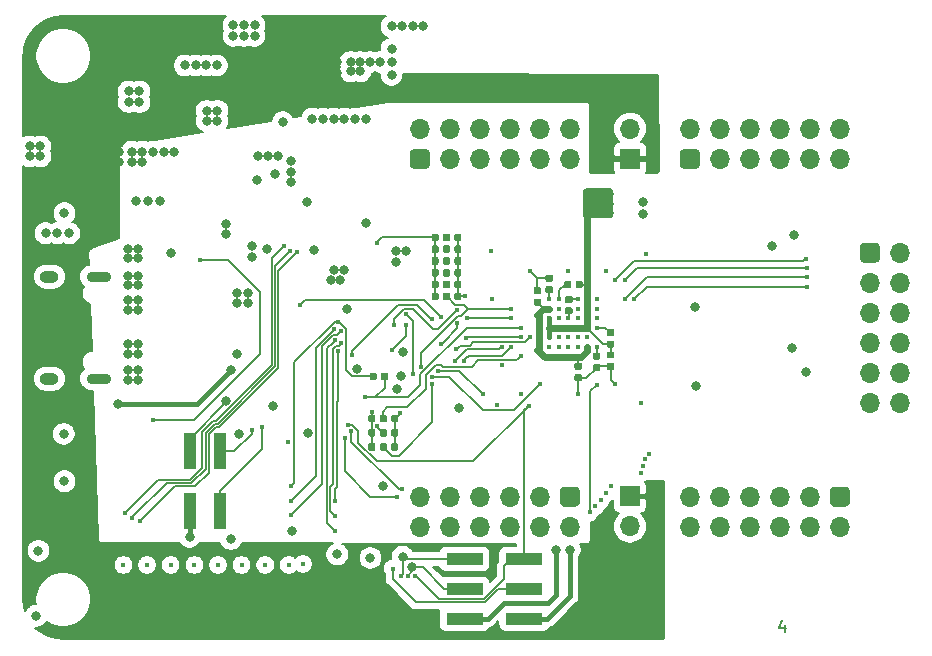
<source format=gbr>
G04 #@! TF.GenerationSoftware,KiCad,Pcbnew,5.1.4*
G04 #@! TF.CreationDate,2019-11-17T01:51:27+01:00*
G04 #@! TF.ProjectId,RevA,52657641-2e6b-4696-9361-645f70636258,rev?*
G04 #@! TF.SameCoordinates,Original*
G04 #@! TF.FileFunction,Copper,L4,Bot*
G04 #@! TF.FilePolarity,Positive*
%FSLAX46Y46*%
G04 Gerber Fmt 4.6, Leading zero omitted, Abs format (unit mm)*
G04 Created by KiCad (PCBNEW 5.1.4) date 2019-11-17 01:51:27*
%MOMM*%
%LPD*%
G04 APERTURE LIST*
%ADD10C,0.200000*%
%ADD11C,0.100000*%
%ADD12C,0.590000*%
%ADD13O,1.700000X1.700000*%
%ADD14C,1.700000*%
%ADD15R,1.000000X3.150000*%
%ADD16O,2.100000X0.900000*%
%ADD17O,1.600000X1.000000*%
%ADD18R,3.150000X1.000000*%
%ADD19R,1.700000X1.700000*%
%ADD20C,0.800000*%
%ADD21C,0.450000*%
%ADD22C,0.203200*%
%ADD23C,0.127000*%
%ADD24C,0.400000*%
%ADD25C,0.600000*%
G04 APERTURE END LIST*
D10*
X165090476Y-102135714D02*
X165090476Y-102802380D01*
X164852380Y-101754761D02*
X164614285Y-102469047D01*
X165233333Y-102469047D01*
D11*
G36*
X131371958Y-80805710D02*
G01*
X131386276Y-80807834D01*
X131400317Y-80811351D01*
X131413946Y-80816228D01*
X131427031Y-80822417D01*
X131439447Y-80829858D01*
X131451073Y-80838481D01*
X131461798Y-80848202D01*
X131471519Y-80858927D01*
X131480142Y-80870553D01*
X131487583Y-80882969D01*
X131493772Y-80896054D01*
X131498649Y-80909683D01*
X131502166Y-80923724D01*
X131504290Y-80938042D01*
X131505000Y-80952500D01*
X131505000Y-81297500D01*
X131504290Y-81311958D01*
X131502166Y-81326276D01*
X131498649Y-81340317D01*
X131493772Y-81353946D01*
X131487583Y-81367031D01*
X131480142Y-81379447D01*
X131471519Y-81391073D01*
X131461798Y-81401798D01*
X131451073Y-81411519D01*
X131439447Y-81420142D01*
X131427031Y-81427583D01*
X131413946Y-81433772D01*
X131400317Y-81438649D01*
X131386276Y-81442166D01*
X131371958Y-81444290D01*
X131357500Y-81445000D01*
X131062500Y-81445000D01*
X131048042Y-81444290D01*
X131033724Y-81442166D01*
X131019683Y-81438649D01*
X131006054Y-81433772D01*
X130992969Y-81427583D01*
X130980553Y-81420142D01*
X130968927Y-81411519D01*
X130958202Y-81401798D01*
X130948481Y-81391073D01*
X130939858Y-81379447D01*
X130932417Y-81367031D01*
X130926228Y-81353946D01*
X130921351Y-81340317D01*
X130917834Y-81326276D01*
X130915710Y-81311958D01*
X130915000Y-81297500D01*
X130915000Y-80952500D01*
X130915710Y-80938042D01*
X130917834Y-80923724D01*
X130921351Y-80909683D01*
X130926228Y-80896054D01*
X130932417Y-80882969D01*
X130939858Y-80870553D01*
X130948481Y-80858927D01*
X130958202Y-80848202D01*
X130968927Y-80838481D01*
X130980553Y-80829858D01*
X130992969Y-80822417D01*
X131006054Y-80816228D01*
X131019683Y-80811351D01*
X131033724Y-80807834D01*
X131048042Y-80805710D01*
X131062500Y-80805000D01*
X131357500Y-80805000D01*
X131371958Y-80805710D01*
X131371958Y-80805710D01*
G37*
D12*
X131210000Y-81125000D03*
D11*
G36*
X130401958Y-80805710D02*
G01*
X130416276Y-80807834D01*
X130430317Y-80811351D01*
X130443946Y-80816228D01*
X130457031Y-80822417D01*
X130469447Y-80829858D01*
X130481073Y-80838481D01*
X130491798Y-80848202D01*
X130501519Y-80858927D01*
X130510142Y-80870553D01*
X130517583Y-80882969D01*
X130523772Y-80896054D01*
X130528649Y-80909683D01*
X130532166Y-80923724D01*
X130534290Y-80938042D01*
X130535000Y-80952500D01*
X130535000Y-81297500D01*
X130534290Y-81311958D01*
X130532166Y-81326276D01*
X130528649Y-81340317D01*
X130523772Y-81353946D01*
X130517583Y-81367031D01*
X130510142Y-81379447D01*
X130501519Y-81391073D01*
X130491798Y-81401798D01*
X130481073Y-81411519D01*
X130469447Y-81420142D01*
X130457031Y-81427583D01*
X130443946Y-81433772D01*
X130430317Y-81438649D01*
X130416276Y-81442166D01*
X130401958Y-81444290D01*
X130387500Y-81445000D01*
X130092500Y-81445000D01*
X130078042Y-81444290D01*
X130063724Y-81442166D01*
X130049683Y-81438649D01*
X130036054Y-81433772D01*
X130022969Y-81427583D01*
X130010553Y-81420142D01*
X129998927Y-81411519D01*
X129988202Y-81401798D01*
X129978481Y-81391073D01*
X129969858Y-81379447D01*
X129962417Y-81367031D01*
X129956228Y-81353946D01*
X129951351Y-81340317D01*
X129947834Y-81326276D01*
X129945710Y-81311958D01*
X129945000Y-81297500D01*
X129945000Y-80952500D01*
X129945710Y-80938042D01*
X129947834Y-80923724D01*
X129951351Y-80909683D01*
X129956228Y-80896054D01*
X129962417Y-80882969D01*
X129969858Y-80870553D01*
X129978481Y-80858927D01*
X129988202Y-80848202D01*
X129998927Y-80838481D01*
X130010553Y-80829858D01*
X130022969Y-80822417D01*
X130036054Y-80816228D01*
X130049683Y-80811351D01*
X130063724Y-80807834D01*
X130078042Y-80805710D01*
X130092500Y-80805000D01*
X130387500Y-80805000D01*
X130401958Y-80805710D01*
X130401958Y-80805710D01*
G37*
D12*
X130240000Y-81125000D03*
D13*
X146900000Y-62700000D03*
X146900000Y-60160000D03*
X144360000Y-62700000D03*
X144360000Y-60160000D03*
X141820000Y-62700000D03*
X141820000Y-60160000D03*
X139280000Y-62700000D03*
X139280000Y-60160000D03*
X136740000Y-62700000D03*
X136740000Y-60160000D03*
D11*
G36*
X134666657Y-61852046D02*
G01*
X134707913Y-61858166D01*
X134748371Y-61868300D01*
X134787640Y-61882351D01*
X134825344Y-61900183D01*
X134861117Y-61921625D01*
X134894617Y-61946471D01*
X134925520Y-61974480D01*
X134953529Y-62005383D01*
X134978375Y-62038883D01*
X134999817Y-62074656D01*
X135017649Y-62112360D01*
X135031700Y-62151629D01*
X135041834Y-62192087D01*
X135047954Y-62233343D01*
X135050000Y-62275000D01*
X135050000Y-63125000D01*
X135047954Y-63166657D01*
X135041834Y-63207913D01*
X135031700Y-63248371D01*
X135017649Y-63287640D01*
X134999817Y-63325344D01*
X134978375Y-63361117D01*
X134953529Y-63394617D01*
X134925520Y-63425520D01*
X134894617Y-63453529D01*
X134861117Y-63478375D01*
X134825344Y-63499817D01*
X134787640Y-63517649D01*
X134748371Y-63531700D01*
X134707913Y-63541834D01*
X134666657Y-63547954D01*
X134625000Y-63550000D01*
X133775000Y-63550000D01*
X133733343Y-63547954D01*
X133692087Y-63541834D01*
X133651629Y-63531700D01*
X133612360Y-63517649D01*
X133574656Y-63499817D01*
X133538883Y-63478375D01*
X133505383Y-63453529D01*
X133474480Y-63425520D01*
X133446471Y-63394617D01*
X133421625Y-63361117D01*
X133400183Y-63325344D01*
X133382351Y-63287640D01*
X133368300Y-63248371D01*
X133358166Y-63207913D01*
X133352046Y-63166657D01*
X133350000Y-63125000D01*
X133350000Y-62275000D01*
X133352046Y-62233343D01*
X133358166Y-62192087D01*
X133368300Y-62151629D01*
X133382351Y-62112360D01*
X133400183Y-62074656D01*
X133421625Y-62038883D01*
X133446471Y-62005383D01*
X133474480Y-61974480D01*
X133505383Y-61946471D01*
X133538883Y-61921625D01*
X133574656Y-61900183D01*
X133612360Y-61882351D01*
X133651629Y-61868300D01*
X133692087Y-61858166D01*
X133733343Y-61852046D01*
X133775000Y-61850000D01*
X134625000Y-61850000D01*
X134666657Y-61852046D01*
X134666657Y-61852046D01*
G37*
D14*
X134200000Y-62700000D03*
D13*
X134200000Y-60160000D03*
X134200000Y-91300000D03*
X134200000Y-93840000D03*
X136740000Y-91300000D03*
X136740000Y-93840000D03*
X139280000Y-91300000D03*
X139280000Y-93840000D03*
X141820000Y-91300000D03*
X141820000Y-93840000D03*
X144360000Y-91300000D03*
X144360000Y-93840000D03*
D11*
G36*
X147366657Y-90452046D02*
G01*
X147407913Y-90458166D01*
X147448371Y-90468300D01*
X147487640Y-90482351D01*
X147525344Y-90500183D01*
X147561117Y-90521625D01*
X147594617Y-90546471D01*
X147625520Y-90574480D01*
X147653529Y-90605383D01*
X147678375Y-90638883D01*
X147699817Y-90674656D01*
X147717649Y-90712360D01*
X147731700Y-90751629D01*
X147741834Y-90792087D01*
X147747954Y-90833343D01*
X147750000Y-90875000D01*
X147750000Y-91725000D01*
X147747954Y-91766657D01*
X147741834Y-91807913D01*
X147731700Y-91848371D01*
X147717649Y-91887640D01*
X147699817Y-91925344D01*
X147678375Y-91961117D01*
X147653529Y-91994617D01*
X147625520Y-92025520D01*
X147594617Y-92053529D01*
X147561117Y-92078375D01*
X147525344Y-92099817D01*
X147487640Y-92117649D01*
X147448371Y-92131700D01*
X147407913Y-92141834D01*
X147366657Y-92147954D01*
X147325000Y-92150000D01*
X146475000Y-92150000D01*
X146433343Y-92147954D01*
X146392087Y-92141834D01*
X146351629Y-92131700D01*
X146312360Y-92117649D01*
X146274656Y-92099817D01*
X146238883Y-92078375D01*
X146205383Y-92053529D01*
X146174480Y-92025520D01*
X146146471Y-91994617D01*
X146121625Y-91961117D01*
X146100183Y-91925344D01*
X146082351Y-91887640D01*
X146068300Y-91848371D01*
X146058166Y-91807913D01*
X146052046Y-91766657D01*
X146050000Y-91725000D01*
X146050000Y-90875000D01*
X146052046Y-90833343D01*
X146058166Y-90792087D01*
X146068300Y-90751629D01*
X146082351Y-90712360D01*
X146100183Y-90674656D01*
X146121625Y-90638883D01*
X146146471Y-90605383D01*
X146174480Y-90574480D01*
X146205383Y-90546471D01*
X146238883Y-90521625D01*
X146274656Y-90500183D01*
X146312360Y-90482351D01*
X146351629Y-90468300D01*
X146392087Y-90458166D01*
X146433343Y-90452046D01*
X146475000Y-90450000D01*
X147325000Y-90450000D01*
X147366657Y-90452046D01*
X147366657Y-90452046D01*
G37*
D14*
X146900000Y-91300000D03*
D13*
X146900000Y-93840000D03*
X157060000Y-91300000D03*
X157060000Y-93840000D03*
X159600000Y-91300000D03*
X159600000Y-93840000D03*
X162140000Y-91300000D03*
X162140000Y-93840000D03*
X164680000Y-91300000D03*
X164680000Y-93840000D03*
X167220000Y-91300000D03*
X167220000Y-93840000D03*
D11*
G36*
X170226657Y-90452046D02*
G01*
X170267913Y-90458166D01*
X170308371Y-90468300D01*
X170347640Y-90482351D01*
X170385344Y-90500183D01*
X170421117Y-90521625D01*
X170454617Y-90546471D01*
X170485520Y-90574480D01*
X170513529Y-90605383D01*
X170538375Y-90638883D01*
X170559817Y-90674656D01*
X170577649Y-90712360D01*
X170591700Y-90751629D01*
X170601834Y-90792087D01*
X170607954Y-90833343D01*
X170610000Y-90875000D01*
X170610000Y-91725000D01*
X170607954Y-91766657D01*
X170601834Y-91807913D01*
X170591700Y-91848371D01*
X170577649Y-91887640D01*
X170559817Y-91925344D01*
X170538375Y-91961117D01*
X170513529Y-91994617D01*
X170485520Y-92025520D01*
X170454617Y-92053529D01*
X170421117Y-92078375D01*
X170385344Y-92099817D01*
X170347640Y-92117649D01*
X170308371Y-92131700D01*
X170267913Y-92141834D01*
X170226657Y-92147954D01*
X170185000Y-92150000D01*
X169335000Y-92150000D01*
X169293343Y-92147954D01*
X169252087Y-92141834D01*
X169211629Y-92131700D01*
X169172360Y-92117649D01*
X169134656Y-92099817D01*
X169098883Y-92078375D01*
X169065383Y-92053529D01*
X169034480Y-92025520D01*
X169006471Y-91994617D01*
X168981625Y-91961117D01*
X168960183Y-91925344D01*
X168942351Y-91887640D01*
X168928300Y-91848371D01*
X168918166Y-91807913D01*
X168912046Y-91766657D01*
X168910000Y-91725000D01*
X168910000Y-90875000D01*
X168912046Y-90833343D01*
X168918166Y-90792087D01*
X168928300Y-90751629D01*
X168942351Y-90712360D01*
X168960183Y-90674656D01*
X168981625Y-90638883D01*
X169006471Y-90605383D01*
X169034480Y-90574480D01*
X169065383Y-90546471D01*
X169098883Y-90521625D01*
X169134656Y-90500183D01*
X169172360Y-90482351D01*
X169211629Y-90468300D01*
X169252087Y-90458166D01*
X169293343Y-90452046D01*
X169335000Y-90450000D01*
X170185000Y-90450000D01*
X170226657Y-90452046D01*
X170226657Y-90452046D01*
G37*
D14*
X169760000Y-91300000D03*
D13*
X169760000Y-93840000D03*
X172300000Y-83350000D03*
X174840000Y-83350000D03*
X172300000Y-80810000D03*
X174840000Y-80810000D03*
X172300000Y-78270000D03*
X174840000Y-78270000D03*
X172300000Y-75730000D03*
X174840000Y-75730000D03*
X172300000Y-73190000D03*
X174840000Y-73190000D03*
D11*
G36*
X172766657Y-69802046D02*
G01*
X172807913Y-69808166D01*
X172848371Y-69818300D01*
X172887640Y-69832351D01*
X172925344Y-69850183D01*
X172961117Y-69871625D01*
X172994617Y-69896471D01*
X173025520Y-69924480D01*
X173053529Y-69955383D01*
X173078375Y-69988883D01*
X173099817Y-70024656D01*
X173117649Y-70062360D01*
X173131700Y-70101629D01*
X173141834Y-70142087D01*
X173147954Y-70183343D01*
X173150000Y-70225000D01*
X173150000Y-71075000D01*
X173147954Y-71116657D01*
X173141834Y-71157913D01*
X173131700Y-71198371D01*
X173117649Y-71237640D01*
X173099817Y-71275344D01*
X173078375Y-71311117D01*
X173053529Y-71344617D01*
X173025520Y-71375520D01*
X172994617Y-71403529D01*
X172961117Y-71428375D01*
X172925344Y-71449817D01*
X172887640Y-71467649D01*
X172848371Y-71481700D01*
X172807913Y-71491834D01*
X172766657Y-71497954D01*
X172725000Y-71500000D01*
X171875000Y-71500000D01*
X171833343Y-71497954D01*
X171792087Y-71491834D01*
X171751629Y-71481700D01*
X171712360Y-71467649D01*
X171674656Y-71449817D01*
X171638883Y-71428375D01*
X171605383Y-71403529D01*
X171574480Y-71375520D01*
X171546471Y-71344617D01*
X171521625Y-71311117D01*
X171500183Y-71275344D01*
X171482351Y-71237640D01*
X171468300Y-71198371D01*
X171458166Y-71157913D01*
X171452046Y-71116657D01*
X171450000Y-71075000D01*
X171450000Y-70225000D01*
X171452046Y-70183343D01*
X171458166Y-70142087D01*
X171468300Y-70101629D01*
X171482351Y-70062360D01*
X171500183Y-70024656D01*
X171521625Y-69988883D01*
X171546471Y-69955383D01*
X171574480Y-69924480D01*
X171605383Y-69896471D01*
X171638883Y-69871625D01*
X171674656Y-69850183D01*
X171712360Y-69832351D01*
X171751629Y-69818300D01*
X171792087Y-69808166D01*
X171833343Y-69802046D01*
X171875000Y-69800000D01*
X172725000Y-69800000D01*
X172766657Y-69802046D01*
X172766657Y-69802046D01*
G37*
D14*
X172300000Y-70650000D03*
D13*
X174840000Y-70650000D03*
X169760000Y-62700000D03*
X169760000Y-60160000D03*
X167220000Y-62700000D03*
X167220000Y-60160000D03*
X164680000Y-62700000D03*
X164680000Y-60160000D03*
X162140000Y-62700000D03*
X162140000Y-60160000D03*
X159600000Y-62700000D03*
X159600000Y-60160000D03*
D11*
G36*
X157526657Y-61852046D02*
G01*
X157567913Y-61858166D01*
X157608371Y-61868300D01*
X157647640Y-61882351D01*
X157685344Y-61900183D01*
X157721117Y-61921625D01*
X157754617Y-61946471D01*
X157785520Y-61974480D01*
X157813529Y-62005383D01*
X157838375Y-62038883D01*
X157859817Y-62074656D01*
X157877649Y-62112360D01*
X157891700Y-62151629D01*
X157901834Y-62192087D01*
X157907954Y-62233343D01*
X157910000Y-62275000D01*
X157910000Y-63125000D01*
X157907954Y-63166657D01*
X157901834Y-63207913D01*
X157891700Y-63248371D01*
X157877649Y-63287640D01*
X157859817Y-63325344D01*
X157838375Y-63361117D01*
X157813529Y-63394617D01*
X157785520Y-63425520D01*
X157754617Y-63453529D01*
X157721117Y-63478375D01*
X157685344Y-63499817D01*
X157647640Y-63517649D01*
X157608371Y-63531700D01*
X157567913Y-63541834D01*
X157526657Y-63547954D01*
X157485000Y-63550000D01*
X156635000Y-63550000D01*
X156593343Y-63547954D01*
X156552087Y-63541834D01*
X156511629Y-63531700D01*
X156472360Y-63517649D01*
X156434656Y-63499817D01*
X156398883Y-63478375D01*
X156365383Y-63453529D01*
X156334480Y-63425520D01*
X156306471Y-63394617D01*
X156281625Y-63361117D01*
X156260183Y-63325344D01*
X156242351Y-63287640D01*
X156228300Y-63248371D01*
X156218166Y-63207913D01*
X156212046Y-63166657D01*
X156210000Y-63125000D01*
X156210000Y-62275000D01*
X156212046Y-62233343D01*
X156218166Y-62192087D01*
X156228300Y-62151629D01*
X156242351Y-62112360D01*
X156260183Y-62074656D01*
X156281625Y-62038883D01*
X156306471Y-62005383D01*
X156334480Y-61974480D01*
X156365383Y-61946471D01*
X156398883Y-61921625D01*
X156434656Y-61900183D01*
X156472360Y-61882351D01*
X156511629Y-61868300D01*
X156552087Y-61858166D01*
X156593343Y-61852046D01*
X156635000Y-61850000D01*
X157485000Y-61850000D01*
X157526657Y-61852046D01*
X157526657Y-61852046D01*
G37*
D14*
X157060000Y-62700000D03*
D13*
X157060000Y-60160000D03*
D11*
G36*
X132231958Y-86780710D02*
G01*
X132246276Y-86782834D01*
X132260317Y-86786351D01*
X132273946Y-86791228D01*
X132287031Y-86797417D01*
X132299447Y-86804858D01*
X132311073Y-86813481D01*
X132321798Y-86823202D01*
X132331519Y-86833927D01*
X132340142Y-86845553D01*
X132347583Y-86857969D01*
X132353772Y-86871054D01*
X132358649Y-86884683D01*
X132362166Y-86898724D01*
X132364290Y-86913042D01*
X132365000Y-86927500D01*
X132365000Y-87272500D01*
X132364290Y-87286958D01*
X132362166Y-87301276D01*
X132358649Y-87315317D01*
X132353772Y-87328946D01*
X132347583Y-87342031D01*
X132340142Y-87354447D01*
X132331519Y-87366073D01*
X132321798Y-87376798D01*
X132311073Y-87386519D01*
X132299447Y-87395142D01*
X132287031Y-87402583D01*
X132273946Y-87408772D01*
X132260317Y-87413649D01*
X132246276Y-87417166D01*
X132231958Y-87419290D01*
X132217500Y-87420000D01*
X131922500Y-87420000D01*
X131908042Y-87419290D01*
X131893724Y-87417166D01*
X131879683Y-87413649D01*
X131866054Y-87408772D01*
X131852969Y-87402583D01*
X131840553Y-87395142D01*
X131828927Y-87386519D01*
X131818202Y-87376798D01*
X131808481Y-87366073D01*
X131799858Y-87354447D01*
X131792417Y-87342031D01*
X131786228Y-87328946D01*
X131781351Y-87315317D01*
X131777834Y-87301276D01*
X131775710Y-87286958D01*
X131775000Y-87272500D01*
X131775000Y-86927500D01*
X131775710Y-86913042D01*
X131777834Y-86898724D01*
X131781351Y-86884683D01*
X131786228Y-86871054D01*
X131792417Y-86857969D01*
X131799858Y-86845553D01*
X131808481Y-86833927D01*
X131818202Y-86823202D01*
X131828927Y-86813481D01*
X131840553Y-86804858D01*
X131852969Y-86797417D01*
X131866054Y-86791228D01*
X131879683Y-86786351D01*
X131893724Y-86782834D01*
X131908042Y-86780710D01*
X131922500Y-86780000D01*
X132217500Y-86780000D01*
X132231958Y-86780710D01*
X132231958Y-86780710D01*
G37*
D12*
X132070000Y-87100000D03*
D11*
G36*
X131261958Y-86780710D02*
G01*
X131276276Y-86782834D01*
X131290317Y-86786351D01*
X131303946Y-86791228D01*
X131317031Y-86797417D01*
X131329447Y-86804858D01*
X131341073Y-86813481D01*
X131351798Y-86823202D01*
X131361519Y-86833927D01*
X131370142Y-86845553D01*
X131377583Y-86857969D01*
X131383772Y-86871054D01*
X131388649Y-86884683D01*
X131392166Y-86898724D01*
X131394290Y-86913042D01*
X131395000Y-86927500D01*
X131395000Y-87272500D01*
X131394290Y-87286958D01*
X131392166Y-87301276D01*
X131388649Y-87315317D01*
X131383772Y-87328946D01*
X131377583Y-87342031D01*
X131370142Y-87354447D01*
X131361519Y-87366073D01*
X131351798Y-87376798D01*
X131341073Y-87386519D01*
X131329447Y-87395142D01*
X131317031Y-87402583D01*
X131303946Y-87408772D01*
X131290317Y-87413649D01*
X131276276Y-87417166D01*
X131261958Y-87419290D01*
X131247500Y-87420000D01*
X130952500Y-87420000D01*
X130938042Y-87419290D01*
X130923724Y-87417166D01*
X130909683Y-87413649D01*
X130896054Y-87408772D01*
X130882969Y-87402583D01*
X130870553Y-87395142D01*
X130858927Y-87386519D01*
X130848202Y-87376798D01*
X130838481Y-87366073D01*
X130829858Y-87354447D01*
X130822417Y-87342031D01*
X130816228Y-87328946D01*
X130811351Y-87315317D01*
X130807834Y-87301276D01*
X130805710Y-87286958D01*
X130805000Y-87272500D01*
X130805000Y-86927500D01*
X130805710Y-86913042D01*
X130807834Y-86898724D01*
X130811351Y-86884683D01*
X130816228Y-86871054D01*
X130822417Y-86857969D01*
X130829858Y-86845553D01*
X130838481Y-86833927D01*
X130848202Y-86823202D01*
X130858927Y-86813481D01*
X130870553Y-86804858D01*
X130882969Y-86797417D01*
X130896054Y-86791228D01*
X130909683Y-86786351D01*
X130923724Y-86782834D01*
X130938042Y-86780710D01*
X130952500Y-86780000D01*
X131247500Y-86780000D01*
X131261958Y-86780710D01*
X131261958Y-86780710D01*
G37*
D12*
X131100000Y-87100000D03*
D11*
G36*
X130291958Y-86780710D02*
G01*
X130306276Y-86782834D01*
X130320317Y-86786351D01*
X130333946Y-86791228D01*
X130347031Y-86797417D01*
X130359447Y-86804858D01*
X130371073Y-86813481D01*
X130381798Y-86823202D01*
X130391519Y-86833927D01*
X130400142Y-86845553D01*
X130407583Y-86857969D01*
X130413772Y-86871054D01*
X130418649Y-86884683D01*
X130422166Y-86898724D01*
X130424290Y-86913042D01*
X130425000Y-86927500D01*
X130425000Y-87272500D01*
X130424290Y-87286958D01*
X130422166Y-87301276D01*
X130418649Y-87315317D01*
X130413772Y-87328946D01*
X130407583Y-87342031D01*
X130400142Y-87354447D01*
X130391519Y-87366073D01*
X130381798Y-87376798D01*
X130371073Y-87386519D01*
X130359447Y-87395142D01*
X130347031Y-87402583D01*
X130333946Y-87408772D01*
X130320317Y-87413649D01*
X130306276Y-87417166D01*
X130291958Y-87419290D01*
X130277500Y-87420000D01*
X129982500Y-87420000D01*
X129968042Y-87419290D01*
X129953724Y-87417166D01*
X129939683Y-87413649D01*
X129926054Y-87408772D01*
X129912969Y-87402583D01*
X129900553Y-87395142D01*
X129888927Y-87386519D01*
X129878202Y-87376798D01*
X129868481Y-87366073D01*
X129859858Y-87354447D01*
X129852417Y-87342031D01*
X129846228Y-87328946D01*
X129841351Y-87315317D01*
X129837834Y-87301276D01*
X129835710Y-87286958D01*
X129835000Y-87272500D01*
X129835000Y-86927500D01*
X129835710Y-86913042D01*
X129837834Y-86898724D01*
X129841351Y-86884683D01*
X129846228Y-86871054D01*
X129852417Y-86857969D01*
X129859858Y-86845553D01*
X129868481Y-86833927D01*
X129878202Y-86823202D01*
X129888927Y-86813481D01*
X129900553Y-86804858D01*
X129912969Y-86797417D01*
X129926054Y-86791228D01*
X129939683Y-86786351D01*
X129953724Y-86782834D01*
X129968042Y-86780710D01*
X129982500Y-86780000D01*
X130277500Y-86780000D01*
X130291958Y-86780710D01*
X130291958Y-86780710D01*
G37*
D12*
X130130000Y-87100000D03*
D11*
G36*
X132231958Y-85580710D02*
G01*
X132246276Y-85582834D01*
X132260317Y-85586351D01*
X132273946Y-85591228D01*
X132287031Y-85597417D01*
X132299447Y-85604858D01*
X132311073Y-85613481D01*
X132321798Y-85623202D01*
X132331519Y-85633927D01*
X132340142Y-85645553D01*
X132347583Y-85657969D01*
X132353772Y-85671054D01*
X132358649Y-85684683D01*
X132362166Y-85698724D01*
X132364290Y-85713042D01*
X132365000Y-85727500D01*
X132365000Y-86072500D01*
X132364290Y-86086958D01*
X132362166Y-86101276D01*
X132358649Y-86115317D01*
X132353772Y-86128946D01*
X132347583Y-86142031D01*
X132340142Y-86154447D01*
X132331519Y-86166073D01*
X132321798Y-86176798D01*
X132311073Y-86186519D01*
X132299447Y-86195142D01*
X132287031Y-86202583D01*
X132273946Y-86208772D01*
X132260317Y-86213649D01*
X132246276Y-86217166D01*
X132231958Y-86219290D01*
X132217500Y-86220000D01*
X131922500Y-86220000D01*
X131908042Y-86219290D01*
X131893724Y-86217166D01*
X131879683Y-86213649D01*
X131866054Y-86208772D01*
X131852969Y-86202583D01*
X131840553Y-86195142D01*
X131828927Y-86186519D01*
X131818202Y-86176798D01*
X131808481Y-86166073D01*
X131799858Y-86154447D01*
X131792417Y-86142031D01*
X131786228Y-86128946D01*
X131781351Y-86115317D01*
X131777834Y-86101276D01*
X131775710Y-86086958D01*
X131775000Y-86072500D01*
X131775000Y-85727500D01*
X131775710Y-85713042D01*
X131777834Y-85698724D01*
X131781351Y-85684683D01*
X131786228Y-85671054D01*
X131792417Y-85657969D01*
X131799858Y-85645553D01*
X131808481Y-85633927D01*
X131818202Y-85623202D01*
X131828927Y-85613481D01*
X131840553Y-85604858D01*
X131852969Y-85597417D01*
X131866054Y-85591228D01*
X131879683Y-85586351D01*
X131893724Y-85582834D01*
X131908042Y-85580710D01*
X131922500Y-85580000D01*
X132217500Y-85580000D01*
X132231958Y-85580710D01*
X132231958Y-85580710D01*
G37*
D12*
X132070000Y-85900000D03*
D11*
G36*
X131261958Y-85580710D02*
G01*
X131276276Y-85582834D01*
X131290317Y-85586351D01*
X131303946Y-85591228D01*
X131317031Y-85597417D01*
X131329447Y-85604858D01*
X131341073Y-85613481D01*
X131351798Y-85623202D01*
X131361519Y-85633927D01*
X131370142Y-85645553D01*
X131377583Y-85657969D01*
X131383772Y-85671054D01*
X131388649Y-85684683D01*
X131392166Y-85698724D01*
X131394290Y-85713042D01*
X131395000Y-85727500D01*
X131395000Y-86072500D01*
X131394290Y-86086958D01*
X131392166Y-86101276D01*
X131388649Y-86115317D01*
X131383772Y-86128946D01*
X131377583Y-86142031D01*
X131370142Y-86154447D01*
X131361519Y-86166073D01*
X131351798Y-86176798D01*
X131341073Y-86186519D01*
X131329447Y-86195142D01*
X131317031Y-86202583D01*
X131303946Y-86208772D01*
X131290317Y-86213649D01*
X131276276Y-86217166D01*
X131261958Y-86219290D01*
X131247500Y-86220000D01*
X130952500Y-86220000D01*
X130938042Y-86219290D01*
X130923724Y-86217166D01*
X130909683Y-86213649D01*
X130896054Y-86208772D01*
X130882969Y-86202583D01*
X130870553Y-86195142D01*
X130858927Y-86186519D01*
X130848202Y-86176798D01*
X130838481Y-86166073D01*
X130829858Y-86154447D01*
X130822417Y-86142031D01*
X130816228Y-86128946D01*
X130811351Y-86115317D01*
X130807834Y-86101276D01*
X130805710Y-86086958D01*
X130805000Y-86072500D01*
X130805000Y-85727500D01*
X130805710Y-85713042D01*
X130807834Y-85698724D01*
X130811351Y-85684683D01*
X130816228Y-85671054D01*
X130822417Y-85657969D01*
X130829858Y-85645553D01*
X130838481Y-85633927D01*
X130848202Y-85623202D01*
X130858927Y-85613481D01*
X130870553Y-85604858D01*
X130882969Y-85597417D01*
X130896054Y-85591228D01*
X130909683Y-85586351D01*
X130923724Y-85582834D01*
X130938042Y-85580710D01*
X130952500Y-85580000D01*
X131247500Y-85580000D01*
X131261958Y-85580710D01*
X131261958Y-85580710D01*
G37*
D12*
X131100000Y-85900000D03*
D11*
G36*
X130291958Y-85580710D02*
G01*
X130306276Y-85582834D01*
X130320317Y-85586351D01*
X130333946Y-85591228D01*
X130347031Y-85597417D01*
X130359447Y-85604858D01*
X130371073Y-85613481D01*
X130381798Y-85623202D01*
X130391519Y-85633927D01*
X130400142Y-85645553D01*
X130407583Y-85657969D01*
X130413772Y-85671054D01*
X130418649Y-85684683D01*
X130422166Y-85698724D01*
X130424290Y-85713042D01*
X130425000Y-85727500D01*
X130425000Y-86072500D01*
X130424290Y-86086958D01*
X130422166Y-86101276D01*
X130418649Y-86115317D01*
X130413772Y-86128946D01*
X130407583Y-86142031D01*
X130400142Y-86154447D01*
X130391519Y-86166073D01*
X130381798Y-86176798D01*
X130371073Y-86186519D01*
X130359447Y-86195142D01*
X130347031Y-86202583D01*
X130333946Y-86208772D01*
X130320317Y-86213649D01*
X130306276Y-86217166D01*
X130291958Y-86219290D01*
X130277500Y-86220000D01*
X129982500Y-86220000D01*
X129968042Y-86219290D01*
X129953724Y-86217166D01*
X129939683Y-86213649D01*
X129926054Y-86208772D01*
X129912969Y-86202583D01*
X129900553Y-86195142D01*
X129888927Y-86186519D01*
X129878202Y-86176798D01*
X129868481Y-86166073D01*
X129859858Y-86154447D01*
X129852417Y-86142031D01*
X129846228Y-86128946D01*
X129841351Y-86115317D01*
X129837834Y-86101276D01*
X129835710Y-86086958D01*
X129835000Y-86072500D01*
X129835000Y-85727500D01*
X129835710Y-85713042D01*
X129837834Y-85698724D01*
X129841351Y-85684683D01*
X129846228Y-85671054D01*
X129852417Y-85657969D01*
X129859858Y-85645553D01*
X129868481Y-85633927D01*
X129878202Y-85623202D01*
X129888927Y-85613481D01*
X129900553Y-85604858D01*
X129912969Y-85597417D01*
X129926054Y-85591228D01*
X129939683Y-85586351D01*
X129953724Y-85582834D01*
X129968042Y-85580710D01*
X129982500Y-85580000D01*
X130277500Y-85580000D01*
X130291958Y-85580710D01*
X130291958Y-85580710D01*
G37*
D12*
X130130000Y-85900000D03*
D11*
G36*
X132231958Y-84380710D02*
G01*
X132246276Y-84382834D01*
X132260317Y-84386351D01*
X132273946Y-84391228D01*
X132287031Y-84397417D01*
X132299447Y-84404858D01*
X132311073Y-84413481D01*
X132321798Y-84423202D01*
X132331519Y-84433927D01*
X132340142Y-84445553D01*
X132347583Y-84457969D01*
X132353772Y-84471054D01*
X132358649Y-84484683D01*
X132362166Y-84498724D01*
X132364290Y-84513042D01*
X132365000Y-84527500D01*
X132365000Y-84872500D01*
X132364290Y-84886958D01*
X132362166Y-84901276D01*
X132358649Y-84915317D01*
X132353772Y-84928946D01*
X132347583Y-84942031D01*
X132340142Y-84954447D01*
X132331519Y-84966073D01*
X132321798Y-84976798D01*
X132311073Y-84986519D01*
X132299447Y-84995142D01*
X132287031Y-85002583D01*
X132273946Y-85008772D01*
X132260317Y-85013649D01*
X132246276Y-85017166D01*
X132231958Y-85019290D01*
X132217500Y-85020000D01*
X131922500Y-85020000D01*
X131908042Y-85019290D01*
X131893724Y-85017166D01*
X131879683Y-85013649D01*
X131866054Y-85008772D01*
X131852969Y-85002583D01*
X131840553Y-84995142D01*
X131828927Y-84986519D01*
X131818202Y-84976798D01*
X131808481Y-84966073D01*
X131799858Y-84954447D01*
X131792417Y-84942031D01*
X131786228Y-84928946D01*
X131781351Y-84915317D01*
X131777834Y-84901276D01*
X131775710Y-84886958D01*
X131775000Y-84872500D01*
X131775000Y-84527500D01*
X131775710Y-84513042D01*
X131777834Y-84498724D01*
X131781351Y-84484683D01*
X131786228Y-84471054D01*
X131792417Y-84457969D01*
X131799858Y-84445553D01*
X131808481Y-84433927D01*
X131818202Y-84423202D01*
X131828927Y-84413481D01*
X131840553Y-84404858D01*
X131852969Y-84397417D01*
X131866054Y-84391228D01*
X131879683Y-84386351D01*
X131893724Y-84382834D01*
X131908042Y-84380710D01*
X131922500Y-84380000D01*
X132217500Y-84380000D01*
X132231958Y-84380710D01*
X132231958Y-84380710D01*
G37*
D12*
X132070000Y-84700000D03*
D11*
G36*
X131261958Y-84380710D02*
G01*
X131276276Y-84382834D01*
X131290317Y-84386351D01*
X131303946Y-84391228D01*
X131317031Y-84397417D01*
X131329447Y-84404858D01*
X131341073Y-84413481D01*
X131351798Y-84423202D01*
X131361519Y-84433927D01*
X131370142Y-84445553D01*
X131377583Y-84457969D01*
X131383772Y-84471054D01*
X131388649Y-84484683D01*
X131392166Y-84498724D01*
X131394290Y-84513042D01*
X131395000Y-84527500D01*
X131395000Y-84872500D01*
X131394290Y-84886958D01*
X131392166Y-84901276D01*
X131388649Y-84915317D01*
X131383772Y-84928946D01*
X131377583Y-84942031D01*
X131370142Y-84954447D01*
X131361519Y-84966073D01*
X131351798Y-84976798D01*
X131341073Y-84986519D01*
X131329447Y-84995142D01*
X131317031Y-85002583D01*
X131303946Y-85008772D01*
X131290317Y-85013649D01*
X131276276Y-85017166D01*
X131261958Y-85019290D01*
X131247500Y-85020000D01*
X130952500Y-85020000D01*
X130938042Y-85019290D01*
X130923724Y-85017166D01*
X130909683Y-85013649D01*
X130896054Y-85008772D01*
X130882969Y-85002583D01*
X130870553Y-84995142D01*
X130858927Y-84986519D01*
X130848202Y-84976798D01*
X130838481Y-84966073D01*
X130829858Y-84954447D01*
X130822417Y-84942031D01*
X130816228Y-84928946D01*
X130811351Y-84915317D01*
X130807834Y-84901276D01*
X130805710Y-84886958D01*
X130805000Y-84872500D01*
X130805000Y-84527500D01*
X130805710Y-84513042D01*
X130807834Y-84498724D01*
X130811351Y-84484683D01*
X130816228Y-84471054D01*
X130822417Y-84457969D01*
X130829858Y-84445553D01*
X130838481Y-84433927D01*
X130848202Y-84423202D01*
X130858927Y-84413481D01*
X130870553Y-84404858D01*
X130882969Y-84397417D01*
X130896054Y-84391228D01*
X130909683Y-84386351D01*
X130923724Y-84382834D01*
X130938042Y-84380710D01*
X130952500Y-84380000D01*
X131247500Y-84380000D01*
X131261958Y-84380710D01*
X131261958Y-84380710D01*
G37*
D12*
X131100000Y-84700000D03*
D11*
G36*
X130291958Y-84380710D02*
G01*
X130306276Y-84382834D01*
X130320317Y-84386351D01*
X130333946Y-84391228D01*
X130347031Y-84397417D01*
X130359447Y-84404858D01*
X130371073Y-84413481D01*
X130381798Y-84423202D01*
X130391519Y-84433927D01*
X130400142Y-84445553D01*
X130407583Y-84457969D01*
X130413772Y-84471054D01*
X130418649Y-84484683D01*
X130422166Y-84498724D01*
X130424290Y-84513042D01*
X130425000Y-84527500D01*
X130425000Y-84872500D01*
X130424290Y-84886958D01*
X130422166Y-84901276D01*
X130418649Y-84915317D01*
X130413772Y-84928946D01*
X130407583Y-84942031D01*
X130400142Y-84954447D01*
X130391519Y-84966073D01*
X130381798Y-84976798D01*
X130371073Y-84986519D01*
X130359447Y-84995142D01*
X130347031Y-85002583D01*
X130333946Y-85008772D01*
X130320317Y-85013649D01*
X130306276Y-85017166D01*
X130291958Y-85019290D01*
X130277500Y-85020000D01*
X129982500Y-85020000D01*
X129968042Y-85019290D01*
X129953724Y-85017166D01*
X129939683Y-85013649D01*
X129926054Y-85008772D01*
X129912969Y-85002583D01*
X129900553Y-84995142D01*
X129888927Y-84986519D01*
X129878202Y-84976798D01*
X129868481Y-84966073D01*
X129859858Y-84954447D01*
X129852417Y-84942031D01*
X129846228Y-84928946D01*
X129841351Y-84915317D01*
X129837834Y-84901276D01*
X129835710Y-84886958D01*
X129835000Y-84872500D01*
X129835000Y-84527500D01*
X129835710Y-84513042D01*
X129837834Y-84498724D01*
X129841351Y-84484683D01*
X129846228Y-84471054D01*
X129852417Y-84457969D01*
X129859858Y-84445553D01*
X129868481Y-84433927D01*
X129878202Y-84423202D01*
X129888927Y-84413481D01*
X129900553Y-84404858D01*
X129912969Y-84397417D01*
X129926054Y-84391228D01*
X129939683Y-84386351D01*
X129953724Y-84382834D01*
X129968042Y-84380710D01*
X129982500Y-84380000D01*
X130277500Y-84380000D01*
X130291958Y-84380710D01*
X130291958Y-84380710D01*
G37*
D12*
X130130000Y-84700000D03*
D11*
G36*
X150536958Y-79020710D02*
G01*
X150551276Y-79022834D01*
X150565317Y-79026351D01*
X150578946Y-79031228D01*
X150592031Y-79037417D01*
X150604447Y-79044858D01*
X150616073Y-79053481D01*
X150626798Y-79063202D01*
X150636519Y-79073927D01*
X150645142Y-79085553D01*
X150652583Y-79097969D01*
X150658772Y-79111054D01*
X150663649Y-79124683D01*
X150667166Y-79138724D01*
X150669290Y-79153042D01*
X150670000Y-79167500D01*
X150670000Y-79462500D01*
X150669290Y-79476958D01*
X150667166Y-79491276D01*
X150663649Y-79505317D01*
X150658772Y-79518946D01*
X150652583Y-79532031D01*
X150645142Y-79544447D01*
X150636519Y-79556073D01*
X150626798Y-79566798D01*
X150616073Y-79576519D01*
X150604447Y-79585142D01*
X150592031Y-79592583D01*
X150578946Y-79598772D01*
X150565317Y-79603649D01*
X150551276Y-79607166D01*
X150536958Y-79609290D01*
X150522500Y-79610000D01*
X150177500Y-79610000D01*
X150163042Y-79609290D01*
X150148724Y-79607166D01*
X150134683Y-79603649D01*
X150121054Y-79598772D01*
X150107969Y-79592583D01*
X150095553Y-79585142D01*
X150083927Y-79576519D01*
X150073202Y-79566798D01*
X150063481Y-79556073D01*
X150054858Y-79544447D01*
X150047417Y-79532031D01*
X150041228Y-79518946D01*
X150036351Y-79505317D01*
X150032834Y-79491276D01*
X150030710Y-79476958D01*
X150030000Y-79462500D01*
X150030000Y-79167500D01*
X150030710Y-79153042D01*
X150032834Y-79138724D01*
X150036351Y-79124683D01*
X150041228Y-79111054D01*
X150047417Y-79097969D01*
X150054858Y-79085553D01*
X150063481Y-79073927D01*
X150073202Y-79063202D01*
X150083927Y-79053481D01*
X150095553Y-79044858D01*
X150107969Y-79037417D01*
X150121054Y-79031228D01*
X150134683Y-79026351D01*
X150148724Y-79022834D01*
X150163042Y-79020710D01*
X150177500Y-79020000D01*
X150522500Y-79020000D01*
X150536958Y-79020710D01*
X150536958Y-79020710D01*
G37*
D12*
X150350000Y-79315000D03*
D11*
G36*
X150536958Y-79990710D02*
G01*
X150551276Y-79992834D01*
X150565317Y-79996351D01*
X150578946Y-80001228D01*
X150592031Y-80007417D01*
X150604447Y-80014858D01*
X150616073Y-80023481D01*
X150626798Y-80033202D01*
X150636519Y-80043927D01*
X150645142Y-80055553D01*
X150652583Y-80067969D01*
X150658772Y-80081054D01*
X150663649Y-80094683D01*
X150667166Y-80108724D01*
X150669290Y-80123042D01*
X150670000Y-80137500D01*
X150670000Y-80432500D01*
X150669290Y-80446958D01*
X150667166Y-80461276D01*
X150663649Y-80475317D01*
X150658772Y-80488946D01*
X150652583Y-80502031D01*
X150645142Y-80514447D01*
X150636519Y-80526073D01*
X150626798Y-80536798D01*
X150616073Y-80546519D01*
X150604447Y-80555142D01*
X150592031Y-80562583D01*
X150578946Y-80568772D01*
X150565317Y-80573649D01*
X150551276Y-80577166D01*
X150536958Y-80579290D01*
X150522500Y-80580000D01*
X150177500Y-80580000D01*
X150163042Y-80579290D01*
X150148724Y-80577166D01*
X150134683Y-80573649D01*
X150121054Y-80568772D01*
X150107969Y-80562583D01*
X150095553Y-80555142D01*
X150083927Y-80546519D01*
X150073202Y-80536798D01*
X150063481Y-80526073D01*
X150054858Y-80514447D01*
X150047417Y-80502031D01*
X150041228Y-80488946D01*
X150036351Y-80475317D01*
X150032834Y-80461276D01*
X150030710Y-80446958D01*
X150030000Y-80432500D01*
X150030000Y-80137500D01*
X150030710Y-80123042D01*
X150032834Y-80108724D01*
X150036351Y-80094683D01*
X150041228Y-80081054D01*
X150047417Y-80067969D01*
X150054858Y-80055553D01*
X150063481Y-80043927D01*
X150073202Y-80033202D01*
X150083927Y-80023481D01*
X150095553Y-80014858D01*
X150107969Y-80007417D01*
X150121054Y-80001228D01*
X150134683Y-79996351D01*
X150148724Y-79992834D01*
X150163042Y-79990710D01*
X150177500Y-79990000D01*
X150522500Y-79990000D01*
X150536958Y-79990710D01*
X150536958Y-79990710D01*
G37*
D12*
X150350000Y-80285000D03*
D11*
G36*
X145336958Y-73490710D02*
G01*
X145351276Y-73492834D01*
X145365317Y-73496351D01*
X145378946Y-73501228D01*
X145392031Y-73507417D01*
X145404447Y-73514858D01*
X145416073Y-73523481D01*
X145426798Y-73533202D01*
X145436519Y-73543927D01*
X145445142Y-73555553D01*
X145452583Y-73567969D01*
X145458772Y-73581054D01*
X145463649Y-73594683D01*
X145467166Y-73608724D01*
X145469290Y-73623042D01*
X145470000Y-73637500D01*
X145470000Y-73932500D01*
X145469290Y-73946958D01*
X145467166Y-73961276D01*
X145463649Y-73975317D01*
X145458772Y-73988946D01*
X145452583Y-74002031D01*
X145445142Y-74014447D01*
X145436519Y-74026073D01*
X145426798Y-74036798D01*
X145416073Y-74046519D01*
X145404447Y-74055142D01*
X145392031Y-74062583D01*
X145378946Y-74068772D01*
X145365317Y-74073649D01*
X145351276Y-74077166D01*
X145336958Y-74079290D01*
X145322500Y-74080000D01*
X144977500Y-74080000D01*
X144963042Y-74079290D01*
X144948724Y-74077166D01*
X144934683Y-74073649D01*
X144921054Y-74068772D01*
X144907969Y-74062583D01*
X144895553Y-74055142D01*
X144883927Y-74046519D01*
X144873202Y-74036798D01*
X144863481Y-74026073D01*
X144854858Y-74014447D01*
X144847417Y-74002031D01*
X144841228Y-73988946D01*
X144836351Y-73975317D01*
X144832834Y-73961276D01*
X144830710Y-73946958D01*
X144830000Y-73932500D01*
X144830000Y-73637500D01*
X144830710Y-73623042D01*
X144832834Y-73608724D01*
X144836351Y-73594683D01*
X144841228Y-73581054D01*
X144847417Y-73567969D01*
X144854858Y-73555553D01*
X144863481Y-73543927D01*
X144873202Y-73533202D01*
X144883927Y-73523481D01*
X144895553Y-73514858D01*
X144907969Y-73507417D01*
X144921054Y-73501228D01*
X144934683Y-73496351D01*
X144948724Y-73492834D01*
X144963042Y-73490710D01*
X144977500Y-73490000D01*
X145322500Y-73490000D01*
X145336958Y-73490710D01*
X145336958Y-73490710D01*
G37*
D12*
X145150000Y-73785000D03*
D11*
G36*
X145336958Y-72520710D02*
G01*
X145351276Y-72522834D01*
X145365317Y-72526351D01*
X145378946Y-72531228D01*
X145392031Y-72537417D01*
X145404447Y-72544858D01*
X145416073Y-72553481D01*
X145426798Y-72563202D01*
X145436519Y-72573927D01*
X145445142Y-72585553D01*
X145452583Y-72597969D01*
X145458772Y-72611054D01*
X145463649Y-72624683D01*
X145467166Y-72638724D01*
X145469290Y-72653042D01*
X145470000Y-72667500D01*
X145470000Y-72962500D01*
X145469290Y-72976958D01*
X145467166Y-72991276D01*
X145463649Y-73005317D01*
X145458772Y-73018946D01*
X145452583Y-73032031D01*
X145445142Y-73044447D01*
X145436519Y-73056073D01*
X145426798Y-73066798D01*
X145416073Y-73076519D01*
X145404447Y-73085142D01*
X145392031Y-73092583D01*
X145378946Y-73098772D01*
X145365317Y-73103649D01*
X145351276Y-73107166D01*
X145336958Y-73109290D01*
X145322500Y-73110000D01*
X144977500Y-73110000D01*
X144963042Y-73109290D01*
X144948724Y-73107166D01*
X144934683Y-73103649D01*
X144921054Y-73098772D01*
X144907969Y-73092583D01*
X144895553Y-73085142D01*
X144883927Y-73076519D01*
X144873202Y-73066798D01*
X144863481Y-73056073D01*
X144854858Y-73044447D01*
X144847417Y-73032031D01*
X144841228Y-73018946D01*
X144836351Y-73005317D01*
X144832834Y-72991276D01*
X144830710Y-72976958D01*
X144830000Y-72962500D01*
X144830000Y-72667500D01*
X144830710Y-72653042D01*
X144832834Y-72638724D01*
X144836351Y-72624683D01*
X144841228Y-72611054D01*
X144847417Y-72597969D01*
X144854858Y-72585553D01*
X144863481Y-72573927D01*
X144873202Y-72563202D01*
X144883927Y-72553481D01*
X144895553Y-72544858D01*
X144907969Y-72537417D01*
X144921054Y-72531228D01*
X144934683Y-72526351D01*
X144948724Y-72522834D01*
X144963042Y-72520710D01*
X144977500Y-72520000D01*
X145322500Y-72520000D01*
X145336958Y-72520710D01*
X145336958Y-72520710D01*
G37*
D12*
X145150000Y-72815000D03*
D11*
G36*
X150536958Y-78090710D02*
G01*
X150551276Y-78092834D01*
X150565317Y-78096351D01*
X150578946Y-78101228D01*
X150592031Y-78107417D01*
X150604447Y-78114858D01*
X150616073Y-78123481D01*
X150626798Y-78133202D01*
X150636519Y-78143927D01*
X150645142Y-78155553D01*
X150652583Y-78167969D01*
X150658772Y-78181054D01*
X150663649Y-78194683D01*
X150667166Y-78208724D01*
X150669290Y-78223042D01*
X150670000Y-78237500D01*
X150670000Y-78532500D01*
X150669290Y-78546958D01*
X150667166Y-78561276D01*
X150663649Y-78575317D01*
X150658772Y-78588946D01*
X150652583Y-78602031D01*
X150645142Y-78614447D01*
X150636519Y-78626073D01*
X150626798Y-78636798D01*
X150616073Y-78646519D01*
X150604447Y-78655142D01*
X150592031Y-78662583D01*
X150578946Y-78668772D01*
X150565317Y-78673649D01*
X150551276Y-78677166D01*
X150536958Y-78679290D01*
X150522500Y-78680000D01*
X150177500Y-78680000D01*
X150163042Y-78679290D01*
X150148724Y-78677166D01*
X150134683Y-78673649D01*
X150121054Y-78668772D01*
X150107969Y-78662583D01*
X150095553Y-78655142D01*
X150083927Y-78646519D01*
X150073202Y-78636798D01*
X150063481Y-78626073D01*
X150054858Y-78614447D01*
X150047417Y-78602031D01*
X150041228Y-78588946D01*
X150036351Y-78575317D01*
X150032834Y-78561276D01*
X150030710Y-78546958D01*
X150030000Y-78532500D01*
X150030000Y-78237500D01*
X150030710Y-78223042D01*
X150032834Y-78208724D01*
X150036351Y-78194683D01*
X150041228Y-78181054D01*
X150047417Y-78167969D01*
X150054858Y-78155553D01*
X150063481Y-78143927D01*
X150073202Y-78133202D01*
X150083927Y-78123481D01*
X150095553Y-78114858D01*
X150107969Y-78107417D01*
X150121054Y-78101228D01*
X150134683Y-78096351D01*
X150148724Y-78092834D01*
X150163042Y-78090710D01*
X150177500Y-78090000D01*
X150522500Y-78090000D01*
X150536958Y-78090710D01*
X150536958Y-78090710D01*
G37*
D12*
X150350000Y-78385000D03*
D11*
G36*
X150536958Y-77120710D02*
G01*
X150551276Y-77122834D01*
X150565317Y-77126351D01*
X150578946Y-77131228D01*
X150592031Y-77137417D01*
X150604447Y-77144858D01*
X150616073Y-77153481D01*
X150626798Y-77163202D01*
X150636519Y-77173927D01*
X150645142Y-77185553D01*
X150652583Y-77197969D01*
X150658772Y-77211054D01*
X150663649Y-77224683D01*
X150667166Y-77238724D01*
X150669290Y-77253042D01*
X150670000Y-77267500D01*
X150670000Y-77562500D01*
X150669290Y-77576958D01*
X150667166Y-77591276D01*
X150663649Y-77605317D01*
X150658772Y-77618946D01*
X150652583Y-77632031D01*
X150645142Y-77644447D01*
X150636519Y-77656073D01*
X150626798Y-77666798D01*
X150616073Y-77676519D01*
X150604447Y-77685142D01*
X150592031Y-77692583D01*
X150578946Y-77698772D01*
X150565317Y-77703649D01*
X150551276Y-77707166D01*
X150536958Y-77709290D01*
X150522500Y-77710000D01*
X150177500Y-77710000D01*
X150163042Y-77709290D01*
X150148724Y-77707166D01*
X150134683Y-77703649D01*
X150121054Y-77698772D01*
X150107969Y-77692583D01*
X150095553Y-77685142D01*
X150083927Y-77676519D01*
X150073202Y-77666798D01*
X150063481Y-77656073D01*
X150054858Y-77644447D01*
X150047417Y-77632031D01*
X150041228Y-77618946D01*
X150036351Y-77605317D01*
X150032834Y-77591276D01*
X150030710Y-77576958D01*
X150030000Y-77562500D01*
X150030000Y-77267500D01*
X150030710Y-77253042D01*
X150032834Y-77238724D01*
X150036351Y-77224683D01*
X150041228Y-77211054D01*
X150047417Y-77197969D01*
X150054858Y-77185553D01*
X150063481Y-77173927D01*
X150073202Y-77163202D01*
X150083927Y-77153481D01*
X150095553Y-77144858D01*
X150107969Y-77137417D01*
X150121054Y-77131228D01*
X150134683Y-77126351D01*
X150148724Y-77122834D01*
X150163042Y-77120710D01*
X150177500Y-77120000D01*
X150522500Y-77120000D01*
X150536958Y-77120710D01*
X150536958Y-77120710D01*
G37*
D12*
X150350000Y-77415000D03*
D11*
G36*
X146986958Y-74320710D02*
G01*
X147001276Y-74322834D01*
X147015317Y-74326351D01*
X147028946Y-74331228D01*
X147042031Y-74337417D01*
X147054447Y-74344858D01*
X147066073Y-74353481D01*
X147076798Y-74363202D01*
X147086519Y-74373927D01*
X147095142Y-74385553D01*
X147102583Y-74397969D01*
X147108772Y-74411054D01*
X147113649Y-74424683D01*
X147117166Y-74438724D01*
X147119290Y-74453042D01*
X147120000Y-74467500D01*
X147120000Y-74762500D01*
X147119290Y-74776958D01*
X147117166Y-74791276D01*
X147113649Y-74805317D01*
X147108772Y-74818946D01*
X147102583Y-74832031D01*
X147095142Y-74844447D01*
X147086519Y-74856073D01*
X147076798Y-74866798D01*
X147066073Y-74876519D01*
X147054447Y-74885142D01*
X147042031Y-74892583D01*
X147028946Y-74898772D01*
X147015317Y-74903649D01*
X147001276Y-74907166D01*
X146986958Y-74909290D01*
X146972500Y-74910000D01*
X146627500Y-74910000D01*
X146613042Y-74909290D01*
X146598724Y-74907166D01*
X146584683Y-74903649D01*
X146571054Y-74898772D01*
X146557969Y-74892583D01*
X146545553Y-74885142D01*
X146533927Y-74876519D01*
X146523202Y-74866798D01*
X146513481Y-74856073D01*
X146504858Y-74844447D01*
X146497417Y-74832031D01*
X146491228Y-74818946D01*
X146486351Y-74805317D01*
X146482834Y-74791276D01*
X146480710Y-74776958D01*
X146480000Y-74762500D01*
X146480000Y-74467500D01*
X146480710Y-74453042D01*
X146482834Y-74438724D01*
X146486351Y-74424683D01*
X146491228Y-74411054D01*
X146497417Y-74397969D01*
X146504858Y-74385553D01*
X146513481Y-74373927D01*
X146523202Y-74363202D01*
X146533927Y-74353481D01*
X146545553Y-74344858D01*
X146557969Y-74337417D01*
X146571054Y-74331228D01*
X146584683Y-74326351D01*
X146598724Y-74322834D01*
X146613042Y-74320710D01*
X146627500Y-74320000D01*
X146972500Y-74320000D01*
X146986958Y-74320710D01*
X146986958Y-74320710D01*
G37*
D12*
X146800000Y-74615000D03*
D11*
G36*
X146986958Y-75290710D02*
G01*
X147001276Y-75292834D01*
X147015317Y-75296351D01*
X147028946Y-75301228D01*
X147042031Y-75307417D01*
X147054447Y-75314858D01*
X147066073Y-75323481D01*
X147076798Y-75333202D01*
X147086519Y-75343927D01*
X147095142Y-75355553D01*
X147102583Y-75367969D01*
X147108772Y-75381054D01*
X147113649Y-75394683D01*
X147117166Y-75408724D01*
X147119290Y-75423042D01*
X147120000Y-75437500D01*
X147120000Y-75732500D01*
X147119290Y-75746958D01*
X147117166Y-75761276D01*
X147113649Y-75775317D01*
X147108772Y-75788946D01*
X147102583Y-75802031D01*
X147095142Y-75814447D01*
X147086519Y-75826073D01*
X147076798Y-75836798D01*
X147066073Y-75846519D01*
X147054447Y-75855142D01*
X147042031Y-75862583D01*
X147028946Y-75868772D01*
X147015317Y-75873649D01*
X147001276Y-75877166D01*
X146986958Y-75879290D01*
X146972500Y-75880000D01*
X146627500Y-75880000D01*
X146613042Y-75879290D01*
X146598724Y-75877166D01*
X146584683Y-75873649D01*
X146571054Y-75868772D01*
X146557969Y-75862583D01*
X146545553Y-75855142D01*
X146533927Y-75846519D01*
X146523202Y-75836798D01*
X146513481Y-75826073D01*
X146504858Y-75814447D01*
X146497417Y-75802031D01*
X146491228Y-75788946D01*
X146486351Y-75775317D01*
X146482834Y-75761276D01*
X146480710Y-75746958D01*
X146480000Y-75732500D01*
X146480000Y-75437500D01*
X146480710Y-75423042D01*
X146482834Y-75408724D01*
X146486351Y-75394683D01*
X146491228Y-75381054D01*
X146497417Y-75367969D01*
X146504858Y-75355553D01*
X146513481Y-75343927D01*
X146523202Y-75333202D01*
X146533927Y-75323481D01*
X146545553Y-75314858D01*
X146557969Y-75307417D01*
X146571054Y-75301228D01*
X146584683Y-75296351D01*
X146598724Y-75292834D01*
X146613042Y-75290710D01*
X146627500Y-75290000D01*
X146972500Y-75290000D01*
X146986958Y-75290710D01*
X146986958Y-75290710D01*
G37*
D12*
X146800000Y-75585000D03*
D11*
G36*
X147786958Y-79970710D02*
G01*
X147801276Y-79972834D01*
X147815317Y-79976351D01*
X147828946Y-79981228D01*
X147842031Y-79987417D01*
X147854447Y-79994858D01*
X147866073Y-80003481D01*
X147876798Y-80013202D01*
X147886519Y-80023927D01*
X147895142Y-80035553D01*
X147902583Y-80047969D01*
X147908772Y-80061054D01*
X147913649Y-80074683D01*
X147917166Y-80088724D01*
X147919290Y-80103042D01*
X147920000Y-80117500D01*
X147920000Y-80412500D01*
X147919290Y-80426958D01*
X147917166Y-80441276D01*
X147913649Y-80455317D01*
X147908772Y-80468946D01*
X147902583Y-80482031D01*
X147895142Y-80494447D01*
X147886519Y-80506073D01*
X147876798Y-80516798D01*
X147866073Y-80526519D01*
X147854447Y-80535142D01*
X147842031Y-80542583D01*
X147828946Y-80548772D01*
X147815317Y-80553649D01*
X147801276Y-80557166D01*
X147786958Y-80559290D01*
X147772500Y-80560000D01*
X147427500Y-80560000D01*
X147413042Y-80559290D01*
X147398724Y-80557166D01*
X147384683Y-80553649D01*
X147371054Y-80548772D01*
X147357969Y-80542583D01*
X147345553Y-80535142D01*
X147333927Y-80526519D01*
X147323202Y-80516798D01*
X147313481Y-80506073D01*
X147304858Y-80494447D01*
X147297417Y-80482031D01*
X147291228Y-80468946D01*
X147286351Y-80455317D01*
X147282834Y-80441276D01*
X147280710Y-80426958D01*
X147280000Y-80412500D01*
X147280000Y-80117500D01*
X147280710Y-80103042D01*
X147282834Y-80088724D01*
X147286351Y-80074683D01*
X147291228Y-80061054D01*
X147297417Y-80047969D01*
X147304858Y-80035553D01*
X147313481Y-80023927D01*
X147323202Y-80013202D01*
X147333927Y-80003481D01*
X147345553Y-79994858D01*
X147357969Y-79987417D01*
X147371054Y-79981228D01*
X147384683Y-79976351D01*
X147398724Y-79972834D01*
X147413042Y-79970710D01*
X147427500Y-79970000D01*
X147772500Y-79970000D01*
X147786958Y-79970710D01*
X147786958Y-79970710D01*
G37*
D12*
X147600000Y-80265000D03*
D11*
G36*
X147786958Y-80940710D02*
G01*
X147801276Y-80942834D01*
X147815317Y-80946351D01*
X147828946Y-80951228D01*
X147842031Y-80957417D01*
X147854447Y-80964858D01*
X147866073Y-80973481D01*
X147876798Y-80983202D01*
X147886519Y-80993927D01*
X147895142Y-81005553D01*
X147902583Y-81017969D01*
X147908772Y-81031054D01*
X147913649Y-81044683D01*
X147917166Y-81058724D01*
X147919290Y-81073042D01*
X147920000Y-81087500D01*
X147920000Y-81382500D01*
X147919290Y-81396958D01*
X147917166Y-81411276D01*
X147913649Y-81425317D01*
X147908772Y-81438946D01*
X147902583Y-81452031D01*
X147895142Y-81464447D01*
X147886519Y-81476073D01*
X147876798Y-81486798D01*
X147866073Y-81496519D01*
X147854447Y-81505142D01*
X147842031Y-81512583D01*
X147828946Y-81518772D01*
X147815317Y-81523649D01*
X147801276Y-81527166D01*
X147786958Y-81529290D01*
X147772500Y-81530000D01*
X147427500Y-81530000D01*
X147413042Y-81529290D01*
X147398724Y-81527166D01*
X147384683Y-81523649D01*
X147371054Y-81518772D01*
X147357969Y-81512583D01*
X147345553Y-81505142D01*
X147333927Y-81496519D01*
X147323202Y-81486798D01*
X147313481Y-81476073D01*
X147304858Y-81464447D01*
X147297417Y-81452031D01*
X147291228Y-81438946D01*
X147286351Y-81425317D01*
X147282834Y-81411276D01*
X147280710Y-81396958D01*
X147280000Y-81382500D01*
X147280000Y-81087500D01*
X147280710Y-81073042D01*
X147282834Y-81058724D01*
X147286351Y-81044683D01*
X147291228Y-81031054D01*
X147297417Y-81017969D01*
X147304858Y-81005553D01*
X147313481Y-80993927D01*
X147323202Y-80983202D01*
X147333927Y-80973481D01*
X147345553Y-80964858D01*
X147357969Y-80957417D01*
X147371054Y-80951228D01*
X147384683Y-80946351D01*
X147398724Y-80942834D01*
X147413042Y-80940710D01*
X147427500Y-80940000D01*
X147772500Y-80940000D01*
X147786958Y-80940710D01*
X147786958Y-80940710D01*
G37*
D12*
X147600000Y-81235000D03*
D11*
G36*
X147846958Y-73030710D02*
G01*
X147861276Y-73032834D01*
X147875317Y-73036351D01*
X147888946Y-73041228D01*
X147902031Y-73047417D01*
X147914447Y-73054858D01*
X147926073Y-73063481D01*
X147936798Y-73073202D01*
X147946519Y-73083927D01*
X147955142Y-73095553D01*
X147962583Y-73107969D01*
X147968772Y-73121054D01*
X147973649Y-73134683D01*
X147977166Y-73148724D01*
X147979290Y-73163042D01*
X147980000Y-73177500D01*
X147980000Y-73522500D01*
X147979290Y-73536958D01*
X147977166Y-73551276D01*
X147973649Y-73565317D01*
X147968772Y-73578946D01*
X147962583Y-73592031D01*
X147955142Y-73604447D01*
X147946519Y-73616073D01*
X147936798Y-73626798D01*
X147926073Y-73636519D01*
X147914447Y-73645142D01*
X147902031Y-73652583D01*
X147888946Y-73658772D01*
X147875317Y-73663649D01*
X147861276Y-73667166D01*
X147846958Y-73669290D01*
X147832500Y-73670000D01*
X147537500Y-73670000D01*
X147523042Y-73669290D01*
X147508724Y-73667166D01*
X147494683Y-73663649D01*
X147481054Y-73658772D01*
X147467969Y-73652583D01*
X147455553Y-73645142D01*
X147443927Y-73636519D01*
X147433202Y-73626798D01*
X147423481Y-73616073D01*
X147414858Y-73604447D01*
X147407417Y-73592031D01*
X147401228Y-73578946D01*
X147396351Y-73565317D01*
X147392834Y-73551276D01*
X147390710Y-73536958D01*
X147390000Y-73522500D01*
X147390000Y-73177500D01*
X147390710Y-73163042D01*
X147392834Y-73148724D01*
X147396351Y-73134683D01*
X147401228Y-73121054D01*
X147407417Y-73107969D01*
X147414858Y-73095553D01*
X147423481Y-73083927D01*
X147433202Y-73073202D01*
X147443927Y-73063481D01*
X147455553Y-73054858D01*
X147467969Y-73047417D01*
X147481054Y-73041228D01*
X147494683Y-73036351D01*
X147508724Y-73032834D01*
X147523042Y-73030710D01*
X147537500Y-73030000D01*
X147832500Y-73030000D01*
X147846958Y-73030710D01*
X147846958Y-73030710D01*
G37*
D12*
X147685000Y-73350000D03*
D11*
G36*
X146876958Y-73030710D02*
G01*
X146891276Y-73032834D01*
X146905317Y-73036351D01*
X146918946Y-73041228D01*
X146932031Y-73047417D01*
X146944447Y-73054858D01*
X146956073Y-73063481D01*
X146966798Y-73073202D01*
X146976519Y-73083927D01*
X146985142Y-73095553D01*
X146992583Y-73107969D01*
X146998772Y-73121054D01*
X147003649Y-73134683D01*
X147007166Y-73148724D01*
X147009290Y-73163042D01*
X147010000Y-73177500D01*
X147010000Y-73522500D01*
X147009290Y-73536958D01*
X147007166Y-73551276D01*
X147003649Y-73565317D01*
X146998772Y-73578946D01*
X146992583Y-73592031D01*
X146985142Y-73604447D01*
X146976519Y-73616073D01*
X146966798Y-73626798D01*
X146956073Y-73636519D01*
X146944447Y-73645142D01*
X146932031Y-73652583D01*
X146918946Y-73658772D01*
X146905317Y-73663649D01*
X146891276Y-73667166D01*
X146876958Y-73669290D01*
X146862500Y-73670000D01*
X146567500Y-73670000D01*
X146553042Y-73669290D01*
X146538724Y-73667166D01*
X146524683Y-73663649D01*
X146511054Y-73658772D01*
X146497969Y-73652583D01*
X146485553Y-73645142D01*
X146473927Y-73636519D01*
X146463202Y-73626798D01*
X146453481Y-73616073D01*
X146444858Y-73604447D01*
X146437417Y-73592031D01*
X146431228Y-73578946D01*
X146426351Y-73565317D01*
X146422834Y-73551276D01*
X146420710Y-73536958D01*
X146420000Y-73522500D01*
X146420000Y-73177500D01*
X146420710Y-73163042D01*
X146422834Y-73148724D01*
X146426351Y-73134683D01*
X146431228Y-73121054D01*
X146437417Y-73107969D01*
X146444858Y-73095553D01*
X146453481Y-73083927D01*
X146463202Y-73073202D01*
X146473927Y-73063481D01*
X146485553Y-73054858D01*
X146497969Y-73047417D01*
X146511054Y-73041228D01*
X146524683Y-73036351D01*
X146538724Y-73032834D01*
X146553042Y-73030710D01*
X146567500Y-73030000D01*
X146862500Y-73030000D01*
X146876958Y-73030710D01*
X146876958Y-73030710D01*
G37*
D12*
X146715000Y-73350000D03*
D11*
G36*
X149336958Y-79120710D02*
G01*
X149351276Y-79122834D01*
X149365317Y-79126351D01*
X149378946Y-79131228D01*
X149392031Y-79137417D01*
X149404447Y-79144858D01*
X149416073Y-79153481D01*
X149426798Y-79163202D01*
X149436519Y-79173927D01*
X149445142Y-79185553D01*
X149452583Y-79197969D01*
X149458772Y-79211054D01*
X149463649Y-79224683D01*
X149467166Y-79238724D01*
X149469290Y-79253042D01*
X149470000Y-79267500D01*
X149470000Y-79562500D01*
X149469290Y-79576958D01*
X149467166Y-79591276D01*
X149463649Y-79605317D01*
X149458772Y-79618946D01*
X149452583Y-79632031D01*
X149445142Y-79644447D01*
X149436519Y-79656073D01*
X149426798Y-79666798D01*
X149416073Y-79676519D01*
X149404447Y-79685142D01*
X149392031Y-79692583D01*
X149378946Y-79698772D01*
X149365317Y-79703649D01*
X149351276Y-79707166D01*
X149336958Y-79709290D01*
X149322500Y-79710000D01*
X148977500Y-79710000D01*
X148963042Y-79709290D01*
X148948724Y-79707166D01*
X148934683Y-79703649D01*
X148921054Y-79698772D01*
X148907969Y-79692583D01*
X148895553Y-79685142D01*
X148883927Y-79676519D01*
X148873202Y-79666798D01*
X148863481Y-79656073D01*
X148854858Y-79644447D01*
X148847417Y-79632031D01*
X148841228Y-79618946D01*
X148836351Y-79605317D01*
X148832834Y-79591276D01*
X148830710Y-79576958D01*
X148830000Y-79562500D01*
X148830000Y-79267500D01*
X148830710Y-79253042D01*
X148832834Y-79238724D01*
X148836351Y-79224683D01*
X148841228Y-79211054D01*
X148847417Y-79197969D01*
X148854858Y-79185553D01*
X148863481Y-79173927D01*
X148873202Y-79163202D01*
X148883927Y-79153481D01*
X148895553Y-79144858D01*
X148907969Y-79137417D01*
X148921054Y-79131228D01*
X148934683Y-79126351D01*
X148948724Y-79122834D01*
X148963042Y-79120710D01*
X148977500Y-79120000D01*
X149322500Y-79120000D01*
X149336958Y-79120710D01*
X149336958Y-79120710D01*
G37*
D12*
X149150000Y-79415000D03*
D11*
G36*
X149336958Y-80090710D02*
G01*
X149351276Y-80092834D01*
X149365317Y-80096351D01*
X149378946Y-80101228D01*
X149392031Y-80107417D01*
X149404447Y-80114858D01*
X149416073Y-80123481D01*
X149426798Y-80133202D01*
X149436519Y-80143927D01*
X149445142Y-80155553D01*
X149452583Y-80167969D01*
X149458772Y-80181054D01*
X149463649Y-80194683D01*
X149467166Y-80208724D01*
X149469290Y-80223042D01*
X149470000Y-80237500D01*
X149470000Y-80532500D01*
X149469290Y-80546958D01*
X149467166Y-80561276D01*
X149463649Y-80575317D01*
X149458772Y-80588946D01*
X149452583Y-80602031D01*
X149445142Y-80614447D01*
X149436519Y-80626073D01*
X149426798Y-80636798D01*
X149416073Y-80646519D01*
X149404447Y-80655142D01*
X149392031Y-80662583D01*
X149378946Y-80668772D01*
X149365317Y-80673649D01*
X149351276Y-80677166D01*
X149336958Y-80679290D01*
X149322500Y-80680000D01*
X148977500Y-80680000D01*
X148963042Y-80679290D01*
X148948724Y-80677166D01*
X148934683Y-80673649D01*
X148921054Y-80668772D01*
X148907969Y-80662583D01*
X148895553Y-80655142D01*
X148883927Y-80646519D01*
X148873202Y-80636798D01*
X148863481Y-80626073D01*
X148854858Y-80614447D01*
X148847417Y-80602031D01*
X148841228Y-80588946D01*
X148836351Y-80575317D01*
X148832834Y-80561276D01*
X148830710Y-80546958D01*
X148830000Y-80532500D01*
X148830000Y-80237500D01*
X148830710Y-80223042D01*
X148832834Y-80208724D01*
X148836351Y-80194683D01*
X148841228Y-80181054D01*
X148847417Y-80167969D01*
X148854858Y-80155553D01*
X148863481Y-80143927D01*
X148873202Y-80133202D01*
X148883927Y-80123481D01*
X148895553Y-80114858D01*
X148907969Y-80107417D01*
X148921054Y-80101228D01*
X148934683Y-80096351D01*
X148948724Y-80092834D01*
X148963042Y-80090710D01*
X148977500Y-80090000D01*
X149322500Y-80090000D01*
X149336958Y-80090710D01*
X149336958Y-80090710D01*
G37*
D12*
X149150000Y-80385000D03*
D11*
G36*
X144336958Y-74540710D02*
G01*
X144351276Y-74542834D01*
X144365317Y-74546351D01*
X144378946Y-74551228D01*
X144392031Y-74557417D01*
X144404447Y-74564858D01*
X144416073Y-74573481D01*
X144426798Y-74583202D01*
X144436519Y-74593927D01*
X144445142Y-74605553D01*
X144452583Y-74617969D01*
X144458772Y-74631054D01*
X144463649Y-74644683D01*
X144467166Y-74658724D01*
X144469290Y-74673042D01*
X144470000Y-74687500D01*
X144470000Y-74982500D01*
X144469290Y-74996958D01*
X144467166Y-75011276D01*
X144463649Y-75025317D01*
X144458772Y-75038946D01*
X144452583Y-75052031D01*
X144445142Y-75064447D01*
X144436519Y-75076073D01*
X144426798Y-75086798D01*
X144416073Y-75096519D01*
X144404447Y-75105142D01*
X144392031Y-75112583D01*
X144378946Y-75118772D01*
X144365317Y-75123649D01*
X144351276Y-75127166D01*
X144336958Y-75129290D01*
X144322500Y-75130000D01*
X143977500Y-75130000D01*
X143963042Y-75129290D01*
X143948724Y-75127166D01*
X143934683Y-75123649D01*
X143921054Y-75118772D01*
X143907969Y-75112583D01*
X143895553Y-75105142D01*
X143883927Y-75096519D01*
X143873202Y-75086798D01*
X143863481Y-75076073D01*
X143854858Y-75064447D01*
X143847417Y-75052031D01*
X143841228Y-75038946D01*
X143836351Y-75025317D01*
X143832834Y-75011276D01*
X143830710Y-74996958D01*
X143830000Y-74982500D01*
X143830000Y-74687500D01*
X143830710Y-74673042D01*
X143832834Y-74658724D01*
X143836351Y-74644683D01*
X143841228Y-74631054D01*
X143847417Y-74617969D01*
X143854858Y-74605553D01*
X143863481Y-74593927D01*
X143873202Y-74583202D01*
X143883927Y-74573481D01*
X143895553Y-74564858D01*
X143907969Y-74557417D01*
X143921054Y-74551228D01*
X143934683Y-74546351D01*
X143948724Y-74542834D01*
X143963042Y-74540710D01*
X143977500Y-74540000D01*
X144322500Y-74540000D01*
X144336958Y-74540710D01*
X144336958Y-74540710D01*
G37*
D12*
X144150000Y-74835000D03*
D11*
G36*
X144336958Y-73570710D02*
G01*
X144351276Y-73572834D01*
X144365317Y-73576351D01*
X144378946Y-73581228D01*
X144392031Y-73587417D01*
X144404447Y-73594858D01*
X144416073Y-73603481D01*
X144426798Y-73613202D01*
X144436519Y-73623927D01*
X144445142Y-73635553D01*
X144452583Y-73647969D01*
X144458772Y-73661054D01*
X144463649Y-73674683D01*
X144467166Y-73688724D01*
X144469290Y-73703042D01*
X144470000Y-73717500D01*
X144470000Y-74012500D01*
X144469290Y-74026958D01*
X144467166Y-74041276D01*
X144463649Y-74055317D01*
X144458772Y-74068946D01*
X144452583Y-74082031D01*
X144445142Y-74094447D01*
X144436519Y-74106073D01*
X144426798Y-74116798D01*
X144416073Y-74126519D01*
X144404447Y-74135142D01*
X144392031Y-74142583D01*
X144378946Y-74148772D01*
X144365317Y-74153649D01*
X144351276Y-74157166D01*
X144336958Y-74159290D01*
X144322500Y-74160000D01*
X143977500Y-74160000D01*
X143963042Y-74159290D01*
X143948724Y-74157166D01*
X143934683Y-74153649D01*
X143921054Y-74148772D01*
X143907969Y-74142583D01*
X143895553Y-74135142D01*
X143883927Y-74126519D01*
X143873202Y-74116798D01*
X143863481Y-74106073D01*
X143854858Y-74094447D01*
X143847417Y-74082031D01*
X143841228Y-74068946D01*
X143836351Y-74055317D01*
X143832834Y-74041276D01*
X143830710Y-74026958D01*
X143830000Y-74012500D01*
X143830000Y-73717500D01*
X143830710Y-73703042D01*
X143832834Y-73688724D01*
X143836351Y-73674683D01*
X143841228Y-73661054D01*
X143847417Y-73647969D01*
X143854858Y-73635553D01*
X143863481Y-73623927D01*
X143873202Y-73613202D01*
X143883927Y-73603481D01*
X143895553Y-73594858D01*
X143907969Y-73587417D01*
X143921054Y-73581228D01*
X143934683Y-73576351D01*
X143948724Y-73572834D01*
X143963042Y-73570710D01*
X143977500Y-73570000D01*
X144322500Y-73570000D01*
X144336958Y-73570710D01*
X144336958Y-73570710D01*
G37*
D12*
X144150000Y-73865000D03*
D11*
G36*
X137581958Y-74030710D02*
G01*
X137596276Y-74032834D01*
X137610317Y-74036351D01*
X137623946Y-74041228D01*
X137637031Y-74047417D01*
X137649447Y-74054858D01*
X137661073Y-74063481D01*
X137671798Y-74073202D01*
X137681519Y-74083927D01*
X137690142Y-74095553D01*
X137697583Y-74107969D01*
X137703772Y-74121054D01*
X137708649Y-74134683D01*
X137712166Y-74148724D01*
X137714290Y-74163042D01*
X137715000Y-74177500D01*
X137715000Y-74522500D01*
X137714290Y-74536958D01*
X137712166Y-74551276D01*
X137708649Y-74565317D01*
X137703772Y-74578946D01*
X137697583Y-74592031D01*
X137690142Y-74604447D01*
X137681519Y-74616073D01*
X137671798Y-74626798D01*
X137661073Y-74636519D01*
X137649447Y-74645142D01*
X137637031Y-74652583D01*
X137623946Y-74658772D01*
X137610317Y-74663649D01*
X137596276Y-74667166D01*
X137581958Y-74669290D01*
X137567500Y-74670000D01*
X137272500Y-74670000D01*
X137258042Y-74669290D01*
X137243724Y-74667166D01*
X137229683Y-74663649D01*
X137216054Y-74658772D01*
X137202969Y-74652583D01*
X137190553Y-74645142D01*
X137178927Y-74636519D01*
X137168202Y-74626798D01*
X137158481Y-74616073D01*
X137149858Y-74604447D01*
X137142417Y-74592031D01*
X137136228Y-74578946D01*
X137131351Y-74565317D01*
X137127834Y-74551276D01*
X137125710Y-74536958D01*
X137125000Y-74522500D01*
X137125000Y-74177500D01*
X137125710Y-74163042D01*
X137127834Y-74148724D01*
X137131351Y-74134683D01*
X137136228Y-74121054D01*
X137142417Y-74107969D01*
X137149858Y-74095553D01*
X137158481Y-74083927D01*
X137168202Y-74073202D01*
X137178927Y-74063481D01*
X137190553Y-74054858D01*
X137202969Y-74047417D01*
X137216054Y-74041228D01*
X137229683Y-74036351D01*
X137243724Y-74032834D01*
X137258042Y-74030710D01*
X137272500Y-74030000D01*
X137567500Y-74030000D01*
X137581958Y-74030710D01*
X137581958Y-74030710D01*
G37*
D12*
X137420000Y-74350000D03*
D11*
G36*
X136611958Y-74030710D02*
G01*
X136626276Y-74032834D01*
X136640317Y-74036351D01*
X136653946Y-74041228D01*
X136667031Y-74047417D01*
X136679447Y-74054858D01*
X136691073Y-74063481D01*
X136701798Y-74073202D01*
X136711519Y-74083927D01*
X136720142Y-74095553D01*
X136727583Y-74107969D01*
X136733772Y-74121054D01*
X136738649Y-74134683D01*
X136742166Y-74148724D01*
X136744290Y-74163042D01*
X136745000Y-74177500D01*
X136745000Y-74522500D01*
X136744290Y-74536958D01*
X136742166Y-74551276D01*
X136738649Y-74565317D01*
X136733772Y-74578946D01*
X136727583Y-74592031D01*
X136720142Y-74604447D01*
X136711519Y-74616073D01*
X136701798Y-74626798D01*
X136691073Y-74636519D01*
X136679447Y-74645142D01*
X136667031Y-74652583D01*
X136653946Y-74658772D01*
X136640317Y-74663649D01*
X136626276Y-74667166D01*
X136611958Y-74669290D01*
X136597500Y-74670000D01*
X136302500Y-74670000D01*
X136288042Y-74669290D01*
X136273724Y-74667166D01*
X136259683Y-74663649D01*
X136246054Y-74658772D01*
X136232969Y-74652583D01*
X136220553Y-74645142D01*
X136208927Y-74636519D01*
X136198202Y-74626798D01*
X136188481Y-74616073D01*
X136179858Y-74604447D01*
X136172417Y-74592031D01*
X136166228Y-74578946D01*
X136161351Y-74565317D01*
X136157834Y-74551276D01*
X136155710Y-74536958D01*
X136155000Y-74522500D01*
X136155000Y-74177500D01*
X136155710Y-74163042D01*
X136157834Y-74148724D01*
X136161351Y-74134683D01*
X136166228Y-74121054D01*
X136172417Y-74107969D01*
X136179858Y-74095553D01*
X136188481Y-74083927D01*
X136198202Y-74073202D01*
X136208927Y-74063481D01*
X136220553Y-74054858D01*
X136232969Y-74047417D01*
X136246054Y-74041228D01*
X136259683Y-74036351D01*
X136273724Y-74032834D01*
X136288042Y-74030710D01*
X136302500Y-74030000D01*
X136597500Y-74030000D01*
X136611958Y-74030710D01*
X136611958Y-74030710D01*
G37*
D12*
X136450000Y-74350000D03*
D11*
G36*
X135641958Y-74030710D02*
G01*
X135656276Y-74032834D01*
X135670317Y-74036351D01*
X135683946Y-74041228D01*
X135697031Y-74047417D01*
X135709447Y-74054858D01*
X135721073Y-74063481D01*
X135731798Y-74073202D01*
X135741519Y-74083927D01*
X135750142Y-74095553D01*
X135757583Y-74107969D01*
X135763772Y-74121054D01*
X135768649Y-74134683D01*
X135772166Y-74148724D01*
X135774290Y-74163042D01*
X135775000Y-74177500D01*
X135775000Y-74522500D01*
X135774290Y-74536958D01*
X135772166Y-74551276D01*
X135768649Y-74565317D01*
X135763772Y-74578946D01*
X135757583Y-74592031D01*
X135750142Y-74604447D01*
X135741519Y-74616073D01*
X135731798Y-74626798D01*
X135721073Y-74636519D01*
X135709447Y-74645142D01*
X135697031Y-74652583D01*
X135683946Y-74658772D01*
X135670317Y-74663649D01*
X135656276Y-74667166D01*
X135641958Y-74669290D01*
X135627500Y-74670000D01*
X135332500Y-74670000D01*
X135318042Y-74669290D01*
X135303724Y-74667166D01*
X135289683Y-74663649D01*
X135276054Y-74658772D01*
X135262969Y-74652583D01*
X135250553Y-74645142D01*
X135238927Y-74636519D01*
X135228202Y-74626798D01*
X135218481Y-74616073D01*
X135209858Y-74604447D01*
X135202417Y-74592031D01*
X135196228Y-74578946D01*
X135191351Y-74565317D01*
X135187834Y-74551276D01*
X135185710Y-74536958D01*
X135185000Y-74522500D01*
X135185000Y-74177500D01*
X135185710Y-74163042D01*
X135187834Y-74148724D01*
X135191351Y-74134683D01*
X135196228Y-74121054D01*
X135202417Y-74107969D01*
X135209858Y-74095553D01*
X135218481Y-74083927D01*
X135228202Y-74073202D01*
X135238927Y-74063481D01*
X135250553Y-74054858D01*
X135262969Y-74047417D01*
X135276054Y-74041228D01*
X135289683Y-74036351D01*
X135303724Y-74032834D01*
X135318042Y-74030710D01*
X135332500Y-74030000D01*
X135627500Y-74030000D01*
X135641958Y-74030710D01*
X135641958Y-74030710D01*
G37*
D12*
X135480000Y-74350000D03*
D11*
G36*
X135641958Y-69030710D02*
G01*
X135656276Y-69032834D01*
X135670317Y-69036351D01*
X135683946Y-69041228D01*
X135697031Y-69047417D01*
X135709447Y-69054858D01*
X135721073Y-69063481D01*
X135731798Y-69073202D01*
X135741519Y-69083927D01*
X135750142Y-69095553D01*
X135757583Y-69107969D01*
X135763772Y-69121054D01*
X135768649Y-69134683D01*
X135772166Y-69148724D01*
X135774290Y-69163042D01*
X135775000Y-69177500D01*
X135775000Y-69522500D01*
X135774290Y-69536958D01*
X135772166Y-69551276D01*
X135768649Y-69565317D01*
X135763772Y-69578946D01*
X135757583Y-69592031D01*
X135750142Y-69604447D01*
X135741519Y-69616073D01*
X135731798Y-69626798D01*
X135721073Y-69636519D01*
X135709447Y-69645142D01*
X135697031Y-69652583D01*
X135683946Y-69658772D01*
X135670317Y-69663649D01*
X135656276Y-69667166D01*
X135641958Y-69669290D01*
X135627500Y-69670000D01*
X135332500Y-69670000D01*
X135318042Y-69669290D01*
X135303724Y-69667166D01*
X135289683Y-69663649D01*
X135276054Y-69658772D01*
X135262969Y-69652583D01*
X135250553Y-69645142D01*
X135238927Y-69636519D01*
X135228202Y-69626798D01*
X135218481Y-69616073D01*
X135209858Y-69604447D01*
X135202417Y-69592031D01*
X135196228Y-69578946D01*
X135191351Y-69565317D01*
X135187834Y-69551276D01*
X135185710Y-69536958D01*
X135185000Y-69522500D01*
X135185000Y-69177500D01*
X135185710Y-69163042D01*
X135187834Y-69148724D01*
X135191351Y-69134683D01*
X135196228Y-69121054D01*
X135202417Y-69107969D01*
X135209858Y-69095553D01*
X135218481Y-69083927D01*
X135228202Y-69073202D01*
X135238927Y-69063481D01*
X135250553Y-69054858D01*
X135262969Y-69047417D01*
X135276054Y-69041228D01*
X135289683Y-69036351D01*
X135303724Y-69032834D01*
X135318042Y-69030710D01*
X135332500Y-69030000D01*
X135627500Y-69030000D01*
X135641958Y-69030710D01*
X135641958Y-69030710D01*
G37*
D12*
X135480000Y-69350000D03*
D11*
G36*
X136611958Y-69030710D02*
G01*
X136626276Y-69032834D01*
X136640317Y-69036351D01*
X136653946Y-69041228D01*
X136667031Y-69047417D01*
X136679447Y-69054858D01*
X136691073Y-69063481D01*
X136701798Y-69073202D01*
X136711519Y-69083927D01*
X136720142Y-69095553D01*
X136727583Y-69107969D01*
X136733772Y-69121054D01*
X136738649Y-69134683D01*
X136742166Y-69148724D01*
X136744290Y-69163042D01*
X136745000Y-69177500D01*
X136745000Y-69522500D01*
X136744290Y-69536958D01*
X136742166Y-69551276D01*
X136738649Y-69565317D01*
X136733772Y-69578946D01*
X136727583Y-69592031D01*
X136720142Y-69604447D01*
X136711519Y-69616073D01*
X136701798Y-69626798D01*
X136691073Y-69636519D01*
X136679447Y-69645142D01*
X136667031Y-69652583D01*
X136653946Y-69658772D01*
X136640317Y-69663649D01*
X136626276Y-69667166D01*
X136611958Y-69669290D01*
X136597500Y-69670000D01*
X136302500Y-69670000D01*
X136288042Y-69669290D01*
X136273724Y-69667166D01*
X136259683Y-69663649D01*
X136246054Y-69658772D01*
X136232969Y-69652583D01*
X136220553Y-69645142D01*
X136208927Y-69636519D01*
X136198202Y-69626798D01*
X136188481Y-69616073D01*
X136179858Y-69604447D01*
X136172417Y-69592031D01*
X136166228Y-69578946D01*
X136161351Y-69565317D01*
X136157834Y-69551276D01*
X136155710Y-69536958D01*
X136155000Y-69522500D01*
X136155000Y-69177500D01*
X136155710Y-69163042D01*
X136157834Y-69148724D01*
X136161351Y-69134683D01*
X136166228Y-69121054D01*
X136172417Y-69107969D01*
X136179858Y-69095553D01*
X136188481Y-69083927D01*
X136198202Y-69073202D01*
X136208927Y-69063481D01*
X136220553Y-69054858D01*
X136232969Y-69047417D01*
X136246054Y-69041228D01*
X136259683Y-69036351D01*
X136273724Y-69032834D01*
X136288042Y-69030710D01*
X136302500Y-69030000D01*
X136597500Y-69030000D01*
X136611958Y-69030710D01*
X136611958Y-69030710D01*
G37*
D12*
X136450000Y-69350000D03*
D11*
G36*
X137581958Y-69030710D02*
G01*
X137596276Y-69032834D01*
X137610317Y-69036351D01*
X137623946Y-69041228D01*
X137637031Y-69047417D01*
X137649447Y-69054858D01*
X137661073Y-69063481D01*
X137671798Y-69073202D01*
X137681519Y-69083927D01*
X137690142Y-69095553D01*
X137697583Y-69107969D01*
X137703772Y-69121054D01*
X137708649Y-69134683D01*
X137712166Y-69148724D01*
X137714290Y-69163042D01*
X137715000Y-69177500D01*
X137715000Y-69522500D01*
X137714290Y-69536958D01*
X137712166Y-69551276D01*
X137708649Y-69565317D01*
X137703772Y-69578946D01*
X137697583Y-69592031D01*
X137690142Y-69604447D01*
X137681519Y-69616073D01*
X137671798Y-69626798D01*
X137661073Y-69636519D01*
X137649447Y-69645142D01*
X137637031Y-69652583D01*
X137623946Y-69658772D01*
X137610317Y-69663649D01*
X137596276Y-69667166D01*
X137581958Y-69669290D01*
X137567500Y-69670000D01*
X137272500Y-69670000D01*
X137258042Y-69669290D01*
X137243724Y-69667166D01*
X137229683Y-69663649D01*
X137216054Y-69658772D01*
X137202969Y-69652583D01*
X137190553Y-69645142D01*
X137178927Y-69636519D01*
X137168202Y-69626798D01*
X137158481Y-69616073D01*
X137149858Y-69604447D01*
X137142417Y-69592031D01*
X137136228Y-69578946D01*
X137131351Y-69565317D01*
X137127834Y-69551276D01*
X137125710Y-69536958D01*
X137125000Y-69522500D01*
X137125000Y-69177500D01*
X137125710Y-69163042D01*
X137127834Y-69148724D01*
X137131351Y-69134683D01*
X137136228Y-69121054D01*
X137142417Y-69107969D01*
X137149858Y-69095553D01*
X137158481Y-69083927D01*
X137168202Y-69073202D01*
X137178927Y-69063481D01*
X137190553Y-69054858D01*
X137202969Y-69047417D01*
X137216054Y-69041228D01*
X137229683Y-69036351D01*
X137243724Y-69032834D01*
X137258042Y-69030710D01*
X137272500Y-69030000D01*
X137567500Y-69030000D01*
X137581958Y-69030710D01*
X137581958Y-69030710D01*
G37*
D12*
X137420000Y-69350000D03*
D11*
G36*
X135641958Y-70030710D02*
G01*
X135656276Y-70032834D01*
X135670317Y-70036351D01*
X135683946Y-70041228D01*
X135697031Y-70047417D01*
X135709447Y-70054858D01*
X135721073Y-70063481D01*
X135731798Y-70073202D01*
X135741519Y-70083927D01*
X135750142Y-70095553D01*
X135757583Y-70107969D01*
X135763772Y-70121054D01*
X135768649Y-70134683D01*
X135772166Y-70148724D01*
X135774290Y-70163042D01*
X135775000Y-70177500D01*
X135775000Y-70522500D01*
X135774290Y-70536958D01*
X135772166Y-70551276D01*
X135768649Y-70565317D01*
X135763772Y-70578946D01*
X135757583Y-70592031D01*
X135750142Y-70604447D01*
X135741519Y-70616073D01*
X135731798Y-70626798D01*
X135721073Y-70636519D01*
X135709447Y-70645142D01*
X135697031Y-70652583D01*
X135683946Y-70658772D01*
X135670317Y-70663649D01*
X135656276Y-70667166D01*
X135641958Y-70669290D01*
X135627500Y-70670000D01*
X135332500Y-70670000D01*
X135318042Y-70669290D01*
X135303724Y-70667166D01*
X135289683Y-70663649D01*
X135276054Y-70658772D01*
X135262969Y-70652583D01*
X135250553Y-70645142D01*
X135238927Y-70636519D01*
X135228202Y-70626798D01*
X135218481Y-70616073D01*
X135209858Y-70604447D01*
X135202417Y-70592031D01*
X135196228Y-70578946D01*
X135191351Y-70565317D01*
X135187834Y-70551276D01*
X135185710Y-70536958D01*
X135185000Y-70522500D01*
X135185000Y-70177500D01*
X135185710Y-70163042D01*
X135187834Y-70148724D01*
X135191351Y-70134683D01*
X135196228Y-70121054D01*
X135202417Y-70107969D01*
X135209858Y-70095553D01*
X135218481Y-70083927D01*
X135228202Y-70073202D01*
X135238927Y-70063481D01*
X135250553Y-70054858D01*
X135262969Y-70047417D01*
X135276054Y-70041228D01*
X135289683Y-70036351D01*
X135303724Y-70032834D01*
X135318042Y-70030710D01*
X135332500Y-70030000D01*
X135627500Y-70030000D01*
X135641958Y-70030710D01*
X135641958Y-70030710D01*
G37*
D12*
X135480000Y-70350000D03*
D11*
G36*
X136611958Y-70030710D02*
G01*
X136626276Y-70032834D01*
X136640317Y-70036351D01*
X136653946Y-70041228D01*
X136667031Y-70047417D01*
X136679447Y-70054858D01*
X136691073Y-70063481D01*
X136701798Y-70073202D01*
X136711519Y-70083927D01*
X136720142Y-70095553D01*
X136727583Y-70107969D01*
X136733772Y-70121054D01*
X136738649Y-70134683D01*
X136742166Y-70148724D01*
X136744290Y-70163042D01*
X136745000Y-70177500D01*
X136745000Y-70522500D01*
X136744290Y-70536958D01*
X136742166Y-70551276D01*
X136738649Y-70565317D01*
X136733772Y-70578946D01*
X136727583Y-70592031D01*
X136720142Y-70604447D01*
X136711519Y-70616073D01*
X136701798Y-70626798D01*
X136691073Y-70636519D01*
X136679447Y-70645142D01*
X136667031Y-70652583D01*
X136653946Y-70658772D01*
X136640317Y-70663649D01*
X136626276Y-70667166D01*
X136611958Y-70669290D01*
X136597500Y-70670000D01*
X136302500Y-70670000D01*
X136288042Y-70669290D01*
X136273724Y-70667166D01*
X136259683Y-70663649D01*
X136246054Y-70658772D01*
X136232969Y-70652583D01*
X136220553Y-70645142D01*
X136208927Y-70636519D01*
X136198202Y-70626798D01*
X136188481Y-70616073D01*
X136179858Y-70604447D01*
X136172417Y-70592031D01*
X136166228Y-70578946D01*
X136161351Y-70565317D01*
X136157834Y-70551276D01*
X136155710Y-70536958D01*
X136155000Y-70522500D01*
X136155000Y-70177500D01*
X136155710Y-70163042D01*
X136157834Y-70148724D01*
X136161351Y-70134683D01*
X136166228Y-70121054D01*
X136172417Y-70107969D01*
X136179858Y-70095553D01*
X136188481Y-70083927D01*
X136198202Y-70073202D01*
X136208927Y-70063481D01*
X136220553Y-70054858D01*
X136232969Y-70047417D01*
X136246054Y-70041228D01*
X136259683Y-70036351D01*
X136273724Y-70032834D01*
X136288042Y-70030710D01*
X136302500Y-70030000D01*
X136597500Y-70030000D01*
X136611958Y-70030710D01*
X136611958Y-70030710D01*
G37*
D12*
X136450000Y-70350000D03*
D11*
G36*
X137581958Y-70030710D02*
G01*
X137596276Y-70032834D01*
X137610317Y-70036351D01*
X137623946Y-70041228D01*
X137637031Y-70047417D01*
X137649447Y-70054858D01*
X137661073Y-70063481D01*
X137671798Y-70073202D01*
X137681519Y-70083927D01*
X137690142Y-70095553D01*
X137697583Y-70107969D01*
X137703772Y-70121054D01*
X137708649Y-70134683D01*
X137712166Y-70148724D01*
X137714290Y-70163042D01*
X137715000Y-70177500D01*
X137715000Y-70522500D01*
X137714290Y-70536958D01*
X137712166Y-70551276D01*
X137708649Y-70565317D01*
X137703772Y-70578946D01*
X137697583Y-70592031D01*
X137690142Y-70604447D01*
X137681519Y-70616073D01*
X137671798Y-70626798D01*
X137661073Y-70636519D01*
X137649447Y-70645142D01*
X137637031Y-70652583D01*
X137623946Y-70658772D01*
X137610317Y-70663649D01*
X137596276Y-70667166D01*
X137581958Y-70669290D01*
X137567500Y-70670000D01*
X137272500Y-70670000D01*
X137258042Y-70669290D01*
X137243724Y-70667166D01*
X137229683Y-70663649D01*
X137216054Y-70658772D01*
X137202969Y-70652583D01*
X137190553Y-70645142D01*
X137178927Y-70636519D01*
X137168202Y-70626798D01*
X137158481Y-70616073D01*
X137149858Y-70604447D01*
X137142417Y-70592031D01*
X137136228Y-70578946D01*
X137131351Y-70565317D01*
X137127834Y-70551276D01*
X137125710Y-70536958D01*
X137125000Y-70522500D01*
X137125000Y-70177500D01*
X137125710Y-70163042D01*
X137127834Y-70148724D01*
X137131351Y-70134683D01*
X137136228Y-70121054D01*
X137142417Y-70107969D01*
X137149858Y-70095553D01*
X137158481Y-70083927D01*
X137168202Y-70073202D01*
X137178927Y-70063481D01*
X137190553Y-70054858D01*
X137202969Y-70047417D01*
X137216054Y-70041228D01*
X137229683Y-70036351D01*
X137243724Y-70032834D01*
X137258042Y-70030710D01*
X137272500Y-70030000D01*
X137567500Y-70030000D01*
X137581958Y-70030710D01*
X137581958Y-70030710D01*
G37*
D12*
X137420000Y-70350000D03*
D11*
G36*
X135641958Y-71030710D02*
G01*
X135656276Y-71032834D01*
X135670317Y-71036351D01*
X135683946Y-71041228D01*
X135697031Y-71047417D01*
X135709447Y-71054858D01*
X135721073Y-71063481D01*
X135731798Y-71073202D01*
X135741519Y-71083927D01*
X135750142Y-71095553D01*
X135757583Y-71107969D01*
X135763772Y-71121054D01*
X135768649Y-71134683D01*
X135772166Y-71148724D01*
X135774290Y-71163042D01*
X135775000Y-71177500D01*
X135775000Y-71522500D01*
X135774290Y-71536958D01*
X135772166Y-71551276D01*
X135768649Y-71565317D01*
X135763772Y-71578946D01*
X135757583Y-71592031D01*
X135750142Y-71604447D01*
X135741519Y-71616073D01*
X135731798Y-71626798D01*
X135721073Y-71636519D01*
X135709447Y-71645142D01*
X135697031Y-71652583D01*
X135683946Y-71658772D01*
X135670317Y-71663649D01*
X135656276Y-71667166D01*
X135641958Y-71669290D01*
X135627500Y-71670000D01*
X135332500Y-71670000D01*
X135318042Y-71669290D01*
X135303724Y-71667166D01*
X135289683Y-71663649D01*
X135276054Y-71658772D01*
X135262969Y-71652583D01*
X135250553Y-71645142D01*
X135238927Y-71636519D01*
X135228202Y-71626798D01*
X135218481Y-71616073D01*
X135209858Y-71604447D01*
X135202417Y-71592031D01*
X135196228Y-71578946D01*
X135191351Y-71565317D01*
X135187834Y-71551276D01*
X135185710Y-71536958D01*
X135185000Y-71522500D01*
X135185000Y-71177500D01*
X135185710Y-71163042D01*
X135187834Y-71148724D01*
X135191351Y-71134683D01*
X135196228Y-71121054D01*
X135202417Y-71107969D01*
X135209858Y-71095553D01*
X135218481Y-71083927D01*
X135228202Y-71073202D01*
X135238927Y-71063481D01*
X135250553Y-71054858D01*
X135262969Y-71047417D01*
X135276054Y-71041228D01*
X135289683Y-71036351D01*
X135303724Y-71032834D01*
X135318042Y-71030710D01*
X135332500Y-71030000D01*
X135627500Y-71030000D01*
X135641958Y-71030710D01*
X135641958Y-71030710D01*
G37*
D12*
X135480000Y-71350000D03*
D11*
G36*
X136611958Y-71030710D02*
G01*
X136626276Y-71032834D01*
X136640317Y-71036351D01*
X136653946Y-71041228D01*
X136667031Y-71047417D01*
X136679447Y-71054858D01*
X136691073Y-71063481D01*
X136701798Y-71073202D01*
X136711519Y-71083927D01*
X136720142Y-71095553D01*
X136727583Y-71107969D01*
X136733772Y-71121054D01*
X136738649Y-71134683D01*
X136742166Y-71148724D01*
X136744290Y-71163042D01*
X136745000Y-71177500D01*
X136745000Y-71522500D01*
X136744290Y-71536958D01*
X136742166Y-71551276D01*
X136738649Y-71565317D01*
X136733772Y-71578946D01*
X136727583Y-71592031D01*
X136720142Y-71604447D01*
X136711519Y-71616073D01*
X136701798Y-71626798D01*
X136691073Y-71636519D01*
X136679447Y-71645142D01*
X136667031Y-71652583D01*
X136653946Y-71658772D01*
X136640317Y-71663649D01*
X136626276Y-71667166D01*
X136611958Y-71669290D01*
X136597500Y-71670000D01*
X136302500Y-71670000D01*
X136288042Y-71669290D01*
X136273724Y-71667166D01*
X136259683Y-71663649D01*
X136246054Y-71658772D01*
X136232969Y-71652583D01*
X136220553Y-71645142D01*
X136208927Y-71636519D01*
X136198202Y-71626798D01*
X136188481Y-71616073D01*
X136179858Y-71604447D01*
X136172417Y-71592031D01*
X136166228Y-71578946D01*
X136161351Y-71565317D01*
X136157834Y-71551276D01*
X136155710Y-71536958D01*
X136155000Y-71522500D01*
X136155000Y-71177500D01*
X136155710Y-71163042D01*
X136157834Y-71148724D01*
X136161351Y-71134683D01*
X136166228Y-71121054D01*
X136172417Y-71107969D01*
X136179858Y-71095553D01*
X136188481Y-71083927D01*
X136198202Y-71073202D01*
X136208927Y-71063481D01*
X136220553Y-71054858D01*
X136232969Y-71047417D01*
X136246054Y-71041228D01*
X136259683Y-71036351D01*
X136273724Y-71032834D01*
X136288042Y-71030710D01*
X136302500Y-71030000D01*
X136597500Y-71030000D01*
X136611958Y-71030710D01*
X136611958Y-71030710D01*
G37*
D12*
X136450000Y-71350000D03*
D11*
G36*
X137581958Y-71030710D02*
G01*
X137596276Y-71032834D01*
X137610317Y-71036351D01*
X137623946Y-71041228D01*
X137637031Y-71047417D01*
X137649447Y-71054858D01*
X137661073Y-71063481D01*
X137671798Y-71073202D01*
X137681519Y-71083927D01*
X137690142Y-71095553D01*
X137697583Y-71107969D01*
X137703772Y-71121054D01*
X137708649Y-71134683D01*
X137712166Y-71148724D01*
X137714290Y-71163042D01*
X137715000Y-71177500D01*
X137715000Y-71522500D01*
X137714290Y-71536958D01*
X137712166Y-71551276D01*
X137708649Y-71565317D01*
X137703772Y-71578946D01*
X137697583Y-71592031D01*
X137690142Y-71604447D01*
X137681519Y-71616073D01*
X137671798Y-71626798D01*
X137661073Y-71636519D01*
X137649447Y-71645142D01*
X137637031Y-71652583D01*
X137623946Y-71658772D01*
X137610317Y-71663649D01*
X137596276Y-71667166D01*
X137581958Y-71669290D01*
X137567500Y-71670000D01*
X137272500Y-71670000D01*
X137258042Y-71669290D01*
X137243724Y-71667166D01*
X137229683Y-71663649D01*
X137216054Y-71658772D01*
X137202969Y-71652583D01*
X137190553Y-71645142D01*
X137178927Y-71636519D01*
X137168202Y-71626798D01*
X137158481Y-71616073D01*
X137149858Y-71604447D01*
X137142417Y-71592031D01*
X137136228Y-71578946D01*
X137131351Y-71565317D01*
X137127834Y-71551276D01*
X137125710Y-71536958D01*
X137125000Y-71522500D01*
X137125000Y-71177500D01*
X137125710Y-71163042D01*
X137127834Y-71148724D01*
X137131351Y-71134683D01*
X137136228Y-71121054D01*
X137142417Y-71107969D01*
X137149858Y-71095553D01*
X137158481Y-71083927D01*
X137168202Y-71073202D01*
X137178927Y-71063481D01*
X137190553Y-71054858D01*
X137202969Y-71047417D01*
X137216054Y-71041228D01*
X137229683Y-71036351D01*
X137243724Y-71032834D01*
X137258042Y-71030710D01*
X137272500Y-71030000D01*
X137567500Y-71030000D01*
X137581958Y-71030710D01*
X137581958Y-71030710D01*
G37*
D12*
X137420000Y-71350000D03*
D11*
G36*
X135641958Y-72030710D02*
G01*
X135656276Y-72032834D01*
X135670317Y-72036351D01*
X135683946Y-72041228D01*
X135697031Y-72047417D01*
X135709447Y-72054858D01*
X135721073Y-72063481D01*
X135731798Y-72073202D01*
X135741519Y-72083927D01*
X135750142Y-72095553D01*
X135757583Y-72107969D01*
X135763772Y-72121054D01*
X135768649Y-72134683D01*
X135772166Y-72148724D01*
X135774290Y-72163042D01*
X135775000Y-72177500D01*
X135775000Y-72522500D01*
X135774290Y-72536958D01*
X135772166Y-72551276D01*
X135768649Y-72565317D01*
X135763772Y-72578946D01*
X135757583Y-72592031D01*
X135750142Y-72604447D01*
X135741519Y-72616073D01*
X135731798Y-72626798D01*
X135721073Y-72636519D01*
X135709447Y-72645142D01*
X135697031Y-72652583D01*
X135683946Y-72658772D01*
X135670317Y-72663649D01*
X135656276Y-72667166D01*
X135641958Y-72669290D01*
X135627500Y-72670000D01*
X135332500Y-72670000D01*
X135318042Y-72669290D01*
X135303724Y-72667166D01*
X135289683Y-72663649D01*
X135276054Y-72658772D01*
X135262969Y-72652583D01*
X135250553Y-72645142D01*
X135238927Y-72636519D01*
X135228202Y-72626798D01*
X135218481Y-72616073D01*
X135209858Y-72604447D01*
X135202417Y-72592031D01*
X135196228Y-72578946D01*
X135191351Y-72565317D01*
X135187834Y-72551276D01*
X135185710Y-72536958D01*
X135185000Y-72522500D01*
X135185000Y-72177500D01*
X135185710Y-72163042D01*
X135187834Y-72148724D01*
X135191351Y-72134683D01*
X135196228Y-72121054D01*
X135202417Y-72107969D01*
X135209858Y-72095553D01*
X135218481Y-72083927D01*
X135228202Y-72073202D01*
X135238927Y-72063481D01*
X135250553Y-72054858D01*
X135262969Y-72047417D01*
X135276054Y-72041228D01*
X135289683Y-72036351D01*
X135303724Y-72032834D01*
X135318042Y-72030710D01*
X135332500Y-72030000D01*
X135627500Y-72030000D01*
X135641958Y-72030710D01*
X135641958Y-72030710D01*
G37*
D12*
X135480000Y-72350000D03*
D11*
G36*
X136611958Y-72030710D02*
G01*
X136626276Y-72032834D01*
X136640317Y-72036351D01*
X136653946Y-72041228D01*
X136667031Y-72047417D01*
X136679447Y-72054858D01*
X136691073Y-72063481D01*
X136701798Y-72073202D01*
X136711519Y-72083927D01*
X136720142Y-72095553D01*
X136727583Y-72107969D01*
X136733772Y-72121054D01*
X136738649Y-72134683D01*
X136742166Y-72148724D01*
X136744290Y-72163042D01*
X136745000Y-72177500D01*
X136745000Y-72522500D01*
X136744290Y-72536958D01*
X136742166Y-72551276D01*
X136738649Y-72565317D01*
X136733772Y-72578946D01*
X136727583Y-72592031D01*
X136720142Y-72604447D01*
X136711519Y-72616073D01*
X136701798Y-72626798D01*
X136691073Y-72636519D01*
X136679447Y-72645142D01*
X136667031Y-72652583D01*
X136653946Y-72658772D01*
X136640317Y-72663649D01*
X136626276Y-72667166D01*
X136611958Y-72669290D01*
X136597500Y-72670000D01*
X136302500Y-72670000D01*
X136288042Y-72669290D01*
X136273724Y-72667166D01*
X136259683Y-72663649D01*
X136246054Y-72658772D01*
X136232969Y-72652583D01*
X136220553Y-72645142D01*
X136208927Y-72636519D01*
X136198202Y-72626798D01*
X136188481Y-72616073D01*
X136179858Y-72604447D01*
X136172417Y-72592031D01*
X136166228Y-72578946D01*
X136161351Y-72565317D01*
X136157834Y-72551276D01*
X136155710Y-72536958D01*
X136155000Y-72522500D01*
X136155000Y-72177500D01*
X136155710Y-72163042D01*
X136157834Y-72148724D01*
X136161351Y-72134683D01*
X136166228Y-72121054D01*
X136172417Y-72107969D01*
X136179858Y-72095553D01*
X136188481Y-72083927D01*
X136198202Y-72073202D01*
X136208927Y-72063481D01*
X136220553Y-72054858D01*
X136232969Y-72047417D01*
X136246054Y-72041228D01*
X136259683Y-72036351D01*
X136273724Y-72032834D01*
X136288042Y-72030710D01*
X136302500Y-72030000D01*
X136597500Y-72030000D01*
X136611958Y-72030710D01*
X136611958Y-72030710D01*
G37*
D12*
X136450000Y-72350000D03*
D11*
G36*
X137581958Y-72030710D02*
G01*
X137596276Y-72032834D01*
X137610317Y-72036351D01*
X137623946Y-72041228D01*
X137637031Y-72047417D01*
X137649447Y-72054858D01*
X137661073Y-72063481D01*
X137671798Y-72073202D01*
X137681519Y-72083927D01*
X137690142Y-72095553D01*
X137697583Y-72107969D01*
X137703772Y-72121054D01*
X137708649Y-72134683D01*
X137712166Y-72148724D01*
X137714290Y-72163042D01*
X137715000Y-72177500D01*
X137715000Y-72522500D01*
X137714290Y-72536958D01*
X137712166Y-72551276D01*
X137708649Y-72565317D01*
X137703772Y-72578946D01*
X137697583Y-72592031D01*
X137690142Y-72604447D01*
X137681519Y-72616073D01*
X137671798Y-72626798D01*
X137661073Y-72636519D01*
X137649447Y-72645142D01*
X137637031Y-72652583D01*
X137623946Y-72658772D01*
X137610317Y-72663649D01*
X137596276Y-72667166D01*
X137581958Y-72669290D01*
X137567500Y-72670000D01*
X137272500Y-72670000D01*
X137258042Y-72669290D01*
X137243724Y-72667166D01*
X137229683Y-72663649D01*
X137216054Y-72658772D01*
X137202969Y-72652583D01*
X137190553Y-72645142D01*
X137178927Y-72636519D01*
X137168202Y-72626798D01*
X137158481Y-72616073D01*
X137149858Y-72604447D01*
X137142417Y-72592031D01*
X137136228Y-72578946D01*
X137131351Y-72565317D01*
X137127834Y-72551276D01*
X137125710Y-72536958D01*
X137125000Y-72522500D01*
X137125000Y-72177500D01*
X137125710Y-72163042D01*
X137127834Y-72148724D01*
X137131351Y-72134683D01*
X137136228Y-72121054D01*
X137142417Y-72107969D01*
X137149858Y-72095553D01*
X137158481Y-72083927D01*
X137168202Y-72073202D01*
X137178927Y-72063481D01*
X137190553Y-72054858D01*
X137202969Y-72047417D01*
X137216054Y-72041228D01*
X137229683Y-72036351D01*
X137243724Y-72032834D01*
X137258042Y-72030710D01*
X137272500Y-72030000D01*
X137567500Y-72030000D01*
X137581958Y-72030710D01*
X137581958Y-72030710D01*
G37*
D12*
X137420000Y-72350000D03*
D11*
G36*
X137581958Y-73030710D02*
G01*
X137596276Y-73032834D01*
X137610317Y-73036351D01*
X137623946Y-73041228D01*
X137637031Y-73047417D01*
X137649447Y-73054858D01*
X137661073Y-73063481D01*
X137671798Y-73073202D01*
X137681519Y-73083927D01*
X137690142Y-73095553D01*
X137697583Y-73107969D01*
X137703772Y-73121054D01*
X137708649Y-73134683D01*
X137712166Y-73148724D01*
X137714290Y-73163042D01*
X137715000Y-73177500D01*
X137715000Y-73522500D01*
X137714290Y-73536958D01*
X137712166Y-73551276D01*
X137708649Y-73565317D01*
X137703772Y-73578946D01*
X137697583Y-73592031D01*
X137690142Y-73604447D01*
X137681519Y-73616073D01*
X137671798Y-73626798D01*
X137661073Y-73636519D01*
X137649447Y-73645142D01*
X137637031Y-73652583D01*
X137623946Y-73658772D01*
X137610317Y-73663649D01*
X137596276Y-73667166D01*
X137581958Y-73669290D01*
X137567500Y-73670000D01*
X137272500Y-73670000D01*
X137258042Y-73669290D01*
X137243724Y-73667166D01*
X137229683Y-73663649D01*
X137216054Y-73658772D01*
X137202969Y-73652583D01*
X137190553Y-73645142D01*
X137178927Y-73636519D01*
X137168202Y-73626798D01*
X137158481Y-73616073D01*
X137149858Y-73604447D01*
X137142417Y-73592031D01*
X137136228Y-73578946D01*
X137131351Y-73565317D01*
X137127834Y-73551276D01*
X137125710Y-73536958D01*
X137125000Y-73522500D01*
X137125000Y-73177500D01*
X137125710Y-73163042D01*
X137127834Y-73148724D01*
X137131351Y-73134683D01*
X137136228Y-73121054D01*
X137142417Y-73107969D01*
X137149858Y-73095553D01*
X137158481Y-73083927D01*
X137168202Y-73073202D01*
X137178927Y-73063481D01*
X137190553Y-73054858D01*
X137202969Y-73047417D01*
X137216054Y-73041228D01*
X137229683Y-73036351D01*
X137243724Y-73032834D01*
X137258042Y-73030710D01*
X137272500Y-73030000D01*
X137567500Y-73030000D01*
X137581958Y-73030710D01*
X137581958Y-73030710D01*
G37*
D12*
X137420000Y-73350000D03*
D11*
G36*
X136611958Y-73030710D02*
G01*
X136626276Y-73032834D01*
X136640317Y-73036351D01*
X136653946Y-73041228D01*
X136667031Y-73047417D01*
X136679447Y-73054858D01*
X136691073Y-73063481D01*
X136701798Y-73073202D01*
X136711519Y-73083927D01*
X136720142Y-73095553D01*
X136727583Y-73107969D01*
X136733772Y-73121054D01*
X136738649Y-73134683D01*
X136742166Y-73148724D01*
X136744290Y-73163042D01*
X136745000Y-73177500D01*
X136745000Y-73522500D01*
X136744290Y-73536958D01*
X136742166Y-73551276D01*
X136738649Y-73565317D01*
X136733772Y-73578946D01*
X136727583Y-73592031D01*
X136720142Y-73604447D01*
X136711519Y-73616073D01*
X136701798Y-73626798D01*
X136691073Y-73636519D01*
X136679447Y-73645142D01*
X136667031Y-73652583D01*
X136653946Y-73658772D01*
X136640317Y-73663649D01*
X136626276Y-73667166D01*
X136611958Y-73669290D01*
X136597500Y-73670000D01*
X136302500Y-73670000D01*
X136288042Y-73669290D01*
X136273724Y-73667166D01*
X136259683Y-73663649D01*
X136246054Y-73658772D01*
X136232969Y-73652583D01*
X136220553Y-73645142D01*
X136208927Y-73636519D01*
X136198202Y-73626798D01*
X136188481Y-73616073D01*
X136179858Y-73604447D01*
X136172417Y-73592031D01*
X136166228Y-73578946D01*
X136161351Y-73565317D01*
X136157834Y-73551276D01*
X136155710Y-73536958D01*
X136155000Y-73522500D01*
X136155000Y-73177500D01*
X136155710Y-73163042D01*
X136157834Y-73148724D01*
X136161351Y-73134683D01*
X136166228Y-73121054D01*
X136172417Y-73107969D01*
X136179858Y-73095553D01*
X136188481Y-73083927D01*
X136198202Y-73073202D01*
X136208927Y-73063481D01*
X136220553Y-73054858D01*
X136232969Y-73047417D01*
X136246054Y-73041228D01*
X136259683Y-73036351D01*
X136273724Y-73032834D01*
X136288042Y-73030710D01*
X136302500Y-73030000D01*
X136597500Y-73030000D01*
X136611958Y-73030710D01*
X136611958Y-73030710D01*
G37*
D12*
X136450000Y-73350000D03*
D11*
G36*
X135641958Y-73030710D02*
G01*
X135656276Y-73032834D01*
X135670317Y-73036351D01*
X135683946Y-73041228D01*
X135697031Y-73047417D01*
X135709447Y-73054858D01*
X135721073Y-73063481D01*
X135731798Y-73073202D01*
X135741519Y-73083927D01*
X135750142Y-73095553D01*
X135757583Y-73107969D01*
X135763772Y-73121054D01*
X135768649Y-73134683D01*
X135772166Y-73148724D01*
X135774290Y-73163042D01*
X135775000Y-73177500D01*
X135775000Y-73522500D01*
X135774290Y-73536958D01*
X135772166Y-73551276D01*
X135768649Y-73565317D01*
X135763772Y-73578946D01*
X135757583Y-73592031D01*
X135750142Y-73604447D01*
X135741519Y-73616073D01*
X135731798Y-73626798D01*
X135721073Y-73636519D01*
X135709447Y-73645142D01*
X135697031Y-73652583D01*
X135683946Y-73658772D01*
X135670317Y-73663649D01*
X135656276Y-73667166D01*
X135641958Y-73669290D01*
X135627500Y-73670000D01*
X135332500Y-73670000D01*
X135318042Y-73669290D01*
X135303724Y-73667166D01*
X135289683Y-73663649D01*
X135276054Y-73658772D01*
X135262969Y-73652583D01*
X135250553Y-73645142D01*
X135238927Y-73636519D01*
X135228202Y-73626798D01*
X135218481Y-73616073D01*
X135209858Y-73604447D01*
X135202417Y-73592031D01*
X135196228Y-73578946D01*
X135191351Y-73565317D01*
X135187834Y-73551276D01*
X135185710Y-73536958D01*
X135185000Y-73522500D01*
X135185000Y-73177500D01*
X135185710Y-73163042D01*
X135187834Y-73148724D01*
X135191351Y-73134683D01*
X135196228Y-73121054D01*
X135202417Y-73107969D01*
X135209858Y-73095553D01*
X135218481Y-73083927D01*
X135228202Y-73073202D01*
X135238927Y-73063481D01*
X135250553Y-73054858D01*
X135262969Y-73047417D01*
X135276054Y-73041228D01*
X135289683Y-73036351D01*
X135303724Y-73032834D01*
X135318042Y-73030710D01*
X135332500Y-73030000D01*
X135627500Y-73030000D01*
X135641958Y-73030710D01*
X135641958Y-73030710D01*
G37*
D12*
X135480000Y-73350000D03*
D15*
X114730000Y-87475000D03*
X114730000Y-92525000D03*
X117270000Y-87475000D03*
X117270000Y-92525000D03*
D16*
X107010000Y-81320000D03*
X107010000Y-72680000D03*
D17*
X102830000Y-81320000D03*
X102830000Y-72680000D03*
D18*
X143025000Y-96560000D03*
X137975000Y-96560000D03*
X143025000Y-99100000D03*
X137975000Y-99100000D03*
X143025000Y-101640000D03*
X137975000Y-101640000D03*
D13*
X151970840Y-93830000D03*
D19*
X151970840Y-91290000D03*
D13*
X152000000Y-60160000D03*
D19*
X152000000Y-62700000D03*
D20*
X109500000Y-80600000D03*
X110300000Y-80600000D03*
X110300000Y-81400000D03*
X109500000Y-81400000D03*
X110300000Y-72600000D03*
X109500000Y-72600000D03*
X110300000Y-73400000D03*
X109500000Y-73400000D03*
X102500000Y-69000000D03*
X103500000Y-69000000D03*
X104500000Y-69000000D03*
X116150000Y-58650000D03*
X117050000Y-58650000D03*
D21*
X145950000Y-77800000D03*
X146750000Y-77800000D03*
X147550000Y-77800000D03*
X148350000Y-77800000D03*
X149150000Y-77000000D03*
X149150000Y-76200000D03*
X147550000Y-76200000D03*
X146750000Y-76200000D03*
X145950000Y-76200000D03*
X145950000Y-75400000D03*
X145949999Y-74580401D03*
X150750000Y-81800000D03*
X147550000Y-82600000D03*
D20*
X117800000Y-68200000D03*
X117800000Y-69100000D03*
X121250000Y-70300000D03*
X132150000Y-70550000D03*
X132150000Y-71400000D03*
X133050000Y-70550000D03*
X117050000Y-59500000D03*
X116150000Y-59500000D03*
X121900000Y-64000000D03*
X119650000Y-74075000D03*
X119650000Y-74925000D03*
X118750000Y-74925000D03*
X118750000Y-74075000D03*
X113150000Y-70650000D03*
X117800000Y-83200000D03*
X104100000Y-90000000D03*
X104050000Y-86000000D03*
D21*
X141149998Y-80200000D03*
D20*
X124650000Y-66350000D03*
X132750000Y-79100000D03*
D21*
X140750000Y-83550000D03*
X142750000Y-82600000D03*
D20*
X132275000Y-82200000D03*
X129600000Y-68100000D03*
D21*
X143550006Y-72200000D03*
X140300000Y-74600000D03*
D20*
X114300000Y-54800000D03*
X115200000Y-54800000D03*
X116100000Y-54800000D03*
X117000000Y-54800000D03*
D21*
X132550000Y-84250000D03*
X138050000Y-74350000D03*
D20*
X123399994Y-94200000D03*
X153050000Y-67400006D03*
X153050000Y-66400000D03*
X132600000Y-81100000D03*
X130000002Y-96500000D03*
D21*
X152918819Y-83381199D03*
D20*
X101700000Y-101400000D03*
X145700000Y-95800000D03*
X157550000Y-81900000D03*
X166925000Y-80750000D03*
X124722178Y-85909490D03*
D21*
X123050000Y-86650000D03*
D20*
X131800000Y-51500000D03*
X132700000Y-51500000D03*
X134500000Y-51500000D03*
X133600000Y-51500000D03*
X125100000Y-59300000D03*
X126000000Y-59300000D03*
X126900000Y-59300000D03*
X127800000Y-59300000D03*
X128700000Y-59300000D03*
X129600000Y-59300000D03*
X110200000Y-66300000D03*
X111200000Y-66300000D03*
X112200000Y-66300000D03*
X101150000Y-61650000D03*
X102050000Y-62500000D03*
X102050000Y-61650000D03*
X101150000Y-62500000D03*
D21*
X146750000Y-72180403D03*
X149959499Y-72190501D03*
D20*
X137525000Y-83775000D03*
X157500000Y-75250000D03*
D21*
X153340000Y-70734496D03*
D20*
X165890000Y-69130000D03*
D21*
X140206298Y-70500000D03*
D20*
X118400000Y-51400000D03*
X119300000Y-51400000D03*
X120200000Y-51400000D03*
X119300000Y-52300000D03*
X120200000Y-52300000D03*
X118400000Y-52300000D03*
D21*
X145150000Y-75400000D03*
X148350000Y-78600000D03*
X147550000Y-74600000D03*
X147550000Y-75400000D03*
X149150000Y-75400000D03*
X149150000Y-74600000D03*
X145149999Y-74580401D03*
X145150000Y-78600000D03*
X145950000Y-78600000D03*
X146750000Y-78600000D03*
X147550000Y-78600000D03*
D20*
X120000000Y-70100000D03*
X120000000Y-71000000D03*
X125250000Y-70400000D03*
X118750000Y-79250000D03*
X114700000Y-94700000D03*
D21*
X130550000Y-69800000D03*
X130149998Y-84100000D03*
D20*
X131099980Y-90400000D03*
X118200000Y-94900000D03*
X101900000Y-95900000D03*
X118900006Y-86000000D03*
X127200000Y-96200000D03*
X146900000Y-95800000D03*
X165675000Y-78750000D03*
X121800000Y-83675000D03*
D21*
X149150000Y-78600000D03*
D20*
X104100000Y-67300000D03*
X120400000Y-64500000D03*
X109800000Y-62100000D03*
X109800000Y-63000000D03*
X110700000Y-63000000D03*
X110700000Y-62100000D03*
X111600000Y-62100000D03*
X112500000Y-62100000D03*
X113400000Y-62100000D03*
X109550000Y-57900000D03*
X109550000Y-57000000D03*
X110450000Y-57000000D03*
X110450000Y-57900000D03*
X164040000Y-70060000D03*
X127999996Y-75400000D03*
X128875000Y-80525000D03*
X131800000Y-55600000D03*
X129150000Y-55300000D03*
X131800000Y-53400000D03*
X129150000Y-54500000D03*
X131800000Y-54500000D03*
X130850000Y-54500000D03*
X128350000Y-55300000D03*
X129950000Y-54500000D03*
X128350000Y-54500000D03*
D21*
X148350000Y-77000000D03*
X148350000Y-75400000D03*
X148350000Y-74600000D03*
X145150000Y-77800000D03*
X145150000Y-77000000D03*
X145150000Y-76200000D03*
D20*
X150200000Y-67300000D03*
X149300000Y-67300000D03*
X150200000Y-66500000D03*
X149300000Y-66500000D03*
X150200000Y-65700000D03*
X149300000Y-65700000D03*
X148400000Y-67300000D03*
X148400000Y-65700000D03*
X148400000Y-66500000D03*
X122600000Y-59600000D03*
X106000000Y-67800000D03*
X106800000Y-67800000D03*
X106000000Y-68600000D03*
X106000000Y-69400000D03*
X106800000Y-69400000D03*
X108800000Y-51300000D03*
X108800000Y-53100000D03*
X109700000Y-52200000D03*
X109700000Y-51300000D03*
X108800000Y-52200000D03*
X125400000Y-55400000D03*
X126300000Y-54500000D03*
X127200000Y-54500000D03*
X126300000Y-55400000D03*
X125400000Y-54500000D03*
X109700000Y-53100000D03*
X127200000Y-55400000D03*
X106900000Y-63000000D03*
X107800000Y-62100000D03*
X108700000Y-62100000D03*
X107800000Y-63000000D03*
X106900000Y-62100000D03*
X108700000Y-63000000D03*
X109500000Y-79200000D03*
X110300000Y-79200000D03*
X110300000Y-78400000D03*
X109500000Y-78400000D03*
X110300000Y-75500000D03*
X109500000Y-75500000D03*
X110300000Y-74700000D03*
X109500000Y-74700000D03*
X109500000Y-71100000D03*
X110300000Y-70300000D03*
X109500000Y-70300000D03*
X110300000Y-71100000D03*
X123250000Y-62900000D03*
X123250000Y-64650000D03*
X123250000Y-63800000D03*
X127750000Y-72150000D03*
X126950000Y-72150000D03*
X121350000Y-62500000D03*
X122200000Y-62500000D03*
X120450000Y-62500000D03*
X127450000Y-73000000D03*
X126650000Y-73000000D03*
D21*
X141949999Y-75400000D03*
X134249998Y-80300000D03*
X136450000Y-71350000D03*
X136450000Y-70350000D03*
X136450000Y-73350000D03*
X136450000Y-72350000D03*
X144369598Y-81800000D03*
X133018037Y-75809490D03*
X133625000Y-80900000D03*
X135250000Y-81197987D03*
X123300000Y-90400000D03*
X127299955Y-76478478D03*
X123250000Y-91699970D03*
X137307493Y-75514969D03*
X131970748Y-76809490D03*
X126940496Y-77147109D03*
X143550000Y-77800000D03*
X137273422Y-78823422D03*
X123250000Y-92900000D03*
X127494188Y-77309490D03*
X127000000Y-94200000D03*
X127025624Y-78050361D03*
X137371816Y-76615805D03*
X136000000Y-78400000D03*
X142749999Y-77819599D03*
X127000000Y-92950000D03*
X127534490Y-78322386D03*
X138100000Y-77899998D03*
X141950000Y-76200000D03*
X131850000Y-78850000D03*
X127049998Y-91650000D03*
X127276565Y-78961055D03*
X138212034Y-76184490D03*
X132998418Y-76809490D03*
X139500000Y-82600000D03*
X135731312Y-80631308D03*
X142750000Y-77019598D03*
X129534454Y-82873002D03*
X141150000Y-78600000D03*
X137200000Y-79800000D03*
X135224992Y-81800000D03*
X141950000Y-78600000D03*
X130600000Y-85300000D03*
X137900000Y-79825000D03*
X142730414Y-79399997D03*
X124050000Y-75049994D03*
X135949827Y-76102389D03*
X128450001Y-79275000D03*
X135200000Y-76300000D03*
X136450000Y-69350000D03*
X120800000Y-85400000D03*
X119965794Y-85649629D03*
X152350000Y-74600000D03*
X166950000Y-73550000D03*
X151550000Y-73000000D03*
X166949996Y-71950000D03*
X151569598Y-74600000D03*
X166949994Y-72750000D03*
X150750000Y-73000000D03*
X166900000Y-71150006D03*
D20*
X108600000Y-83500000D03*
X118200000Y-80600004D03*
D21*
X109200000Y-92700000D03*
X122700000Y-70100000D03*
X109800000Y-93100000D03*
X123200000Y-70500000D03*
X110500000Y-93400000D03*
X123800000Y-70600000D03*
X123100000Y-97100000D03*
X149050000Y-92125000D03*
X121100000Y-97100000D03*
X149500000Y-91625000D03*
X119100000Y-97100000D03*
X149950000Y-91000000D03*
X117100000Y-97100000D03*
X150400000Y-90399998D03*
X115100000Y-97100000D03*
X152942701Y-89271818D03*
X113100000Y-97100000D03*
X153074523Y-88710066D03*
X111100000Y-97100000D03*
X153253792Y-88161608D03*
X109100000Y-97100000D03*
X153600000Y-87699996D03*
X124300000Y-97000000D03*
X149150000Y-81819597D03*
X148575000Y-92625000D03*
X143400010Y-83600000D03*
X133800000Y-98006413D03*
X128110934Y-85223555D03*
D20*
X132744530Y-96399991D03*
D21*
X132300000Y-91300000D03*
X132588794Y-98006413D03*
X127875000Y-86375000D03*
X131900000Y-97400000D03*
X132715500Y-90700000D03*
X133165807Y-98006413D03*
D20*
X133531652Y-97303909D03*
D21*
X128370398Y-85738939D03*
X111600000Y-84800000D03*
X115550004Y-71250000D03*
D10*
X144150000Y-73865000D02*
X144150000Y-72799994D01*
X144150000Y-72799994D02*
X143550006Y-72200000D01*
D22*
X137420000Y-74350000D02*
X137420000Y-69350000D01*
D23*
X147600000Y-82550000D02*
X147550000Y-82600000D01*
D10*
X147600000Y-81235000D02*
X147600000Y-82550000D01*
D22*
X146715000Y-73350000D02*
X146450000Y-73350000D01*
X145949999Y-73850001D02*
X145949999Y-74580401D01*
X146450000Y-73350000D02*
X145949999Y-73850001D01*
X148300000Y-81235000D02*
X149150000Y-80385000D01*
X147600000Y-81235000D02*
X148300000Y-81235000D01*
X144714994Y-72799994D02*
X144150000Y-72799994D01*
X144730000Y-72815000D02*
X144714994Y-72799994D01*
X145150000Y-72815000D02*
X144730000Y-72815000D01*
X149250000Y-80285000D02*
X149150000Y-80385000D01*
X150350000Y-80285000D02*
X149250000Y-80285000D01*
D23*
X132070000Y-86900000D02*
X132070000Y-84730000D01*
X132070000Y-84730000D02*
X132325001Y-84474999D01*
X132325001Y-84474999D02*
X132550000Y-84250000D01*
D22*
X137420000Y-74350000D02*
X138050000Y-74350000D01*
X117800000Y-83330000D02*
X117800000Y-83200000D01*
X114730000Y-86400000D02*
X117800000Y-83330000D01*
X114730000Y-87475000D02*
X114730000Y-86400000D01*
D24*
X141290001Y-100299999D02*
X145065686Y-100299999D01*
X145065686Y-100299999D02*
X145700000Y-99665685D01*
X139950000Y-101640000D02*
X141290001Y-100299999D01*
X145700000Y-96365685D02*
X145700000Y-95800000D01*
X145700000Y-99665685D02*
X145700000Y-96365685D01*
X137975000Y-101640000D02*
X139950000Y-101640000D01*
D23*
X146800000Y-76150000D02*
X146750000Y-76200000D01*
D10*
X146800000Y-75585000D02*
X146800000Y-76150000D01*
D22*
X149900000Y-77000000D02*
X149150000Y-77000000D01*
X150300000Y-77400000D02*
X149900000Y-77000000D01*
X150350000Y-77415000D02*
X150335000Y-77400000D01*
X150335000Y-77400000D02*
X150300000Y-77400000D01*
X150400000Y-80335000D02*
X150350000Y-80285000D01*
X150750000Y-81800000D02*
X150400000Y-81450000D01*
X150400000Y-81450000D02*
X150400000Y-80335000D01*
D25*
X144750000Y-79500000D02*
X144150000Y-78900000D01*
X144250000Y-78900000D02*
X144250000Y-75900000D01*
X148350000Y-78600000D02*
X148350000Y-79000000D01*
X148350000Y-79000000D02*
X147850000Y-79500000D01*
X144150000Y-75900000D02*
X144650000Y-75400000D01*
X144650000Y-75400000D02*
X145150000Y-75400000D01*
X147850000Y-79500000D02*
X147450000Y-79500000D01*
X147450000Y-79500000D02*
X144750000Y-79500000D01*
D23*
X147600000Y-79650000D02*
X147450000Y-79500000D01*
D10*
X147600000Y-80265000D02*
X147600000Y-79650000D01*
X144715000Y-75400000D02*
X144150000Y-74835000D01*
D23*
X145150000Y-75400000D02*
X144715000Y-75400000D01*
D24*
X114730000Y-92525000D02*
X114730000Y-94670000D01*
X114730000Y-94670000D02*
X114700000Y-94700000D01*
D22*
X135480000Y-74350000D02*
X135480000Y-69350000D01*
X130774999Y-69575001D02*
X130550000Y-69800000D01*
X131000000Y-69350000D02*
X130774999Y-69575001D01*
X135480000Y-69350000D02*
X131000000Y-69350000D01*
X149150000Y-79415000D02*
X149150000Y-78600000D01*
X149265000Y-75515000D02*
X149150000Y-75400000D01*
X145149999Y-73785001D02*
X145150000Y-73785000D01*
X145149999Y-74580401D02*
X145149999Y-73785001D01*
D23*
X130130000Y-86900000D02*
X130149998Y-86880002D01*
X130149998Y-84418198D02*
X130149998Y-84100000D01*
X130149998Y-86880002D02*
X130149998Y-84418198D01*
D24*
X145000000Y-101640000D02*
X146900000Y-99740000D01*
X146900000Y-96365685D02*
X146900000Y-95800000D01*
X143025000Y-101640000D02*
X145000000Y-101640000D01*
X146900000Y-99740000D02*
X146900000Y-96365685D01*
D23*
X147535000Y-74615000D02*
X147550000Y-74600000D01*
D10*
X146800000Y-74615000D02*
X147535000Y-74615000D01*
D25*
X148350000Y-77000000D02*
X145150000Y-77000000D01*
X148350000Y-74600000D02*
X148350000Y-77000000D01*
D22*
X148300000Y-73350000D02*
X148350000Y-73400000D01*
X147685000Y-73350000D02*
X148300000Y-73350000D01*
D25*
X148350000Y-74600000D02*
X148350000Y-73400000D01*
D22*
X149735000Y-78385000D02*
X150350000Y-78385000D01*
X148350000Y-77000000D02*
X149735000Y-78385000D01*
X150350000Y-79315000D02*
X150350000Y-78385000D01*
D25*
X148350000Y-67350000D02*
X148400000Y-67300000D01*
X148350000Y-73400000D02*
X148350000Y-67650000D01*
D24*
X145150000Y-77000000D02*
X145150000Y-76200000D01*
X145150000Y-77000000D02*
X145150000Y-77800000D01*
D23*
X138250000Y-75400000D02*
X141631801Y-75400000D01*
X141631801Y-75400000D02*
X141949999Y-75400000D01*
X134249998Y-79150002D02*
X134249998Y-79981802D01*
X137650000Y-76000000D02*
X137400000Y-76000000D01*
X138250000Y-75400000D02*
X137650000Y-76000000D01*
X137400000Y-76000000D02*
X134249998Y-79150002D01*
X134249998Y-79981802D02*
X134249998Y-80300000D01*
X137949467Y-75099467D02*
X138250000Y-75400000D01*
X137199467Y-75099467D02*
X137949467Y-75099467D01*
X136450000Y-74350000D02*
X137199467Y-75099467D01*
X133625000Y-76416453D02*
X133625000Y-80581802D01*
X133625000Y-80581802D02*
X133625000Y-80900000D01*
X133018037Y-75809490D02*
X133625000Y-76416453D01*
X135568198Y-81197987D02*
X135250000Y-81197987D01*
X136697987Y-81197987D02*
X135568198Y-81197987D01*
X142169598Y-84000000D02*
X139500000Y-84000000D01*
X139500000Y-84000000D02*
X136697987Y-81197987D01*
X144369598Y-81800000D02*
X142169598Y-84000000D01*
X123524999Y-79935236D02*
X126981757Y-76478478D01*
X123300000Y-90400000D02*
X123524999Y-90175001D01*
X123524999Y-90175001D02*
X123524999Y-79935236D01*
X126981757Y-76478478D02*
X127299955Y-76478478D01*
X127949991Y-77128514D02*
X127524954Y-76703477D01*
X127949991Y-80624991D02*
X127949991Y-77128514D01*
X130240000Y-81125000D02*
X128450000Y-81125000D01*
X127524954Y-76703477D02*
X127299955Y-76478478D01*
X128450000Y-81125000D02*
X127949991Y-80624991D01*
X133593989Y-75393989D02*
X132818596Y-75393989D01*
X131970748Y-76491292D02*
X131970748Y-76809490D01*
X135722462Y-77100000D02*
X135300000Y-77100000D01*
X137307493Y-75514969D02*
X135722462Y-77100000D01*
X132818596Y-75393989D02*
X131970748Y-76241837D01*
X135300000Y-77100000D02*
X133593989Y-75393989D01*
X131970748Y-76241837D02*
X131970748Y-76491292D01*
X125400000Y-78687605D02*
X126715497Y-77372108D01*
X123250000Y-91699970D02*
X125400000Y-89549970D01*
X126715497Y-77372108D02*
X126940496Y-77147109D01*
X125400000Y-89549970D02*
X125400000Y-78687605D01*
X137498421Y-78598423D02*
X137273422Y-78823422D01*
X137581338Y-78515506D02*
X137498421Y-78598423D01*
X138730449Y-78184499D02*
X138399442Y-78515506D01*
X143114900Y-78235100D02*
X142550558Y-78235100D01*
X143550000Y-77800000D02*
X143114900Y-78235100D01*
X142550558Y-78235100D02*
X142499957Y-78184499D01*
X138399442Y-78515506D02*
X137581338Y-78515506D01*
X142499957Y-78184499D02*
X138730449Y-78184499D01*
X127269189Y-77534489D02*
X127494188Y-77309490D01*
X123250000Y-92900000D02*
X125900000Y-90250000D01*
X125900000Y-90250000D02*
X125900000Y-78561043D01*
X125900000Y-78561043D02*
X126826183Y-77634860D01*
X127168818Y-77634860D02*
X127269189Y-77534489D01*
X126826183Y-77634860D02*
X127168818Y-77634860D01*
X137371816Y-76615805D02*
X137371816Y-77028184D01*
X136224999Y-78175001D02*
X136000000Y-78400000D01*
X137371816Y-77028184D02*
X136224999Y-78175001D01*
X126330488Y-78745497D02*
X126800625Y-78275360D01*
X127000000Y-94200000D02*
X126330488Y-93530488D01*
X126800625Y-78275360D02*
X127025624Y-78050361D01*
X126330488Y-93530488D02*
X126330488Y-78745497D01*
X138180399Y-77819599D02*
X138100000Y-77899998D01*
X142749999Y-77819599D02*
X138180399Y-77819599D01*
X127313099Y-78543777D02*
X127534490Y-78322386D01*
X127106223Y-78543777D02*
X127313099Y-78543777D01*
X126600000Y-92550000D02*
X126600000Y-90450000D01*
X127000000Y-92950000D02*
X126600000Y-92550000D01*
X126600000Y-90450000D02*
X126850000Y-90200000D01*
X126850000Y-90200000D02*
X126850000Y-78800000D01*
X126850000Y-78800000D02*
X127106223Y-78543777D01*
X141950000Y-76200000D02*
X138227544Y-76200000D01*
X138227544Y-76200000D02*
X138212034Y-76184490D01*
X131850000Y-78850000D02*
X132998418Y-77701582D01*
X132998418Y-77701582D02*
X132998418Y-77127688D01*
X132998418Y-77127688D02*
X132998418Y-76809490D01*
X127276565Y-79279253D02*
X127276565Y-78961055D01*
X127049998Y-90650002D02*
X127209498Y-90490502D01*
X127209498Y-90490502D02*
X127209498Y-83250558D01*
X127209498Y-83250558D02*
X127276565Y-83183491D01*
X127049998Y-91650000D02*
X127049998Y-90650002D01*
X127276565Y-83183491D02*
X127276565Y-79279253D01*
X137531308Y-80631308D02*
X136049510Y-80631308D01*
X136049510Y-80631308D02*
X135731312Y-80631308D01*
X139500000Y-82600000D02*
X137531308Y-80631308D01*
X130426998Y-82873002D02*
X129534454Y-82873002D01*
X131210000Y-81125000D02*
X131210000Y-82090000D01*
X131210000Y-82090000D02*
X130426998Y-82873002D01*
X138180402Y-77019598D02*
X134245989Y-80954011D01*
X142750000Y-77019598D02*
X138180402Y-77019598D01*
X134245989Y-80954011D02*
X134245989Y-81852137D01*
X134245989Y-81852137D02*
X133225124Y-82873002D01*
X129852652Y-82873002D02*
X129534454Y-82873002D01*
X133225124Y-82873002D02*
X129852652Y-82873002D01*
X141150000Y-78600000D02*
X140925001Y-78824999D01*
X140925001Y-78824999D02*
X138175001Y-78824999D01*
X137424999Y-79575001D02*
X137200000Y-79800000D01*
X138175001Y-78824999D02*
X137424999Y-79575001D01*
X131100000Y-87100000D02*
X131850000Y-87850000D01*
X131850000Y-87850000D02*
X132400000Y-87850000D01*
X135224992Y-82118198D02*
X135224992Y-81800000D01*
X135224992Y-85025008D02*
X135224992Y-82118198D01*
X132400000Y-87850000D02*
X135224992Y-85025008D01*
X131100000Y-85900000D02*
X130600000Y-85400000D01*
X130600000Y-85400000D02*
X130600000Y-85300000D01*
X141125031Y-79374969D02*
X138350031Y-79374969D01*
X138124999Y-79600001D02*
X137900000Y-79825000D01*
X138350031Y-79374969D02*
X138124999Y-79600001D01*
X141900000Y-78600000D02*
X141125031Y-79374969D01*
X142364910Y-79765501D02*
X142505415Y-79624996D01*
X134700000Y-82164929D02*
X134700000Y-80975000D01*
X135540501Y-80134499D02*
X135999441Y-80134499D01*
X133114929Y-83750000D02*
X134700000Y-82164929D01*
X131450000Y-83750000D02*
X133114929Y-83750000D01*
X136164942Y-80300000D02*
X138600000Y-80300000D01*
X142505415Y-79624996D02*
X142730414Y-79399997D01*
X131100000Y-84900000D02*
X131100000Y-84100000D01*
X134700000Y-80975000D02*
X135540501Y-80134499D01*
X131100000Y-84100000D02*
X131450000Y-83750000D01*
X135999441Y-80134499D02*
X136164942Y-80300000D01*
X138600000Y-80300000D02*
X139134499Y-79765501D01*
X139134499Y-79765501D02*
X142364910Y-79765501D01*
X134506937Y-74659499D02*
X135724828Y-75877390D01*
X124050000Y-75049994D02*
X124440495Y-74659499D01*
X135724828Y-75877390D02*
X135949827Y-76102389D01*
X124440495Y-74659499D02*
X134506937Y-74659499D01*
X128450001Y-78956802D02*
X132331803Y-75075000D01*
X128450001Y-79275000D02*
X128450001Y-78956802D01*
X132331803Y-75075000D02*
X133975000Y-75075000D01*
X134975001Y-76075001D02*
X135200000Y-76300000D01*
X133975000Y-75075000D02*
X134975001Y-76075001D01*
X117270000Y-90823000D02*
X120800000Y-87293000D01*
X117270000Y-92525000D02*
X117270000Y-90823000D01*
X120800000Y-87293000D02*
X120800000Y-85400000D01*
X117270000Y-87475000D02*
X118458621Y-87475000D01*
X118458621Y-87475000D02*
X119965794Y-85967827D01*
X119965794Y-85967827D02*
X119965794Y-85649629D01*
X166631802Y-73550000D02*
X166950000Y-73550000D01*
X153400000Y-73550000D02*
X166631802Y-73550000D01*
X152350000Y-74600000D02*
X153400000Y-73550000D01*
X152600000Y-71950000D02*
X166631798Y-71950000D01*
X166631798Y-71950000D02*
X166949996Y-71950000D01*
X151550000Y-73000000D02*
X152600000Y-71950000D01*
X166631796Y-72750000D02*
X166949994Y-72750000D01*
X153419598Y-72750000D02*
X166631796Y-72750000D01*
X151569598Y-74600000D02*
X153419598Y-72750000D01*
X166660006Y-71390000D02*
X166900000Y-71150006D01*
X150750000Y-73000000D02*
X152360000Y-71390000D01*
X152360000Y-71390000D02*
X166660006Y-71390000D01*
D24*
X115300004Y-83500000D02*
X117800001Y-81000003D01*
X117800001Y-81000003D02*
X118200000Y-80600004D01*
X108600000Y-83500000D02*
X115300004Y-83500000D01*
D23*
X121691978Y-71108022D02*
X122475001Y-70324999D01*
X121691978Y-80181964D02*
X121691978Y-71108022D01*
X116973942Y-84900000D02*
X121691978Y-80181964D01*
X115745990Y-88876912D02*
X115745990Y-85854010D01*
X122475001Y-70324999D02*
X122700000Y-70100000D01*
X114722902Y-89900000D02*
X115745990Y-88876912D01*
X109200000Y-92700000D02*
X112000000Y-89900000D01*
X116700000Y-84900000D02*
X116973942Y-84900000D01*
X112000000Y-89900000D02*
X114722902Y-89900000D01*
X115745990Y-85854010D02*
X116700000Y-84900000D01*
X114828116Y-90154011D02*
X112745989Y-90154011D01*
X112745989Y-90154011D02*
X110024999Y-92875001D01*
X110024999Y-92875001D02*
X109800000Y-93100000D01*
X117079156Y-85154011D02*
X116813862Y-85154011D01*
X123200000Y-70500000D02*
X121945989Y-71754011D01*
X116045989Y-85921885D02*
X116045989Y-88936138D01*
X116813862Y-85154011D02*
X116045989Y-85921885D01*
X116045989Y-88936138D02*
X114828116Y-90154011D01*
X121945989Y-80287178D02*
X117079156Y-85154011D01*
X121945989Y-71754011D02*
X121945989Y-80287178D01*
X113491978Y-90408022D02*
X115191978Y-90408022D01*
X122200000Y-80400001D02*
X122200000Y-72200000D01*
X115191978Y-90408022D02*
X116300000Y-89300000D01*
X116300000Y-89300000D02*
X116300000Y-86027099D01*
X123575001Y-70824999D02*
X123800000Y-70600000D01*
X117191979Y-85408022D02*
X122200000Y-80400001D01*
X116919077Y-85408022D02*
X117191979Y-85408022D01*
X116300000Y-86027099D02*
X116919077Y-85408022D01*
X110500000Y-93400000D02*
X113491978Y-90408022D01*
X122200000Y-72200000D02*
X123575001Y-70824999D01*
X148575000Y-82394597D02*
X148575000Y-92306802D01*
X149150000Y-81819597D02*
X148575000Y-82394597D01*
X148575000Y-92306802D02*
X148575000Y-92625000D01*
X143025000Y-83975010D02*
X143175011Y-83824999D01*
X143025000Y-96560000D02*
X143025000Y-83975010D01*
X143175011Y-83824999D02*
X143400010Y-83600000D01*
X143025000Y-96560000D02*
X141950000Y-96560000D01*
X141950000Y-96560000D02*
X141323000Y-97187000D01*
X141323000Y-97187000D02*
X141323000Y-98262000D01*
X141323000Y-98262000D02*
X139585000Y-100000000D01*
X134024999Y-98231412D02*
X133800000Y-98006413D01*
X139585000Y-100000000D02*
X135793587Y-100000000D01*
X135793587Y-100000000D02*
X134024999Y-98231412D01*
X130531801Y-88324999D02*
X128949999Y-86743197D01*
X128949999Y-85719422D02*
X128454132Y-85223555D01*
X143400010Y-83600000D02*
X138675011Y-88324999D01*
X138675011Y-88324999D02*
X130531801Y-88324999D01*
X128949999Y-86743197D02*
X128949999Y-85719422D01*
X128429132Y-85223555D02*
X128110934Y-85223555D01*
X128454132Y-85223555D02*
X128429132Y-85223555D01*
X137975000Y-96560000D02*
X132904539Y-96560000D01*
X132904539Y-96560000D02*
X132744530Y-96399991D01*
X132744530Y-97850677D02*
X132588794Y-98006413D01*
X132744530Y-96399991D02*
X132744530Y-97850677D01*
X132300000Y-91300000D02*
X129997438Y-91300000D01*
X127875000Y-86693198D02*
X127875000Y-86375000D01*
X127875000Y-89177562D02*
X127875000Y-86693198D01*
X129997438Y-91300000D02*
X127875000Y-89177562D01*
X140844224Y-99100000D02*
X139690214Y-100254010D01*
X143025000Y-99100000D02*
X140844224Y-99100000D01*
X131900000Y-98314942D02*
X131900000Y-97718198D01*
X139690214Y-100254010D02*
X133839068Y-100254010D01*
X131900000Y-97718198D02*
X131900000Y-97400000D01*
X133839068Y-100254010D02*
X131900000Y-98314942D01*
X136273000Y-99100000D02*
X134476909Y-97303909D01*
X133531652Y-97640568D02*
X133531652Y-97303909D01*
X137975000Y-99100000D02*
X136273000Y-99100000D01*
X133165807Y-98006413D02*
X133531652Y-97640568D01*
X134097337Y-97303909D02*
X133531652Y-97303909D01*
X134476909Y-97303909D02*
X134097337Y-97303909D01*
X132715500Y-90700000D02*
X132397302Y-90700000D01*
X132397302Y-90700000D02*
X128370398Y-86673096D01*
X128370398Y-86057137D02*
X128370398Y-85738939D01*
X128370398Y-86673096D02*
X128370398Y-86057137D01*
X115100000Y-84800000D02*
X120700000Y-79200000D01*
X111600000Y-84800000D02*
X115100000Y-84800000D01*
X117968198Y-71250000D02*
X115868202Y-71250000D01*
X115868202Y-71250000D02*
X115550004Y-71250000D01*
X120700000Y-73981802D02*
X117968198Y-71250000D01*
X120700000Y-79200000D02*
X120700000Y-73981802D01*
D10*
G36*
X117623249Y-50762537D02*
G01*
X117513811Y-50926322D01*
X117438429Y-51108311D01*
X117400000Y-51301509D01*
X117400000Y-51498491D01*
X117438429Y-51691689D01*
X117504003Y-51850000D01*
X117438429Y-52008311D01*
X117400000Y-52201509D01*
X117400000Y-52398491D01*
X117438429Y-52591689D01*
X117513811Y-52773678D01*
X117623249Y-52937463D01*
X117762537Y-53076751D01*
X117926322Y-53186189D01*
X118108311Y-53261571D01*
X118301509Y-53300000D01*
X118498491Y-53300000D01*
X118691689Y-53261571D01*
X118850000Y-53195997D01*
X119008311Y-53261571D01*
X119201509Y-53300000D01*
X119398491Y-53300000D01*
X119591689Y-53261571D01*
X119750000Y-53195997D01*
X119908311Y-53261571D01*
X120101509Y-53300000D01*
X120298491Y-53300000D01*
X120491689Y-53261571D01*
X120673678Y-53186189D01*
X120837463Y-53076751D01*
X120976751Y-52937463D01*
X121086189Y-52773678D01*
X121161571Y-52591689D01*
X121200000Y-52398491D01*
X121200000Y-52201509D01*
X121161571Y-52008311D01*
X121095997Y-51850000D01*
X121161571Y-51691689D01*
X121200000Y-51498491D01*
X121200000Y-51301509D01*
X121161571Y-51108311D01*
X121086189Y-50926322D01*
X120976751Y-50762537D01*
X120839214Y-50625000D01*
X131309577Y-50625000D01*
X131162537Y-50723249D01*
X131023249Y-50862537D01*
X130913811Y-51026322D01*
X130838429Y-51208311D01*
X130800000Y-51401509D01*
X130800000Y-51598491D01*
X130838429Y-51791689D01*
X130913811Y-51973678D01*
X131023249Y-52137463D01*
X131162537Y-52276751D01*
X131326322Y-52386189D01*
X131480376Y-52450000D01*
X131326322Y-52513811D01*
X131162537Y-52623249D01*
X131023249Y-52762537D01*
X130913811Y-52926322D01*
X130838429Y-53108311D01*
X130800000Y-53301509D01*
X130800000Y-53498491D01*
X130800300Y-53500000D01*
X130751509Y-53500000D01*
X130558311Y-53538429D01*
X130400000Y-53604003D01*
X130241689Y-53538429D01*
X130048491Y-53500000D01*
X129851509Y-53500000D01*
X129658311Y-53538429D01*
X129550000Y-53583293D01*
X129441689Y-53538429D01*
X129248491Y-53500000D01*
X129051509Y-53500000D01*
X128858311Y-53538429D01*
X128750000Y-53583293D01*
X128641689Y-53538429D01*
X128448491Y-53500000D01*
X128251509Y-53500000D01*
X128058311Y-53538429D01*
X127876322Y-53613811D01*
X127712537Y-53723249D01*
X127573249Y-53862537D01*
X127463811Y-54026322D01*
X127388429Y-54208311D01*
X127350000Y-54401509D01*
X127350000Y-54598491D01*
X127388429Y-54791689D01*
X127433293Y-54900000D01*
X127388429Y-55008311D01*
X127350000Y-55201509D01*
X127350000Y-55398491D01*
X127388429Y-55591689D01*
X127463811Y-55773678D01*
X127573249Y-55937463D01*
X127712537Y-56076751D01*
X127876322Y-56186189D01*
X128058311Y-56261571D01*
X128251509Y-56300000D01*
X128448491Y-56300000D01*
X128641689Y-56261571D01*
X128750000Y-56216707D01*
X128858311Y-56261571D01*
X129051509Y-56300000D01*
X129248491Y-56300000D01*
X129441689Y-56261571D01*
X129623678Y-56186189D01*
X129787463Y-56076751D01*
X129926751Y-55937463D01*
X130036189Y-55773678D01*
X130111571Y-55591689D01*
X130133159Y-55483159D01*
X130241689Y-55461571D01*
X130400000Y-55395997D01*
X130558311Y-55461571D01*
X130751509Y-55500000D01*
X130800300Y-55500000D01*
X130800000Y-55501509D01*
X130800000Y-55698491D01*
X130838429Y-55891689D01*
X130913811Y-56073678D01*
X131023249Y-56237463D01*
X131162537Y-56376751D01*
X131326322Y-56486189D01*
X131508311Y-56561571D01*
X131701509Y-56600000D01*
X131898491Y-56600000D01*
X132091689Y-56561571D01*
X132273678Y-56486189D01*
X132437463Y-56376751D01*
X132576751Y-56237463D01*
X132686189Y-56073678D01*
X132761571Y-55891689D01*
X132800000Y-55698491D01*
X132800000Y-55552313D01*
X154191998Y-55599432D01*
X154258148Y-55612673D01*
X154305966Y-55644566D01*
X154338035Y-55692265D01*
X154351519Y-55758369D01*
X154398465Y-63739228D01*
X154385532Y-63806043D01*
X154353502Y-63854363D01*
X154305373Y-63886675D01*
X154238640Y-63900000D01*
X153338949Y-63900000D01*
X153351296Y-63884955D01*
X153407010Y-63780721D01*
X153441318Y-63667621D01*
X153452903Y-63550000D01*
X153450000Y-63000000D01*
X153300000Y-62850000D01*
X152150000Y-62850000D01*
X152150000Y-62870000D01*
X151850000Y-62870000D01*
X151850000Y-62850000D01*
X150700000Y-62850000D01*
X150550000Y-63000000D01*
X150547097Y-63550000D01*
X150558682Y-63667621D01*
X150592990Y-63780721D01*
X150648704Y-63884955D01*
X150661051Y-63900000D01*
X148759851Y-63900000D01*
X148693346Y-63886771D01*
X148645319Y-63854681D01*
X148613229Y-63806654D01*
X148600000Y-63740149D01*
X148600000Y-60160000D01*
X150542985Y-60160000D01*
X150570981Y-60444250D01*
X150653894Y-60717576D01*
X150788536Y-60969474D01*
X150969735Y-61190265D01*
X151050881Y-61256860D01*
X151032379Y-61258682D01*
X150919279Y-61292990D01*
X150815045Y-61348704D01*
X150723683Y-61423683D01*
X150648704Y-61515045D01*
X150592990Y-61619279D01*
X150558682Y-61732379D01*
X150547097Y-61850000D01*
X150550000Y-62400000D01*
X150700000Y-62550000D01*
X151850000Y-62550000D01*
X151850000Y-62530000D01*
X152150000Y-62530000D01*
X152150000Y-62550000D01*
X153300000Y-62550000D01*
X153450000Y-62400000D01*
X153452903Y-61850000D01*
X153441318Y-61732379D01*
X153407010Y-61619279D01*
X153351296Y-61515045D01*
X153276317Y-61423683D01*
X153184955Y-61348704D01*
X153080721Y-61292990D01*
X152967621Y-61258682D01*
X152949119Y-61256860D01*
X153030265Y-61190265D01*
X153211464Y-60969474D01*
X153346106Y-60717576D01*
X153429019Y-60444250D01*
X153457015Y-60160000D01*
X153429019Y-59875750D01*
X153346106Y-59602424D01*
X153211464Y-59350526D01*
X153030265Y-59129735D01*
X152809474Y-58948536D01*
X152557576Y-58813894D01*
X152284250Y-58730981D01*
X152071225Y-58710000D01*
X151928775Y-58710000D01*
X151715750Y-58730981D01*
X151442424Y-58813894D01*
X151190526Y-58948536D01*
X150969735Y-59129735D01*
X150788536Y-59350526D01*
X150653894Y-59602424D01*
X150570981Y-59875750D01*
X150542985Y-60160000D01*
X148600000Y-60160000D01*
X148600000Y-58250000D01*
X148598079Y-58230491D01*
X148579049Y-58134820D01*
X148573358Y-58116061D01*
X148564117Y-58098772D01*
X148509924Y-58017666D01*
X148497488Y-58002513D01*
X148482334Y-57990076D01*
X148401228Y-57935883D01*
X148383939Y-57926642D01*
X148365180Y-57920951D01*
X148269509Y-57901921D01*
X148250000Y-57900000D01*
X131520241Y-57900000D01*
X131512172Y-57900326D01*
X131471954Y-57903582D01*
X131463936Y-57904558D01*
X128906292Y-58321443D01*
X128798491Y-58300000D01*
X128601509Y-58300000D01*
X128408311Y-58338429D01*
X128250000Y-58404003D01*
X128091689Y-58338429D01*
X127898491Y-58300000D01*
X127701509Y-58300000D01*
X127508311Y-58338429D01*
X127350000Y-58404003D01*
X127191689Y-58338429D01*
X126998491Y-58300000D01*
X126801509Y-58300000D01*
X126608311Y-58338429D01*
X126450000Y-58404003D01*
X126291689Y-58338429D01*
X126098491Y-58300000D01*
X125901509Y-58300000D01*
X125708311Y-58338429D01*
X125550000Y-58404003D01*
X125391689Y-58338429D01*
X125198491Y-58300000D01*
X125001509Y-58300000D01*
X124808311Y-58338429D01*
X124626322Y-58413811D01*
X124462537Y-58523249D01*
X124323249Y-58662537D01*
X124213811Y-58826322D01*
X124138429Y-59008311D01*
X124119871Y-59101608D01*
X123516677Y-59199926D01*
X123486189Y-59126322D01*
X123376751Y-58962537D01*
X123237463Y-58823249D01*
X123073678Y-58713811D01*
X122891689Y-58638429D01*
X122698491Y-58600000D01*
X122501509Y-58600000D01*
X122308311Y-58638429D01*
X122126322Y-58713811D01*
X121962537Y-58823249D01*
X121823249Y-58962537D01*
X121713811Y-59126322D01*
X121638429Y-59308311D01*
X121600000Y-59501509D01*
X121600000Y-59512336D01*
X117834328Y-60126124D01*
X117936189Y-59973678D01*
X118011571Y-59791689D01*
X118050000Y-59598491D01*
X118050000Y-59401509D01*
X118011571Y-59208311D01*
X117956352Y-59075000D01*
X118011571Y-58941689D01*
X118050000Y-58748491D01*
X118050000Y-58551509D01*
X118011571Y-58358311D01*
X117936189Y-58176322D01*
X117826751Y-58012537D01*
X117687463Y-57873249D01*
X117523678Y-57763811D01*
X117341689Y-57688429D01*
X117148491Y-57650000D01*
X116951509Y-57650000D01*
X116758311Y-57688429D01*
X116600000Y-57754003D01*
X116441689Y-57688429D01*
X116248491Y-57650000D01*
X116051509Y-57650000D01*
X115858311Y-57688429D01*
X115676322Y-57763811D01*
X115512537Y-57873249D01*
X115373249Y-58012537D01*
X115263811Y-58176322D01*
X115188429Y-58358311D01*
X115150000Y-58551509D01*
X115150000Y-58748491D01*
X115188429Y-58941689D01*
X115243648Y-59075000D01*
X115188429Y-59208311D01*
X115150000Y-59401509D01*
X115150000Y-59598491D01*
X115188429Y-59791689D01*
X115263811Y-59973678D01*
X115373249Y-60137463D01*
X115512537Y-60276751D01*
X115676322Y-60386189D01*
X115835156Y-60451980D01*
X111770991Y-61114421D01*
X111698491Y-61100000D01*
X111501509Y-61100000D01*
X111308311Y-61138429D01*
X111150000Y-61204003D01*
X110991689Y-61138429D01*
X110798491Y-61100000D01*
X110601509Y-61100000D01*
X110408311Y-61138429D01*
X110250000Y-61204003D01*
X110091689Y-61138429D01*
X109898491Y-61100000D01*
X109701509Y-61100000D01*
X109508311Y-61138429D01*
X109326322Y-61213811D01*
X109162537Y-61323249D01*
X109023249Y-61462537D01*
X108942447Y-61583466D01*
X108893976Y-61600488D01*
X108876205Y-61608765D01*
X108863454Y-61617717D01*
X108795878Y-61673494D01*
X108782055Y-61687394D01*
X108773175Y-61700196D01*
X108728996Y-61775865D01*
X108720819Y-61793681D01*
X108716902Y-61808761D01*
X108701547Y-61895026D01*
X108700000Y-61912550D01*
X108700000Y-69314976D01*
X108685824Y-69383703D01*
X108651582Y-69432671D01*
X108591891Y-69469574D01*
X106335970Y-70293853D01*
X106317216Y-70303025D01*
X106229231Y-70358121D01*
X106213716Y-70370103D01*
X106199380Y-70386986D01*
X106141360Y-70473073D01*
X106132050Y-70490325D01*
X106125807Y-70511576D01*
X106107758Y-70613807D01*
X106106294Y-70634632D01*
X106141722Y-71664134D01*
X106006238Y-71705233D01*
X105823829Y-71802733D01*
X105663946Y-71933946D01*
X105532733Y-72093829D01*
X105435233Y-72276238D01*
X105375193Y-72474164D01*
X105354920Y-72680000D01*
X105375193Y-72885836D01*
X105435233Y-73083762D01*
X105532733Y-73266171D01*
X105663946Y-73426054D01*
X105787020Y-73527059D01*
X105690275Y-73671848D01*
X105620547Y-73840187D01*
X105585000Y-74018895D01*
X105585000Y-74201105D01*
X105620547Y-74379813D01*
X105690275Y-74548152D01*
X105791505Y-74699653D01*
X105920347Y-74828495D01*
X106071848Y-74929725D01*
X106240187Y-74999453D01*
X106256613Y-75002720D01*
X106393143Y-78970122D01*
X106240187Y-79000547D01*
X106071848Y-79070275D01*
X105920347Y-79171505D01*
X105791505Y-79300347D01*
X105690275Y-79451848D01*
X105620547Y-79620187D01*
X105585000Y-79798895D01*
X105585000Y-79981105D01*
X105620547Y-80159813D01*
X105690275Y-80328152D01*
X105787020Y-80472941D01*
X105663946Y-80573946D01*
X105532733Y-80733829D01*
X105435233Y-80916238D01*
X105375193Y-81114164D01*
X105354920Y-81320000D01*
X105375193Y-81525836D01*
X105435233Y-81723762D01*
X105532733Y-81906171D01*
X105663946Y-82066054D01*
X105823829Y-82197267D01*
X106006238Y-82294767D01*
X106204164Y-82354807D01*
X106358422Y-82370000D01*
X106510143Y-82370000D01*
X106941762Y-94912328D01*
X106944253Y-94931326D01*
X106965649Y-95024256D01*
X106971898Y-95042836D01*
X106981140Y-95059113D01*
X107035777Y-95137271D01*
X107048529Y-95152160D01*
X107063194Y-95163793D01*
X107143123Y-95215806D01*
X107160522Y-95224836D01*
X107178475Y-95230131D01*
X107272064Y-95248431D01*
X107291134Y-95250290D01*
X113870292Y-95258207D01*
X113923249Y-95337463D01*
X114062537Y-95476751D01*
X114226322Y-95586189D01*
X114408311Y-95661571D01*
X114601509Y-95700000D01*
X114798491Y-95700000D01*
X114991689Y-95661571D01*
X115173678Y-95586189D01*
X115337463Y-95476751D01*
X115476751Y-95337463D01*
X115528375Y-95260203D01*
X117267675Y-95262296D01*
X117313811Y-95373678D01*
X117423249Y-95537463D01*
X117562537Y-95676751D01*
X117726322Y-95786189D01*
X117908311Y-95861571D01*
X118101509Y-95900000D01*
X118298491Y-95900000D01*
X118491689Y-95861571D01*
X118673678Y-95786189D01*
X118837463Y-95676751D01*
X118976751Y-95537463D01*
X119086189Y-95373678D01*
X119131396Y-95264538D01*
X126822931Y-95273794D01*
X126726322Y-95313811D01*
X126562537Y-95423249D01*
X126423249Y-95562537D01*
X126313811Y-95726322D01*
X126238429Y-95908311D01*
X126200000Y-96101509D01*
X126200000Y-96298491D01*
X126238429Y-96491689D01*
X126313811Y-96673678D01*
X126423249Y-96837463D01*
X126562537Y-96976751D01*
X126726322Y-97086189D01*
X126908311Y-97161571D01*
X127101509Y-97200000D01*
X127298491Y-97200000D01*
X127491689Y-97161571D01*
X127673678Y-97086189D01*
X127837463Y-96976751D01*
X127976751Y-96837463D01*
X128086189Y-96673678D01*
X128161571Y-96491689D01*
X128179508Y-96401509D01*
X129000002Y-96401509D01*
X129000002Y-96598491D01*
X129038431Y-96791689D01*
X129113813Y-96973678D01*
X129223251Y-97137463D01*
X129362539Y-97276751D01*
X129526324Y-97386189D01*
X129708313Y-97461571D01*
X129901511Y-97500000D01*
X130098493Y-97500000D01*
X130291691Y-97461571D01*
X130473680Y-97386189D01*
X130637465Y-97276751D01*
X130776753Y-97137463D01*
X130886191Y-96973678D01*
X130961573Y-96791689D01*
X131000002Y-96598491D01*
X131000002Y-96401509D01*
X130961573Y-96208311D01*
X130886191Y-96026322D01*
X130776753Y-95862537D01*
X130637465Y-95723249D01*
X130473680Y-95613811D01*
X130291691Y-95538429D01*
X130098493Y-95500000D01*
X129901511Y-95500000D01*
X129708313Y-95538429D01*
X129526324Y-95613811D01*
X129362539Y-95723249D01*
X129223251Y-95862537D01*
X129113813Y-96026322D01*
X129038431Y-96208311D01*
X129000002Y-96401509D01*
X128179508Y-96401509D01*
X128200000Y-96298491D01*
X128200000Y-96101509D01*
X128161571Y-95908311D01*
X128086189Y-95726322D01*
X127976751Y-95562537D01*
X127837463Y-95423249D01*
X127673678Y-95313811D01*
X127579266Y-95274704D01*
X134052568Y-95282494D01*
X134128775Y-95290000D01*
X134271225Y-95290000D01*
X134343872Y-95282845D01*
X136623987Y-95285589D01*
X136668775Y-95290000D01*
X136811225Y-95290000D01*
X136853213Y-95285865D01*
X139195405Y-95288683D01*
X139208775Y-95290000D01*
X139351225Y-95290000D01*
X139362553Y-95288884D01*
X142361500Y-95292493D01*
X142361500Y-95457097D01*
X141450000Y-95457097D01*
X141332379Y-95468682D01*
X141219279Y-95502990D01*
X141115045Y-95558704D01*
X141023683Y-95633683D01*
X140948704Y-95725045D01*
X140892990Y-95829279D01*
X140858682Y-95942379D01*
X140847097Y-96060000D01*
X140847097Y-96721009D01*
X140768651Y-96816597D01*
X140707040Y-96931862D01*
X140669101Y-97056932D01*
X140659500Y-97154410D01*
X140659500Y-97154417D01*
X140656291Y-97187000D01*
X140659500Y-97219584D01*
X140659501Y-97987168D01*
X140143378Y-98503292D01*
X140141318Y-98482379D01*
X140107010Y-98369279D01*
X140051296Y-98265045D01*
X139976317Y-98173683D01*
X139884955Y-98098704D01*
X139780721Y-98042990D01*
X139667621Y-98008682D01*
X139550000Y-97997097D01*
X136400000Y-97997097D01*
X136282379Y-98008682D01*
X136169279Y-98042990D01*
X136159531Y-98048200D01*
X135334830Y-97223500D01*
X135822599Y-97223500D01*
X135842990Y-97290721D01*
X135898704Y-97394955D01*
X135973683Y-97486317D01*
X136065045Y-97561296D01*
X136169279Y-97617010D01*
X136282379Y-97651318D01*
X136400000Y-97662903D01*
X139550000Y-97662903D01*
X139667621Y-97651318D01*
X139780721Y-97617010D01*
X139884955Y-97561296D01*
X139976317Y-97486317D01*
X140051296Y-97394955D01*
X140107010Y-97290721D01*
X140141318Y-97177621D01*
X140152903Y-97060000D01*
X140152903Y-96060000D01*
X140141318Y-95942379D01*
X140107010Y-95829279D01*
X140051296Y-95725045D01*
X139976317Y-95633683D01*
X139884955Y-95558704D01*
X139780721Y-95502990D01*
X139667621Y-95468682D01*
X139550000Y-95457097D01*
X136400000Y-95457097D01*
X136282379Y-95468682D01*
X136169279Y-95502990D01*
X136065045Y-95558704D01*
X135973683Y-95633683D01*
X135898704Y-95725045D01*
X135842990Y-95829279D01*
X135822599Y-95896500D01*
X133610799Y-95896500D01*
X133521281Y-95762528D01*
X133381993Y-95623240D01*
X133218208Y-95513802D01*
X133036219Y-95438420D01*
X132843021Y-95399991D01*
X132646039Y-95399991D01*
X132452841Y-95438420D01*
X132270852Y-95513802D01*
X132107067Y-95623240D01*
X131967779Y-95762528D01*
X131858341Y-95926313D01*
X131782959Y-96108302D01*
X131744530Y-96301500D01*
X131744530Y-96498482D01*
X131761995Y-96586288D01*
X131659356Y-96606704D01*
X131509216Y-96668894D01*
X131374093Y-96759181D01*
X131259181Y-96874093D01*
X131168894Y-97009216D01*
X131106704Y-97159356D01*
X131075000Y-97318745D01*
X131075000Y-97481255D01*
X131106704Y-97640644D01*
X131168894Y-97790784D01*
X131236500Y-97891963D01*
X131236500Y-98282359D01*
X131233291Y-98314942D01*
X131236500Y-98347525D01*
X131236500Y-98347532D01*
X131246101Y-98445010D01*
X131284040Y-98570080D01*
X131345651Y-98685345D01*
X131428565Y-98786377D01*
X131453883Y-98807155D01*
X133346860Y-100700133D01*
X133367633Y-100725445D01*
X133392945Y-100746218D01*
X133392947Y-100746220D01*
X133394709Y-100747666D01*
X133468664Y-100808359D01*
X133583929Y-100869970D01*
X133708999Y-100907909D01*
X133806477Y-100917510D01*
X133806487Y-100917510D01*
X133839067Y-100920719D01*
X133871648Y-100917510D01*
X135840493Y-100917510D01*
X135808682Y-101022379D01*
X135797097Y-101140000D01*
X135797097Y-102140000D01*
X135808682Y-102257621D01*
X135842990Y-102370721D01*
X135898704Y-102474955D01*
X135973683Y-102566317D01*
X136065045Y-102641296D01*
X136169279Y-102697010D01*
X136282379Y-102731318D01*
X136400000Y-102742903D01*
X139550000Y-102742903D01*
X139667621Y-102731318D01*
X139780721Y-102697010D01*
X139884955Y-102641296D01*
X139976317Y-102566317D01*
X140051296Y-102474955D01*
X140074463Y-102431612D01*
X140106827Y-102428424D01*
X140257628Y-102382679D01*
X140396606Y-102308393D01*
X140518422Y-102208422D01*
X140543473Y-102177897D01*
X140847097Y-101874273D01*
X140847097Y-102140000D01*
X140858682Y-102257621D01*
X140892990Y-102370721D01*
X140948704Y-102474955D01*
X141023683Y-102566317D01*
X141115045Y-102641296D01*
X141219279Y-102697010D01*
X141332379Y-102731318D01*
X141450000Y-102742903D01*
X144600000Y-102742903D01*
X144717621Y-102731318D01*
X144830721Y-102697010D01*
X144934955Y-102641296D01*
X145026317Y-102566317D01*
X145101296Y-102474955D01*
X145124463Y-102431612D01*
X145156827Y-102428424D01*
X145307628Y-102382679D01*
X145446606Y-102308393D01*
X145568422Y-102208422D01*
X145593473Y-102177897D01*
X147437898Y-100333472D01*
X147468422Y-100308422D01*
X147552488Y-100205987D01*
X147568393Y-100186607D01*
X147642679Y-100047628D01*
X147647997Y-100030096D01*
X147688424Y-99896827D01*
X147700000Y-99779293D01*
X147700000Y-99779291D01*
X147703870Y-99740000D01*
X147700000Y-99700709D01*
X147700000Y-96402669D01*
X147786189Y-96273678D01*
X147861571Y-96091689D01*
X147900000Y-95898491D01*
X147900000Y-95701509D01*
X147861571Y-95508311D01*
X147786189Y-95326322D01*
X147767932Y-95298999D01*
X148351929Y-95299702D01*
X148371340Y-95297824D01*
X148466558Y-95279104D01*
X148485330Y-95273455D01*
X148502467Y-95264367D01*
X148583384Y-95210801D01*
X148598590Y-95198430D01*
X148610976Y-95183500D01*
X148665400Y-95103158D01*
X148674751Y-95085928D01*
X148680519Y-95067407D01*
X148700250Y-94972393D01*
X148702335Y-94953003D01*
X148716628Y-93437991D01*
X148815644Y-93418296D01*
X148965784Y-93356106D01*
X149100907Y-93265819D01*
X149215819Y-93150907D01*
X149306106Y-93015784D01*
X149358052Y-92890375D01*
X149440784Y-92856106D01*
X149575907Y-92765819D01*
X149690819Y-92650907D01*
X149781106Y-92515784D01*
X149838230Y-92377875D01*
X149890784Y-92356106D01*
X150025907Y-92265819D01*
X150140819Y-92150907D01*
X150231106Y-92015784D01*
X150293296Y-91865644D01*
X150318196Y-91740462D01*
X150340784Y-91731106D01*
X150475907Y-91640819D01*
X150520809Y-91595917D01*
X150517937Y-92140000D01*
X150529522Y-92257621D01*
X150563830Y-92370721D01*
X150619544Y-92474955D01*
X150694523Y-92566317D01*
X150785885Y-92641296D01*
X150890119Y-92697010D01*
X151003219Y-92731318D01*
X151021721Y-92733140D01*
X150940575Y-92799735D01*
X150759376Y-93020526D01*
X150624734Y-93272424D01*
X150541821Y-93545750D01*
X150513825Y-93830000D01*
X150541821Y-94114250D01*
X150624734Y-94387576D01*
X150759376Y-94639474D01*
X150940575Y-94860265D01*
X151161366Y-95041464D01*
X151413264Y-95176106D01*
X151686590Y-95259019D01*
X151899615Y-95280000D01*
X152042065Y-95280000D01*
X152255090Y-95259019D01*
X152528416Y-95176106D01*
X152780314Y-95041464D01*
X153001105Y-94860265D01*
X153182304Y-94639474D01*
X153316946Y-94387576D01*
X153399859Y-94114250D01*
X153427855Y-93830000D01*
X153399859Y-93545750D01*
X153316946Y-93272424D01*
X153182304Y-93020526D01*
X153001105Y-92799735D01*
X152919959Y-92733140D01*
X152938461Y-92731318D01*
X153051561Y-92697010D01*
X153155795Y-92641296D01*
X153247157Y-92566317D01*
X153322136Y-92474955D01*
X153377850Y-92370721D01*
X153412158Y-92257621D01*
X153423743Y-92140000D01*
X153420840Y-91590000D01*
X153270840Y-91440000D01*
X152120840Y-91440000D01*
X152120840Y-91460000D01*
X151820840Y-91460000D01*
X151820840Y-91440000D01*
X151800840Y-91440000D01*
X151800840Y-91140000D01*
X151820840Y-91140000D01*
X151820840Y-91120000D01*
X152120840Y-91120000D01*
X152120840Y-91140000D01*
X153270840Y-91140000D01*
X153420840Y-90990000D01*
X153423743Y-90440000D01*
X153412158Y-90322379D01*
X153377850Y-90209279D01*
X153322136Y-90105045D01*
X153262468Y-90032340D01*
X153333485Y-90002924D01*
X153337861Y-90000000D01*
X154740149Y-90000000D01*
X154806654Y-90013229D01*
X154854681Y-90045319D01*
X154886771Y-90093346D01*
X154900000Y-90159851D01*
X154900000Y-103190858D01*
X154886818Y-103257250D01*
X154854830Y-103305229D01*
X154806938Y-103337348D01*
X154740584Y-103350714D01*
X145924732Y-103375000D01*
X104030566Y-103375000D01*
X103345044Y-103307784D01*
X102715027Y-103117571D01*
X102133964Y-102808614D01*
X101632953Y-102400000D01*
X101798491Y-102400000D01*
X101991689Y-102361571D01*
X102173678Y-102286189D01*
X102337463Y-102176751D01*
X102476751Y-102037463D01*
X102582510Y-101879184D01*
X102886857Y-102082543D01*
X103314530Y-102259691D01*
X103768545Y-102350000D01*
X104231455Y-102350000D01*
X104685470Y-102259691D01*
X105113143Y-102082543D01*
X105498038Y-101825364D01*
X105825364Y-101498038D01*
X106082543Y-101113143D01*
X106259691Y-100685470D01*
X106350000Y-100231455D01*
X106350000Y-99768545D01*
X106259691Y-99314530D01*
X106082543Y-98886857D01*
X105825364Y-98501962D01*
X105498038Y-98174636D01*
X105113143Y-97917457D01*
X104685470Y-97740309D01*
X104231455Y-97650000D01*
X103768545Y-97650000D01*
X103314530Y-97740309D01*
X102886857Y-97917457D01*
X102501962Y-98174636D01*
X102174636Y-98501962D01*
X101917457Y-98886857D01*
X101740309Y-99314530D01*
X101650000Y-99768545D01*
X101650000Y-100231455D01*
X101683526Y-100400000D01*
X101601509Y-100400000D01*
X101408311Y-100438429D01*
X101226322Y-100513811D01*
X101062537Y-100623249D01*
X100923249Y-100762537D01*
X100813811Y-100926322D01*
X100790871Y-100981705D01*
X100696869Y-100678035D01*
X100625000Y-99994248D01*
X100625000Y-97018745D01*
X108275000Y-97018745D01*
X108275000Y-97181255D01*
X108306704Y-97340644D01*
X108368894Y-97490784D01*
X108459181Y-97625907D01*
X108574093Y-97740819D01*
X108709216Y-97831106D01*
X108859356Y-97893296D01*
X109018745Y-97925000D01*
X109181255Y-97925000D01*
X109340644Y-97893296D01*
X109490784Y-97831106D01*
X109625907Y-97740819D01*
X109740819Y-97625907D01*
X109831106Y-97490784D01*
X109893296Y-97340644D01*
X109925000Y-97181255D01*
X109925000Y-97018745D01*
X110275000Y-97018745D01*
X110275000Y-97181255D01*
X110306704Y-97340644D01*
X110368894Y-97490784D01*
X110459181Y-97625907D01*
X110574093Y-97740819D01*
X110709216Y-97831106D01*
X110859356Y-97893296D01*
X111018745Y-97925000D01*
X111181255Y-97925000D01*
X111340644Y-97893296D01*
X111490784Y-97831106D01*
X111625907Y-97740819D01*
X111740819Y-97625907D01*
X111831106Y-97490784D01*
X111893296Y-97340644D01*
X111925000Y-97181255D01*
X111925000Y-97018745D01*
X112275000Y-97018745D01*
X112275000Y-97181255D01*
X112306704Y-97340644D01*
X112368894Y-97490784D01*
X112459181Y-97625907D01*
X112574093Y-97740819D01*
X112709216Y-97831106D01*
X112859356Y-97893296D01*
X113018745Y-97925000D01*
X113181255Y-97925000D01*
X113340644Y-97893296D01*
X113490784Y-97831106D01*
X113625907Y-97740819D01*
X113740819Y-97625907D01*
X113831106Y-97490784D01*
X113893296Y-97340644D01*
X113925000Y-97181255D01*
X113925000Y-97018745D01*
X114275000Y-97018745D01*
X114275000Y-97181255D01*
X114306704Y-97340644D01*
X114368894Y-97490784D01*
X114459181Y-97625907D01*
X114574093Y-97740819D01*
X114709216Y-97831106D01*
X114859356Y-97893296D01*
X115018745Y-97925000D01*
X115181255Y-97925000D01*
X115340644Y-97893296D01*
X115490784Y-97831106D01*
X115625907Y-97740819D01*
X115740819Y-97625907D01*
X115831106Y-97490784D01*
X115893296Y-97340644D01*
X115925000Y-97181255D01*
X115925000Y-97018745D01*
X116275000Y-97018745D01*
X116275000Y-97181255D01*
X116306704Y-97340644D01*
X116368894Y-97490784D01*
X116459181Y-97625907D01*
X116574093Y-97740819D01*
X116709216Y-97831106D01*
X116859356Y-97893296D01*
X117018745Y-97925000D01*
X117181255Y-97925000D01*
X117340644Y-97893296D01*
X117490784Y-97831106D01*
X117625907Y-97740819D01*
X117740819Y-97625907D01*
X117831106Y-97490784D01*
X117893296Y-97340644D01*
X117925000Y-97181255D01*
X117925000Y-97018745D01*
X118275000Y-97018745D01*
X118275000Y-97181255D01*
X118306704Y-97340644D01*
X118368894Y-97490784D01*
X118459181Y-97625907D01*
X118574093Y-97740819D01*
X118709216Y-97831106D01*
X118859356Y-97893296D01*
X119018745Y-97925000D01*
X119181255Y-97925000D01*
X119340644Y-97893296D01*
X119490784Y-97831106D01*
X119625907Y-97740819D01*
X119740819Y-97625907D01*
X119831106Y-97490784D01*
X119893296Y-97340644D01*
X119925000Y-97181255D01*
X119925000Y-97018745D01*
X120275000Y-97018745D01*
X120275000Y-97181255D01*
X120306704Y-97340644D01*
X120368894Y-97490784D01*
X120459181Y-97625907D01*
X120574093Y-97740819D01*
X120709216Y-97831106D01*
X120859356Y-97893296D01*
X121018745Y-97925000D01*
X121181255Y-97925000D01*
X121340644Y-97893296D01*
X121490784Y-97831106D01*
X121625907Y-97740819D01*
X121740819Y-97625907D01*
X121831106Y-97490784D01*
X121893296Y-97340644D01*
X121925000Y-97181255D01*
X121925000Y-97018745D01*
X122275000Y-97018745D01*
X122275000Y-97181255D01*
X122306704Y-97340644D01*
X122368894Y-97490784D01*
X122459181Y-97625907D01*
X122574093Y-97740819D01*
X122709216Y-97831106D01*
X122859356Y-97893296D01*
X123018745Y-97925000D01*
X123181255Y-97925000D01*
X123340644Y-97893296D01*
X123490784Y-97831106D01*
X123625907Y-97740819D01*
X123740819Y-97625907D01*
X123748174Y-97614900D01*
X123774093Y-97640819D01*
X123909216Y-97731106D01*
X124059356Y-97793296D01*
X124218745Y-97825000D01*
X124381255Y-97825000D01*
X124540644Y-97793296D01*
X124690784Y-97731106D01*
X124825907Y-97640819D01*
X124940819Y-97525907D01*
X125031106Y-97390784D01*
X125093296Y-97240644D01*
X125125000Y-97081255D01*
X125125000Y-96918745D01*
X125093296Y-96759356D01*
X125031106Y-96609216D01*
X124940819Y-96474093D01*
X124825907Y-96359181D01*
X124690784Y-96268894D01*
X124540644Y-96206704D01*
X124381255Y-96175000D01*
X124218745Y-96175000D01*
X124059356Y-96206704D01*
X123909216Y-96268894D01*
X123774093Y-96359181D01*
X123659181Y-96474093D01*
X123651826Y-96485100D01*
X123625907Y-96459181D01*
X123490784Y-96368894D01*
X123340644Y-96306704D01*
X123181255Y-96275000D01*
X123018745Y-96275000D01*
X122859356Y-96306704D01*
X122709216Y-96368894D01*
X122574093Y-96459181D01*
X122459181Y-96574093D01*
X122368894Y-96709216D01*
X122306704Y-96859356D01*
X122275000Y-97018745D01*
X121925000Y-97018745D01*
X121893296Y-96859356D01*
X121831106Y-96709216D01*
X121740819Y-96574093D01*
X121625907Y-96459181D01*
X121490784Y-96368894D01*
X121340644Y-96306704D01*
X121181255Y-96275000D01*
X121018745Y-96275000D01*
X120859356Y-96306704D01*
X120709216Y-96368894D01*
X120574093Y-96459181D01*
X120459181Y-96574093D01*
X120368894Y-96709216D01*
X120306704Y-96859356D01*
X120275000Y-97018745D01*
X119925000Y-97018745D01*
X119893296Y-96859356D01*
X119831106Y-96709216D01*
X119740819Y-96574093D01*
X119625907Y-96459181D01*
X119490784Y-96368894D01*
X119340644Y-96306704D01*
X119181255Y-96275000D01*
X119018745Y-96275000D01*
X118859356Y-96306704D01*
X118709216Y-96368894D01*
X118574093Y-96459181D01*
X118459181Y-96574093D01*
X118368894Y-96709216D01*
X118306704Y-96859356D01*
X118275000Y-97018745D01*
X117925000Y-97018745D01*
X117893296Y-96859356D01*
X117831106Y-96709216D01*
X117740819Y-96574093D01*
X117625907Y-96459181D01*
X117490784Y-96368894D01*
X117340644Y-96306704D01*
X117181255Y-96275000D01*
X117018745Y-96275000D01*
X116859356Y-96306704D01*
X116709216Y-96368894D01*
X116574093Y-96459181D01*
X116459181Y-96574093D01*
X116368894Y-96709216D01*
X116306704Y-96859356D01*
X116275000Y-97018745D01*
X115925000Y-97018745D01*
X115893296Y-96859356D01*
X115831106Y-96709216D01*
X115740819Y-96574093D01*
X115625907Y-96459181D01*
X115490784Y-96368894D01*
X115340644Y-96306704D01*
X115181255Y-96275000D01*
X115018745Y-96275000D01*
X114859356Y-96306704D01*
X114709216Y-96368894D01*
X114574093Y-96459181D01*
X114459181Y-96574093D01*
X114368894Y-96709216D01*
X114306704Y-96859356D01*
X114275000Y-97018745D01*
X113925000Y-97018745D01*
X113893296Y-96859356D01*
X113831106Y-96709216D01*
X113740819Y-96574093D01*
X113625907Y-96459181D01*
X113490784Y-96368894D01*
X113340644Y-96306704D01*
X113181255Y-96275000D01*
X113018745Y-96275000D01*
X112859356Y-96306704D01*
X112709216Y-96368894D01*
X112574093Y-96459181D01*
X112459181Y-96574093D01*
X112368894Y-96709216D01*
X112306704Y-96859356D01*
X112275000Y-97018745D01*
X111925000Y-97018745D01*
X111893296Y-96859356D01*
X111831106Y-96709216D01*
X111740819Y-96574093D01*
X111625907Y-96459181D01*
X111490784Y-96368894D01*
X111340644Y-96306704D01*
X111181255Y-96275000D01*
X111018745Y-96275000D01*
X110859356Y-96306704D01*
X110709216Y-96368894D01*
X110574093Y-96459181D01*
X110459181Y-96574093D01*
X110368894Y-96709216D01*
X110306704Y-96859356D01*
X110275000Y-97018745D01*
X109925000Y-97018745D01*
X109893296Y-96859356D01*
X109831106Y-96709216D01*
X109740819Y-96574093D01*
X109625907Y-96459181D01*
X109490784Y-96368894D01*
X109340644Y-96306704D01*
X109181255Y-96275000D01*
X109018745Y-96275000D01*
X108859356Y-96306704D01*
X108709216Y-96368894D01*
X108574093Y-96459181D01*
X108459181Y-96574093D01*
X108368894Y-96709216D01*
X108306704Y-96859356D01*
X108275000Y-97018745D01*
X100625000Y-97018745D01*
X100625000Y-95801509D01*
X100900000Y-95801509D01*
X100900000Y-95998491D01*
X100938429Y-96191689D01*
X101013811Y-96373678D01*
X101123249Y-96537463D01*
X101262537Y-96676751D01*
X101426322Y-96786189D01*
X101608311Y-96861571D01*
X101801509Y-96900000D01*
X101998491Y-96900000D01*
X102191689Y-96861571D01*
X102373678Y-96786189D01*
X102537463Y-96676751D01*
X102676751Y-96537463D01*
X102786189Y-96373678D01*
X102861571Y-96191689D01*
X102900000Y-95998491D01*
X102900000Y-95801509D01*
X102861571Y-95608311D01*
X102786189Y-95426322D01*
X102676751Y-95262537D01*
X102537463Y-95123249D01*
X102373678Y-95013811D01*
X102191689Y-94938429D01*
X101998491Y-94900000D01*
X101801509Y-94900000D01*
X101608311Y-94938429D01*
X101426322Y-95013811D01*
X101262537Y-95123249D01*
X101123249Y-95262537D01*
X101013811Y-95426322D01*
X100938429Y-95608311D01*
X100900000Y-95801509D01*
X100625000Y-95801509D01*
X100625000Y-89901509D01*
X103100000Y-89901509D01*
X103100000Y-90098491D01*
X103138429Y-90291689D01*
X103213811Y-90473678D01*
X103323249Y-90637463D01*
X103462537Y-90776751D01*
X103626322Y-90886189D01*
X103808311Y-90961571D01*
X104001509Y-91000000D01*
X104198491Y-91000000D01*
X104391689Y-90961571D01*
X104573678Y-90886189D01*
X104737463Y-90776751D01*
X104876751Y-90637463D01*
X104986189Y-90473678D01*
X105061571Y-90291689D01*
X105100000Y-90098491D01*
X105100000Y-89901509D01*
X105061571Y-89708311D01*
X104986189Y-89526322D01*
X104876751Y-89362537D01*
X104737463Y-89223249D01*
X104573678Y-89113811D01*
X104391689Y-89038429D01*
X104198491Y-89000000D01*
X104001509Y-89000000D01*
X103808311Y-89038429D01*
X103626322Y-89113811D01*
X103462537Y-89223249D01*
X103323249Y-89362537D01*
X103213811Y-89526322D01*
X103138429Y-89708311D01*
X103100000Y-89901509D01*
X100625000Y-89901509D01*
X100625000Y-85901509D01*
X103050000Y-85901509D01*
X103050000Y-86098491D01*
X103088429Y-86291689D01*
X103163811Y-86473678D01*
X103273249Y-86637463D01*
X103412537Y-86776751D01*
X103576322Y-86886189D01*
X103758311Y-86961571D01*
X103951509Y-87000000D01*
X104148491Y-87000000D01*
X104341689Y-86961571D01*
X104523678Y-86886189D01*
X104687463Y-86776751D01*
X104826751Y-86637463D01*
X104936189Y-86473678D01*
X105011571Y-86291689D01*
X105050000Y-86098491D01*
X105050000Y-85901509D01*
X105011571Y-85708311D01*
X104936189Y-85526322D01*
X104826751Y-85362537D01*
X104687463Y-85223249D01*
X104523678Y-85113811D01*
X104341689Y-85038429D01*
X104148491Y-85000000D01*
X103951509Y-85000000D01*
X103758311Y-85038429D01*
X103576322Y-85113811D01*
X103412537Y-85223249D01*
X103273249Y-85362537D01*
X103163811Y-85526322D01*
X103088429Y-85708311D01*
X103050000Y-85901509D01*
X100625000Y-85901509D01*
X100625000Y-81320000D01*
X101424678Y-81320000D01*
X101445916Y-81535638D01*
X101508816Y-81742988D01*
X101610958Y-81934084D01*
X101748419Y-82101581D01*
X101915916Y-82239042D01*
X102107012Y-82341184D01*
X102314362Y-82404084D01*
X102475964Y-82420000D01*
X103184036Y-82420000D01*
X103345638Y-82404084D01*
X103552988Y-82341184D01*
X103744084Y-82239042D01*
X103911581Y-82101581D01*
X104049042Y-81934084D01*
X104151184Y-81742988D01*
X104214084Y-81535638D01*
X104235322Y-81320000D01*
X104214084Y-81104362D01*
X104151184Y-80897012D01*
X104049042Y-80705916D01*
X103911581Y-80538419D01*
X103744084Y-80400958D01*
X103552988Y-80298816D01*
X103345638Y-80235916D01*
X103184036Y-80220000D01*
X102475964Y-80220000D01*
X102314362Y-80235916D01*
X102107012Y-80298816D01*
X101915916Y-80400958D01*
X101748419Y-80538419D01*
X101610958Y-80705916D01*
X101508816Y-80897012D01*
X101445916Y-81104362D01*
X101424678Y-81320000D01*
X100625000Y-81320000D01*
X100625000Y-72680000D01*
X101424678Y-72680000D01*
X101445916Y-72895638D01*
X101508816Y-73102988D01*
X101610958Y-73294084D01*
X101748419Y-73461581D01*
X101915916Y-73599042D01*
X102107012Y-73701184D01*
X102314362Y-73764084D01*
X102475964Y-73780000D01*
X103184036Y-73780000D01*
X103345638Y-73764084D01*
X103552988Y-73701184D01*
X103744084Y-73599042D01*
X103911581Y-73461581D01*
X104049042Y-73294084D01*
X104151184Y-73102988D01*
X104214084Y-72895638D01*
X104235322Y-72680000D01*
X104214084Y-72464362D01*
X104151184Y-72257012D01*
X104049042Y-72065916D01*
X103911581Y-71898419D01*
X103744084Y-71760958D01*
X103552988Y-71658816D01*
X103345638Y-71595916D01*
X103184036Y-71580000D01*
X102475964Y-71580000D01*
X102314362Y-71595916D01*
X102107012Y-71658816D01*
X101915916Y-71760958D01*
X101748419Y-71898419D01*
X101610958Y-72065916D01*
X101508816Y-72257012D01*
X101445916Y-72464362D01*
X101424678Y-72680000D01*
X100625000Y-72680000D01*
X100625000Y-68901509D01*
X101500000Y-68901509D01*
X101500000Y-69098491D01*
X101538429Y-69291689D01*
X101613811Y-69473678D01*
X101723249Y-69637463D01*
X101862537Y-69776751D01*
X102026322Y-69886189D01*
X102208311Y-69961571D01*
X102401509Y-70000000D01*
X102598491Y-70000000D01*
X102791689Y-69961571D01*
X102973678Y-69886189D01*
X103000000Y-69868601D01*
X103026322Y-69886189D01*
X103208311Y-69961571D01*
X103401509Y-70000000D01*
X103598491Y-70000000D01*
X103791689Y-69961571D01*
X103973678Y-69886189D01*
X104000000Y-69868601D01*
X104026322Y-69886189D01*
X104208311Y-69961571D01*
X104401509Y-70000000D01*
X104598491Y-70000000D01*
X104791689Y-69961571D01*
X104973678Y-69886189D01*
X105137463Y-69776751D01*
X105276751Y-69637463D01*
X105386189Y-69473678D01*
X105461571Y-69291689D01*
X105500000Y-69098491D01*
X105500000Y-68901509D01*
X105461571Y-68708311D01*
X105386189Y-68526322D01*
X105276751Y-68362537D01*
X105137463Y-68223249D01*
X104973678Y-68113811D01*
X104791689Y-68038429D01*
X104778424Y-68035790D01*
X104876751Y-67937463D01*
X104986189Y-67773678D01*
X105061571Y-67591689D01*
X105100000Y-67398491D01*
X105100000Y-67201509D01*
X105061571Y-67008311D01*
X104986189Y-66826322D01*
X104876751Y-66662537D01*
X104737463Y-66523249D01*
X104573678Y-66413811D01*
X104391689Y-66338429D01*
X104198491Y-66300000D01*
X104001509Y-66300000D01*
X103808311Y-66338429D01*
X103626322Y-66413811D01*
X103462537Y-66523249D01*
X103323249Y-66662537D01*
X103213811Y-66826322D01*
X103138429Y-67008311D01*
X103100000Y-67201509D01*
X103100000Y-67398491D01*
X103138429Y-67591689D01*
X103213811Y-67773678D01*
X103323249Y-67937463D01*
X103388395Y-68002609D01*
X103208311Y-68038429D01*
X103026322Y-68113811D01*
X103000000Y-68131399D01*
X102973678Y-68113811D01*
X102791689Y-68038429D01*
X102598491Y-68000000D01*
X102401509Y-68000000D01*
X102208311Y-68038429D01*
X102026322Y-68113811D01*
X101862537Y-68223249D01*
X101723249Y-68362537D01*
X101613811Y-68526322D01*
X101538429Y-68708311D01*
X101500000Y-68901509D01*
X100625000Y-68901509D01*
X100625000Y-63351897D01*
X100676322Y-63386189D01*
X100858311Y-63461571D01*
X101051509Y-63500000D01*
X101248491Y-63500000D01*
X101441689Y-63461571D01*
X101600000Y-63395997D01*
X101758311Y-63461571D01*
X101951509Y-63500000D01*
X102148491Y-63500000D01*
X102341689Y-63461571D01*
X102523678Y-63386189D01*
X102687463Y-63276751D01*
X102826751Y-63137463D01*
X102936189Y-62973678D01*
X103011571Y-62791689D01*
X103050000Y-62598491D01*
X103050000Y-62401509D01*
X103011571Y-62208311D01*
X102956352Y-62075000D01*
X103011571Y-61941689D01*
X103050000Y-61748491D01*
X103050000Y-61551509D01*
X103011571Y-61358311D01*
X102936189Y-61176322D01*
X102826751Y-61012537D01*
X102687463Y-60873249D01*
X102523678Y-60763811D01*
X102341689Y-60688429D01*
X102148491Y-60650000D01*
X101951509Y-60650000D01*
X101758311Y-60688429D01*
X101600000Y-60754003D01*
X101441689Y-60688429D01*
X101248491Y-60650000D01*
X101051509Y-60650000D01*
X100858311Y-60688429D01*
X100676322Y-60763811D01*
X100625000Y-60798103D01*
X100625000Y-56901509D01*
X108550000Y-56901509D01*
X108550000Y-57098491D01*
X108588429Y-57291689D01*
X108654003Y-57450000D01*
X108588429Y-57608311D01*
X108550000Y-57801509D01*
X108550000Y-57998491D01*
X108588429Y-58191689D01*
X108663811Y-58373678D01*
X108773249Y-58537463D01*
X108912537Y-58676751D01*
X109076322Y-58786189D01*
X109258311Y-58861571D01*
X109451509Y-58900000D01*
X109648491Y-58900000D01*
X109841689Y-58861571D01*
X110000000Y-58795997D01*
X110158311Y-58861571D01*
X110351509Y-58900000D01*
X110548491Y-58900000D01*
X110741689Y-58861571D01*
X110923678Y-58786189D01*
X111087463Y-58676751D01*
X111226751Y-58537463D01*
X111336189Y-58373678D01*
X111411571Y-58191689D01*
X111450000Y-57998491D01*
X111450000Y-57801509D01*
X111411571Y-57608311D01*
X111345997Y-57450000D01*
X111411571Y-57291689D01*
X111450000Y-57098491D01*
X111450000Y-56901509D01*
X111411571Y-56708311D01*
X111336189Y-56526322D01*
X111226751Y-56362537D01*
X111087463Y-56223249D01*
X110923678Y-56113811D01*
X110741689Y-56038429D01*
X110548491Y-56000000D01*
X110351509Y-56000000D01*
X110158311Y-56038429D01*
X110000000Y-56104003D01*
X109841689Y-56038429D01*
X109648491Y-56000000D01*
X109451509Y-56000000D01*
X109258311Y-56038429D01*
X109076322Y-56113811D01*
X108912537Y-56223249D01*
X108773249Y-56362537D01*
X108663811Y-56526322D01*
X108588429Y-56708311D01*
X108550000Y-56901509D01*
X100625000Y-56901509D01*
X100625000Y-54030566D01*
X100650691Y-53768545D01*
X101650000Y-53768545D01*
X101650000Y-54231455D01*
X101740309Y-54685470D01*
X101917457Y-55113143D01*
X102174636Y-55498038D01*
X102501962Y-55825364D01*
X102886857Y-56082543D01*
X103314530Y-56259691D01*
X103768545Y-56350000D01*
X104231455Y-56350000D01*
X104685470Y-56259691D01*
X105113143Y-56082543D01*
X105498038Y-55825364D01*
X105825364Y-55498038D01*
X106082543Y-55113143D01*
X106253047Y-54701509D01*
X113300000Y-54701509D01*
X113300000Y-54898491D01*
X113338429Y-55091689D01*
X113413811Y-55273678D01*
X113523249Y-55437463D01*
X113662537Y-55576751D01*
X113826322Y-55686189D01*
X114008311Y-55761571D01*
X114201509Y-55800000D01*
X114398491Y-55800000D01*
X114591689Y-55761571D01*
X114750000Y-55695997D01*
X114908311Y-55761571D01*
X115101509Y-55800000D01*
X115298491Y-55800000D01*
X115491689Y-55761571D01*
X115650000Y-55695997D01*
X115808311Y-55761571D01*
X116001509Y-55800000D01*
X116198491Y-55800000D01*
X116391689Y-55761571D01*
X116550000Y-55695997D01*
X116708311Y-55761571D01*
X116901509Y-55800000D01*
X117098491Y-55800000D01*
X117291689Y-55761571D01*
X117473678Y-55686189D01*
X117637463Y-55576751D01*
X117776751Y-55437463D01*
X117886189Y-55273678D01*
X117961571Y-55091689D01*
X118000000Y-54898491D01*
X118000000Y-54701509D01*
X117961571Y-54508311D01*
X117886189Y-54326322D01*
X117776751Y-54162537D01*
X117637463Y-54023249D01*
X117473678Y-53913811D01*
X117291689Y-53838429D01*
X117098491Y-53800000D01*
X116901509Y-53800000D01*
X116708311Y-53838429D01*
X116550000Y-53904003D01*
X116391689Y-53838429D01*
X116198491Y-53800000D01*
X116001509Y-53800000D01*
X115808311Y-53838429D01*
X115650000Y-53904003D01*
X115491689Y-53838429D01*
X115298491Y-53800000D01*
X115101509Y-53800000D01*
X114908311Y-53838429D01*
X114750000Y-53904003D01*
X114591689Y-53838429D01*
X114398491Y-53800000D01*
X114201509Y-53800000D01*
X114008311Y-53838429D01*
X113826322Y-53913811D01*
X113662537Y-54023249D01*
X113523249Y-54162537D01*
X113413811Y-54326322D01*
X113338429Y-54508311D01*
X113300000Y-54701509D01*
X106253047Y-54701509D01*
X106259691Y-54685470D01*
X106350000Y-54231455D01*
X106350000Y-53768545D01*
X106259691Y-53314530D01*
X106082543Y-52886857D01*
X105825364Y-52501962D01*
X105498038Y-52174636D01*
X105113143Y-51917457D01*
X104685470Y-51740309D01*
X104231455Y-51650000D01*
X103768545Y-51650000D01*
X103314530Y-51740309D01*
X102886857Y-51917457D01*
X102501962Y-52174636D01*
X102174636Y-52501962D01*
X101917457Y-52886857D01*
X101740309Y-53314530D01*
X101650000Y-53768545D01*
X100650691Y-53768545D01*
X100692216Y-53345044D01*
X100882429Y-52715027D01*
X101191386Y-52133963D01*
X101607325Y-51623971D01*
X102114402Y-51204482D01*
X102693295Y-50891475D01*
X103321964Y-50696869D01*
X104005752Y-50625000D01*
X117760786Y-50625000D01*
X117623249Y-50762537D01*
X117623249Y-50762537D01*
G37*
X117623249Y-50762537D02*
X117513811Y-50926322D01*
X117438429Y-51108311D01*
X117400000Y-51301509D01*
X117400000Y-51498491D01*
X117438429Y-51691689D01*
X117504003Y-51850000D01*
X117438429Y-52008311D01*
X117400000Y-52201509D01*
X117400000Y-52398491D01*
X117438429Y-52591689D01*
X117513811Y-52773678D01*
X117623249Y-52937463D01*
X117762537Y-53076751D01*
X117926322Y-53186189D01*
X118108311Y-53261571D01*
X118301509Y-53300000D01*
X118498491Y-53300000D01*
X118691689Y-53261571D01*
X118850000Y-53195997D01*
X119008311Y-53261571D01*
X119201509Y-53300000D01*
X119398491Y-53300000D01*
X119591689Y-53261571D01*
X119750000Y-53195997D01*
X119908311Y-53261571D01*
X120101509Y-53300000D01*
X120298491Y-53300000D01*
X120491689Y-53261571D01*
X120673678Y-53186189D01*
X120837463Y-53076751D01*
X120976751Y-52937463D01*
X121086189Y-52773678D01*
X121161571Y-52591689D01*
X121200000Y-52398491D01*
X121200000Y-52201509D01*
X121161571Y-52008311D01*
X121095997Y-51850000D01*
X121161571Y-51691689D01*
X121200000Y-51498491D01*
X121200000Y-51301509D01*
X121161571Y-51108311D01*
X121086189Y-50926322D01*
X120976751Y-50762537D01*
X120839214Y-50625000D01*
X131309577Y-50625000D01*
X131162537Y-50723249D01*
X131023249Y-50862537D01*
X130913811Y-51026322D01*
X130838429Y-51208311D01*
X130800000Y-51401509D01*
X130800000Y-51598491D01*
X130838429Y-51791689D01*
X130913811Y-51973678D01*
X131023249Y-52137463D01*
X131162537Y-52276751D01*
X131326322Y-52386189D01*
X131480376Y-52450000D01*
X131326322Y-52513811D01*
X131162537Y-52623249D01*
X131023249Y-52762537D01*
X130913811Y-52926322D01*
X130838429Y-53108311D01*
X130800000Y-53301509D01*
X130800000Y-53498491D01*
X130800300Y-53500000D01*
X130751509Y-53500000D01*
X130558311Y-53538429D01*
X130400000Y-53604003D01*
X130241689Y-53538429D01*
X130048491Y-53500000D01*
X129851509Y-53500000D01*
X129658311Y-53538429D01*
X129550000Y-53583293D01*
X129441689Y-53538429D01*
X129248491Y-53500000D01*
X129051509Y-53500000D01*
X128858311Y-53538429D01*
X128750000Y-53583293D01*
X128641689Y-53538429D01*
X128448491Y-53500000D01*
X128251509Y-53500000D01*
X128058311Y-53538429D01*
X127876322Y-53613811D01*
X127712537Y-53723249D01*
X127573249Y-53862537D01*
X127463811Y-54026322D01*
X127388429Y-54208311D01*
X127350000Y-54401509D01*
X127350000Y-54598491D01*
X127388429Y-54791689D01*
X127433293Y-54900000D01*
X127388429Y-55008311D01*
X127350000Y-55201509D01*
X127350000Y-55398491D01*
X127388429Y-55591689D01*
X127463811Y-55773678D01*
X127573249Y-55937463D01*
X127712537Y-56076751D01*
X127876322Y-56186189D01*
X128058311Y-56261571D01*
X128251509Y-56300000D01*
X128448491Y-56300000D01*
X128641689Y-56261571D01*
X128750000Y-56216707D01*
X128858311Y-56261571D01*
X129051509Y-56300000D01*
X129248491Y-56300000D01*
X129441689Y-56261571D01*
X129623678Y-56186189D01*
X129787463Y-56076751D01*
X129926751Y-55937463D01*
X130036189Y-55773678D01*
X130111571Y-55591689D01*
X130133159Y-55483159D01*
X130241689Y-55461571D01*
X130400000Y-55395997D01*
X130558311Y-55461571D01*
X130751509Y-55500000D01*
X130800300Y-55500000D01*
X130800000Y-55501509D01*
X130800000Y-55698491D01*
X130838429Y-55891689D01*
X130913811Y-56073678D01*
X131023249Y-56237463D01*
X131162537Y-56376751D01*
X131326322Y-56486189D01*
X131508311Y-56561571D01*
X131701509Y-56600000D01*
X131898491Y-56600000D01*
X132091689Y-56561571D01*
X132273678Y-56486189D01*
X132437463Y-56376751D01*
X132576751Y-56237463D01*
X132686189Y-56073678D01*
X132761571Y-55891689D01*
X132800000Y-55698491D01*
X132800000Y-55552313D01*
X154191998Y-55599432D01*
X154258148Y-55612673D01*
X154305966Y-55644566D01*
X154338035Y-55692265D01*
X154351519Y-55758369D01*
X154398465Y-63739228D01*
X154385532Y-63806043D01*
X154353502Y-63854363D01*
X154305373Y-63886675D01*
X154238640Y-63900000D01*
X153338949Y-63900000D01*
X153351296Y-63884955D01*
X153407010Y-63780721D01*
X153441318Y-63667621D01*
X153452903Y-63550000D01*
X153450000Y-63000000D01*
X153300000Y-62850000D01*
X152150000Y-62850000D01*
X152150000Y-62870000D01*
X151850000Y-62870000D01*
X151850000Y-62850000D01*
X150700000Y-62850000D01*
X150550000Y-63000000D01*
X150547097Y-63550000D01*
X150558682Y-63667621D01*
X150592990Y-63780721D01*
X150648704Y-63884955D01*
X150661051Y-63900000D01*
X148759851Y-63900000D01*
X148693346Y-63886771D01*
X148645319Y-63854681D01*
X148613229Y-63806654D01*
X148600000Y-63740149D01*
X148600000Y-60160000D01*
X150542985Y-60160000D01*
X150570981Y-60444250D01*
X150653894Y-60717576D01*
X150788536Y-60969474D01*
X150969735Y-61190265D01*
X151050881Y-61256860D01*
X151032379Y-61258682D01*
X150919279Y-61292990D01*
X150815045Y-61348704D01*
X150723683Y-61423683D01*
X150648704Y-61515045D01*
X150592990Y-61619279D01*
X150558682Y-61732379D01*
X150547097Y-61850000D01*
X150550000Y-62400000D01*
X150700000Y-62550000D01*
X151850000Y-62550000D01*
X151850000Y-62530000D01*
X152150000Y-62530000D01*
X152150000Y-62550000D01*
X153300000Y-62550000D01*
X153450000Y-62400000D01*
X153452903Y-61850000D01*
X153441318Y-61732379D01*
X153407010Y-61619279D01*
X153351296Y-61515045D01*
X153276317Y-61423683D01*
X153184955Y-61348704D01*
X153080721Y-61292990D01*
X152967621Y-61258682D01*
X152949119Y-61256860D01*
X153030265Y-61190265D01*
X153211464Y-60969474D01*
X153346106Y-60717576D01*
X153429019Y-60444250D01*
X153457015Y-60160000D01*
X153429019Y-59875750D01*
X153346106Y-59602424D01*
X153211464Y-59350526D01*
X153030265Y-59129735D01*
X152809474Y-58948536D01*
X152557576Y-58813894D01*
X152284250Y-58730981D01*
X152071225Y-58710000D01*
X151928775Y-58710000D01*
X151715750Y-58730981D01*
X151442424Y-58813894D01*
X151190526Y-58948536D01*
X150969735Y-59129735D01*
X150788536Y-59350526D01*
X150653894Y-59602424D01*
X150570981Y-59875750D01*
X150542985Y-60160000D01*
X148600000Y-60160000D01*
X148600000Y-58250000D01*
X148598079Y-58230491D01*
X148579049Y-58134820D01*
X148573358Y-58116061D01*
X148564117Y-58098772D01*
X148509924Y-58017666D01*
X148497488Y-58002513D01*
X148482334Y-57990076D01*
X148401228Y-57935883D01*
X148383939Y-57926642D01*
X148365180Y-57920951D01*
X148269509Y-57901921D01*
X148250000Y-57900000D01*
X131520241Y-57900000D01*
X131512172Y-57900326D01*
X131471954Y-57903582D01*
X131463936Y-57904558D01*
X128906292Y-58321443D01*
X128798491Y-58300000D01*
X128601509Y-58300000D01*
X128408311Y-58338429D01*
X128250000Y-58404003D01*
X128091689Y-58338429D01*
X127898491Y-58300000D01*
X127701509Y-58300000D01*
X127508311Y-58338429D01*
X127350000Y-58404003D01*
X127191689Y-58338429D01*
X126998491Y-58300000D01*
X126801509Y-58300000D01*
X126608311Y-58338429D01*
X126450000Y-58404003D01*
X126291689Y-58338429D01*
X126098491Y-58300000D01*
X125901509Y-58300000D01*
X125708311Y-58338429D01*
X125550000Y-58404003D01*
X125391689Y-58338429D01*
X125198491Y-58300000D01*
X125001509Y-58300000D01*
X124808311Y-58338429D01*
X124626322Y-58413811D01*
X124462537Y-58523249D01*
X124323249Y-58662537D01*
X124213811Y-58826322D01*
X124138429Y-59008311D01*
X124119871Y-59101608D01*
X123516677Y-59199926D01*
X123486189Y-59126322D01*
X123376751Y-58962537D01*
X123237463Y-58823249D01*
X123073678Y-58713811D01*
X122891689Y-58638429D01*
X122698491Y-58600000D01*
X122501509Y-58600000D01*
X122308311Y-58638429D01*
X122126322Y-58713811D01*
X121962537Y-58823249D01*
X121823249Y-58962537D01*
X121713811Y-59126322D01*
X121638429Y-59308311D01*
X121600000Y-59501509D01*
X121600000Y-59512336D01*
X117834328Y-60126124D01*
X117936189Y-59973678D01*
X118011571Y-59791689D01*
X118050000Y-59598491D01*
X118050000Y-59401509D01*
X118011571Y-59208311D01*
X117956352Y-59075000D01*
X118011571Y-58941689D01*
X118050000Y-58748491D01*
X118050000Y-58551509D01*
X118011571Y-58358311D01*
X117936189Y-58176322D01*
X117826751Y-58012537D01*
X117687463Y-57873249D01*
X117523678Y-57763811D01*
X117341689Y-57688429D01*
X117148491Y-57650000D01*
X116951509Y-57650000D01*
X116758311Y-57688429D01*
X116600000Y-57754003D01*
X116441689Y-57688429D01*
X116248491Y-57650000D01*
X116051509Y-57650000D01*
X115858311Y-57688429D01*
X115676322Y-57763811D01*
X115512537Y-57873249D01*
X115373249Y-58012537D01*
X115263811Y-58176322D01*
X115188429Y-58358311D01*
X115150000Y-58551509D01*
X115150000Y-58748491D01*
X115188429Y-58941689D01*
X115243648Y-59075000D01*
X115188429Y-59208311D01*
X115150000Y-59401509D01*
X115150000Y-59598491D01*
X115188429Y-59791689D01*
X115263811Y-59973678D01*
X115373249Y-60137463D01*
X115512537Y-60276751D01*
X115676322Y-60386189D01*
X115835156Y-60451980D01*
X111770991Y-61114421D01*
X111698491Y-61100000D01*
X111501509Y-61100000D01*
X111308311Y-61138429D01*
X111150000Y-61204003D01*
X110991689Y-61138429D01*
X110798491Y-61100000D01*
X110601509Y-61100000D01*
X110408311Y-61138429D01*
X110250000Y-61204003D01*
X110091689Y-61138429D01*
X109898491Y-61100000D01*
X109701509Y-61100000D01*
X109508311Y-61138429D01*
X109326322Y-61213811D01*
X109162537Y-61323249D01*
X109023249Y-61462537D01*
X108942447Y-61583466D01*
X108893976Y-61600488D01*
X108876205Y-61608765D01*
X108863454Y-61617717D01*
X108795878Y-61673494D01*
X108782055Y-61687394D01*
X108773175Y-61700196D01*
X108728996Y-61775865D01*
X108720819Y-61793681D01*
X108716902Y-61808761D01*
X108701547Y-61895026D01*
X108700000Y-61912550D01*
X108700000Y-69314976D01*
X108685824Y-69383703D01*
X108651582Y-69432671D01*
X108591891Y-69469574D01*
X106335970Y-70293853D01*
X106317216Y-70303025D01*
X106229231Y-70358121D01*
X106213716Y-70370103D01*
X106199380Y-70386986D01*
X106141360Y-70473073D01*
X106132050Y-70490325D01*
X106125807Y-70511576D01*
X106107758Y-70613807D01*
X106106294Y-70634632D01*
X106141722Y-71664134D01*
X106006238Y-71705233D01*
X105823829Y-71802733D01*
X105663946Y-71933946D01*
X105532733Y-72093829D01*
X105435233Y-72276238D01*
X105375193Y-72474164D01*
X105354920Y-72680000D01*
X105375193Y-72885836D01*
X105435233Y-73083762D01*
X105532733Y-73266171D01*
X105663946Y-73426054D01*
X105787020Y-73527059D01*
X105690275Y-73671848D01*
X105620547Y-73840187D01*
X105585000Y-74018895D01*
X105585000Y-74201105D01*
X105620547Y-74379813D01*
X105690275Y-74548152D01*
X105791505Y-74699653D01*
X105920347Y-74828495D01*
X106071848Y-74929725D01*
X106240187Y-74999453D01*
X106256613Y-75002720D01*
X106393143Y-78970122D01*
X106240187Y-79000547D01*
X106071848Y-79070275D01*
X105920347Y-79171505D01*
X105791505Y-79300347D01*
X105690275Y-79451848D01*
X105620547Y-79620187D01*
X105585000Y-79798895D01*
X105585000Y-79981105D01*
X105620547Y-80159813D01*
X105690275Y-80328152D01*
X105787020Y-80472941D01*
X105663946Y-80573946D01*
X105532733Y-80733829D01*
X105435233Y-80916238D01*
X105375193Y-81114164D01*
X105354920Y-81320000D01*
X105375193Y-81525836D01*
X105435233Y-81723762D01*
X105532733Y-81906171D01*
X105663946Y-82066054D01*
X105823829Y-82197267D01*
X106006238Y-82294767D01*
X106204164Y-82354807D01*
X106358422Y-82370000D01*
X106510143Y-82370000D01*
X106941762Y-94912328D01*
X106944253Y-94931326D01*
X106965649Y-95024256D01*
X106971898Y-95042836D01*
X106981140Y-95059113D01*
X107035777Y-95137271D01*
X107048529Y-95152160D01*
X107063194Y-95163793D01*
X107143123Y-95215806D01*
X107160522Y-95224836D01*
X107178475Y-95230131D01*
X107272064Y-95248431D01*
X107291134Y-95250290D01*
X113870292Y-95258207D01*
X113923249Y-95337463D01*
X114062537Y-95476751D01*
X114226322Y-95586189D01*
X114408311Y-95661571D01*
X114601509Y-95700000D01*
X114798491Y-95700000D01*
X114991689Y-95661571D01*
X115173678Y-95586189D01*
X115337463Y-95476751D01*
X115476751Y-95337463D01*
X115528375Y-95260203D01*
X117267675Y-95262296D01*
X117313811Y-95373678D01*
X117423249Y-95537463D01*
X117562537Y-95676751D01*
X117726322Y-95786189D01*
X117908311Y-95861571D01*
X118101509Y-95900000D01*
X118298491Y-95900000D01*
X118491689Y-95861571D01*
X118673678Y-95786189D01*
X118837463Y-95676751D01*
X118976751Y-95537463D01*
X119086189Y-95373678D01*
X119131396Y-95264538D01*
X126822931Y-95273794D01*
X126726322Y-95313811D01*
X126562537Y-95423249D01*
X126423249Y-95562537D01*
X126313811Y-95726322D01*
X126238429Y-95908311D01*
X126200000Y-96101509D01*
X126200000Y-96298491D01*
X126238429Y-96491689D01*
X126313811Y-96673678D01*
X126423249Y-96837463D01*
X126562537Y-96976751D01*
X126726322Y-97086189D01*
X126908311Y-97161571D01*
X127101509Y-97200000D01*
X127298491Y-97200000D01*
X127491689Y-97161571D01*
X127673678Y-97086189D01*
X127837463Y-96976751D01*
X127976751Y-96837463D01*
X128086189Y-96673678D01*
X128161571Y-96491689D01*
X128179508Y-96401509D01*
X129000002Y-96401509D01*
X129000002Y-96598491D01*
X129038431Y-96791689D01*
X129113813Y-96973678D01*
X129223251Y-97137463D01*
X129362539Y-97276751D01*
X129526324Y-97386189D01*
X129708313Y-97461571D01*
X129901511Y-97500000D01*
X130098493Y-97500000D01*
X130291691Y-97461571D01*
X130473680Y-97386189D01*
X130637465Y-97276751D01*
X130776753Y-97137463D01*
X130886191Y-96973678D01*
X130961573Y-96791689D01*
X131000002Y-96598491D01*
X131000002Y-96401509D01*
X130961573Y-96208311D01*
X130886191Y-96026322D01*
X130776753Y-95862537D01*
X130637465Y-95723249D01*
X130473680Y-95613811D01*
X130291691Y-95538429D01*
X130098493Y-95500000D01*
X129901511Y-95500000D01*
X129708313Y-95538429D01*
X129526324Y-95613811D01*
X129362539Y-95723249D01*
X129223251Y-95862537D01*
X129113813Y-96026322D01*
X129038431Y-96208311D01*
X129000002Y-96401509D01*
X128179508Y-96401509D01*
X128200000Y-96298491D01*
X128200000Y-96101509D01*
X128161571Y-95908311D01*
X128086189Y-95726322D01*
X127976751Y-95562537D01*
X127837463Y-95423249D01*
X127673678Y-95313811D01*
X127579266Y-95274704D01*
X134052568Y-95282494D01*
X134128775Y-95290000D01*
X134271225Y-95290000D01*
X134343872Y-95282845D01*
X136623987Y-95285589D01*
X136668775Y-95290000D01*
X136811225Y-95290000D01*
X136853213Y-95285865D01*
X139195405Y-95288683D01*
X139208775Y-95290000D01*
X139351225Y-95290000D01*
X139362553Y-95288884D01*
X142361500Y-95292493D01*
X142361500Y-95457097D01*
X141450000Y-95457097D01*
X141332379Y-95468682D01*
X141219279Y-95502990D01*
X141115045Y-95558704D01*
X141023683Y-95633683D01*
X140948704Y-95725045D01*
X140892990Y-95829279D01*
X140858682Y-95942379D01*
X140847097Y-96060000D01*
X140847097Y-96721009D01*
X140768651Y-96816597D01*
X140707040Y-96931862D01*
X140669101Y-97056932D01*
X140659500Y-97154410D01*
X140659500Y-97154417D01*
X140656291Y-97187000D01*
X140659500Y-97219584D01*
X140659501Y-97987168D01*
X140143378Y-98503292D01*
X140141318Y-98482379D01*
X140107010Y-98369279D01*
X140051296Y-98265045D01*
X139976317Y-98173683D01*
X139884955Y-98098704D01*
X139780721Y-98042990D01*
X139667621Y-98008682D01*
X139550000Y-97997097D01*
X136400000Y-97997097D01*
X136282379Y-98008682D01*
X136169279Y-98042990D01*
X136159531Y-98048200D01*
X135334830Y-97223500D01*
X135822599Y-97223500D01*
X135842990Y-97290721D01*
X135898704Y-97394955D01*
X135973683Y-97486317D01*
X136065045Y-97561296D01*
X136169279Y-97617010D01*
X136282379Y-97651318D01*
X136400000Y-97662903D01*
X139550000Y-97662903D01*
X139667621Y-97651318D01*
X139780721Y-97617010D01*
X139884955Y-97561296D01*
X139976317Y-97486317D01*
X140051296Y-97394955D01*
X140107010Y-97290721D01*
X140141318Y-97177621D01*
X140152903Y-97060000D01*
X140152903Y-96060000D01*
X140141318Y-95942379D01*
X140107010Y-95829279D01*
X140051296Y-95725045D01*
X139976317Y-95633683D01*
X139884955Y-95558704D01*
X139780721Y-95502990D01*
X139667621Y-95468682D01*
X139550000Y-95457097D01*
X136400000Y-95457097D01*
X136282379Y-95468682D01*
X136169279Y-95502990D01*
X136065045Y-95558704D01*
X135973683Y-95633683D01*
X135898704Y-95725045D01*
X135842990Y-95829279D01*
X135822599Y-95896500D01*
X133610799Y-95896500D01*
X133521281Y-95762528D01*
X133381993Y-95623240D01*
X133218208Y-95513802D01*
X133036219Y-95438420D01*
X132843021Y-95399991D01*
X132646039Y-95399991D01*
X132452841Y-95438420D01*
X132270852Y-95513802D01*
X132107067Y-95623240D01*
X131967779Y-95762528D01*
X131858341Y-95926313D01*
X131782959Y-96108302D01*
X131744530Y-96301500D01*
X131744530Y-96498482D01*
X131761995Y-96586288D01*
X131659356Y-96606704D01*
X131509216Y-96668894D01*
X131374093Y-96759181D01*
X131259181Y-96874093D01*
X131168894Y-97009216D01*
X131106704Y-97159356D01*
X131075000Y-97318745D01*
X131075000Y-97481255D01*
X131106704Y-97640644D01*
X131168894Y-97790784D01*
X131236500Y-97891963D01*
X131236500Y-98282359D01*
X131233291Y-98314942D01*
X131236500Y-98347525D01*
X131236500Y-98347532D01*
X131246101Y-98445010D01*
X131284040Y-98570080D01*
X131345651Y-98685345D01*
X131428565Y-98786377D01*
X131453883Y-98807155D01*
X133346860Y-100700133D01*
X133367633Y-100725445D01*
X133392945Y-100746218D01*
X133392947Y-100746220D01*
X133394709Y-100747666D01*
X133468664Y-100808359D01*
X133583929Y-100869970D01*
X133708999Y-100907909D01*
X133806477Y-100917510D01*
X133806487Y-100917510D01*
X133839067Y-100920719D01*
X133871648Y-100917510D01*
X135840493Y-100917510D01*
X135808682Y-101022379D01*
X135797097Y-101140000D01*
X135797097Y-102140000D01*
X135808682Y-102257621D01*
X135842990Y-102370721D01*
X135898704Y-102474955D01*
X135973683Y-102566317D01*
X136065045Y-102641296D01*
X136169279Y-102697010D01*
X136282379Y-102731318D01*
X136400000Y-102742903D01*
X139550000Y-102742903D01*
X139667621Y-102731318D01*
X139780721Y-102697010D01*
X139884955Y-102641296D01*
X139976317Y-102566317D01*
X140051296Y-102474955D01*
X140074463Y-102431612D01*
X140106827Y-102428424D01*
X140257628Y-102382679D01*
X140396606Y-102308393D01*
X140518422Y-102208422D01*
X140543473Y-102177897D01*
X140847097Y-101874273D01*
X140847097Y-102140000D01*
X140858682Y-102257621D01*
X140892990Y-102370721D01*
X140948704Y-102474955D01*
X141023683Y-102566317D01*
X141115045Y-102641296D01*
X141219279Y-102697010D01*
X141332379Y-102731318D01*
X141450000Y-102742903D01*
X144600000Y-102742903D01*
X144717621Y-102731318D01*
X144830721Y-102697010D01*
X144934955Y-102641296D01*
X145026317Y-102566317D01*
X145101296Y-102474955D01*
X145124463Y-102431612D01*
X145156827Y-102428424D01*
X145307628Y-102382679D01*
X145446606Y-102308393D01*
X145568422Y-102208422D01*
X145593473Y-102177897D01*
X147437898Y-100333472D01*
X147468422Y-100308422D01*
X147552488Y-100205987D01*
X147568393Y-100186607D01*
X147642679Y-100047628D01*
X147647997Y-100030096D01*
X147688424Y-99896827D01*
X147700000Y-99779293D01*
X147700000Y-99779291D01*
X147703870Y-99740000D01*
X147700000Y-99700709D01*
X147700000Y-96402669D01*
X147786189Y-96273678D01*
X147861571Y-96091689D01*
X147900000Y-95898491D01*
X147900000Y-95701509D01*
X147861571Y-95508311D01*
X147786189Y-95326322D01*
X147767932Y-95298999D01*
X148351929Y-95299702D01*
X148371340Y-95297824D01*
X148466558Y-95279104D01*
X148485330Y-95273455D01*
X148502467Y-95264367D01*
X148583384Y-95210801D01*
X148598590Y-95198430D01*
X148610976Y-95183500D01*
X148665400Y-95103158D01*
X148674751Y-95085928D01*
X148680519Y-95067407D01*
X148700250Y-94972393D01*
X148702335Y-94953003D01*
X148716628Y-93437991D01*
X148815644Y-93418296D01*
X148965784Y-93356106D01*
X149100907Y-93265819D01*
X149215819Y-93150907D01*
X149306106Y-93015784D01*
X149358052Y-92890375D01*
X149440784Y-92856106D01*
X149575907Y-92765819D01*
X149690819Y-92650907D01*
X149781106Y-92515784D01*
X149838230Y-92377875D01*
X149890784Y-92356106D01*
X150025907Y-92265819D01*
X150140819Y-92150907D01*
X150231106Y-92015784D01*
X150293296Y-91865644D01*
X150318196Y-91740462D01*
X150340784Y-91731106D01*
X150475907Y-91640819D01*
X150520809Y-91595917D01*
X150517937Y-92140000D01*
X150529522Y-92257621D01*
X150563830Y-92370721D01*
X150619544Y-92474955D01*
X150694523Y-92566317D01*
X150785885Y-92641296D01*
X150890119Y-92697010D01*
X151003219Y-92731318D01*
X151021721Y-92733140D01*
X150940575Y-92799735D01*
X150759376Y-93020526D01*
X150624734Y-93272424D01*
X150541821Y-93545750D01*
X150513825Y-93830000D01*
X150541821Y-94114250D01*
X150624734Y-94387576D01*
X150759376Y-94639474D01*
X150940575Y-94860265D01*
X151161366Y-95041464D01*
X151413264Y-95176106D01*
X151686590Y-95259019D01*
X151899615Y-95280000D01*
X152042065Y-95280000D01*
X152255090Y-95259019D01*
X152528416Y-95176106D01*
X152780314Y-95041464D01*
X153001105Y-94860265D01*
X153182304Y-94639474D01*
X153316946Y-94387576D01*
X153399859Y-94114250D01*
X153427855Y-93830000D01*
X153399859Y-93545750D01*
X153316946Y-93272424D01*
X153182304Y-93020526D01*
X153001105Y-92799735D01*
X152919959Y-92733140D01*
X152938461Y-92731318D01*
X153051561Y-92697010D01*
X153155795Y-92641296D01*
X153247157Y-92566317D01*
X153322136Y-92474955D01*
X153377850Y-92370721D01*
X153412158Y-92257621D01*
X153423743Y-92140000D01*
X153420840Y-91590000D01*
X153270840Y-91440000D01*
X152120840Y-91440000D01*
X152120840Y-91460000D01*
X151820840Y-91460000D01*
X151820840Y-91440000D01*
X151800840Y-91440000D01*
X151800840Y-91140000D01*
X151820840Y-91140000D01*
X151820840Y-91120000D01*
X152120840Y-91120000D01*
X152120840Y-91140000D01*
X153270840Y-91140000D01*
X153420840Y-90990000D01*
X153423743Y-90440000D01*
X153412158Y-90322379D01*
X153377850Y-90209279D01*
X153322136Y-90105045D01*
X153262468Y-90032340D01*
X153333485Y-90002924D01*
X153337861Y-90000000D01*
X154740149Y-90000000D01*
X154806654Y-90013229D01*
X154854681Y-90045319D01*
X154886771Y-90093346D01*
X154900000Y-90159851D01*
X154900000Y-103190858D01*
X154886818Y-103257250D01*
X154854830Y-103305229D01*
X154806938Y-103337348D01*
X154740584Y-103350714D01*
X145924732Y-103375000D01*
X104030566Y-103375000D01*
X103345044Y-103307784D01*
X102715027Y-103117571D01*
X102133964Y-102808614D01*
X101632953Y-102400000D01*
X101798491Y-102400000D01*
X101991689Y-102361571D01*
X102173678Y-102286189D01*
X102337463Y-102176751D01*
X102476751Y-102037463D01*
X102582510Y-101879184D01*
X102886857Y-102082543D01*
X103314530Y-102259691D01*
X103768545Y-102350000D01*
X104231455Y-102350000D01*
X104685470Y-102259691D01*
X105113143Y-102082543D01*
X105498038Y-101825364D01*
X105825364Y-101498038D01*
X106082543Y-101113143D01*
X106259691Y-100685470D01*
X106350000Y-100231455D01*
X106350000Y-99768545D01*
X106259691Y-99314530D01*
X106082543Y-98886857D01*
X105825364Y-98501962D01*
X105498038Y-98174636D01*
X105113143Y-97917457D01*
X104685470Y-97740309D01*
X104231455Y-97650000D01*
X103768545Y-97650000D01*
X103314530Y-97740309D01*
X102886857Y-97917457D01*
X102501962Y-98174636D01*
X102174636Y-98501962D01*
X101917457Y-98886857D01*
X101740309Y-99314530D01*
X101650000Y-99768545D01*
X101650000Y-100231455D01*
X101683526Y-100400000D01*
X101601509Y-100400000D01*
X101408311Y-100438429D01*
X101226322Y-100513811D01*
X101062537Y-100623249D01*
X100923249Y-100762537D01*
X100813811Y-100926322D01*
X100790871Y-100981705D01*
X100696869Y-100678035D01*
X100625000Y-99994248D01*
X100625000Y-97018745D01*
X108275000Y-97018745D01*
X108275000Y-97181255D01*
X108306704Y-97340644D01*
X108368894Y-97490784D01*
X108459181Y-97625907D01*
X108574093Y-97740819D01*
X108709216Y-97831106D01*
X108859356Y-97893296D01*
X109018745Y-97925000D01*
X109181255Y-97925000D01*
X109340644Y-97893296D01*
X109490784Y-97831106D01*
X109625907Y-97740819D01*
X109740819Y-97625907D01*
X109831106Y-97490784D01*
X109893296Y-97340644D01*
X109925000Y-97181255D01*
X109925000Y-97018745D01*
X110275000Y-97018745D01*
X110275000Y-97181255D01*
X110306704Y-97340644D01*
X110368894Y-97490784D01*
X110459181Y-97625907D01*
X110574093Y-97740819D01*
X110709216Y-97831106D01*
X110859356Y-97893296D01*
X111018745Y-97925000D01*
X111181255Y-97925000D01*
X111340644Y-97893296D01*
X111490784Y-97831106D01*
X111625907Y-97740819D01*
X111740819Y-97625907D01*
X111831106Y-97490784D01*
X111893296Y-97340644D01*
X111925000Y-97181255D01*
X111925000Y-97018745D01*
X112275000Y-97018745D01*
X112275000Y-97181255D01*
X112306704Y-97340644D01*
X112368894Y-97490784D01*
X112459181Y-97625907D01*
X112574093Y-97740819D01*
X112709216Y-97831106D01*
X112859356Y-97893296D01*
X113018745Y-97925000D01*
X113181255Y-97925000D01*
X113340644Y-97893296D01*
X113490784Y-97831106D01*
X113625907Y-97740819D01*
X113740819Y-97625907D01*
X113831106Y-97490784D01*
X113893296Y-97340644D01*
X113925000Y-97181255D01*
X113925000Y-97018745D01*
X114275000Y-97018745D01*
X114275000Y-97181255D01*
X114306704Y-97340644D01*
X114368894Y-97490784D01*
X114459181Y-97625907D01*
X114574093Y-97740819D01*
X114709216Y-97831106D01*
X114859356Y-97893296D01*
X115018745Y-97925000D01*
X115181255Y-97925000D01*
X115340644Y-97893296D01*
X115490784Y-97831106D01*
X115625907Y-97740819D01*
X115740819Y-97625907D01*
X115831106Y-97490784D01*
X115893296Y-97340644D01*
X115925000Y-97181255D01*
X115925000Y-97018745D01*
X116275000Y-97018745D01*
X116275000Y-97181255D01*
X116306704Y-97340644D01*
X116368894Y-97490784D01*
X116459181Y-97625907D01*
X116574093Y-97740819D01*
X116709216Y-97831106D01*
X116859356Y-97893296D01*
X117018745Y-97925000D01*
X117181255Y-97925000D01*
X117340644Y-97893296D01*
X117490784Y-97831106D01*
X117625907Y-97740819D01*
X117740819Y-97625907D01*
X117831106Y-97490784D01*
X117893296Y-97340644D01*
X117925000Y-97181255D01*
X117925000Y-97018745D01*
X118275000Y-97018745D01*
X118275000Y-97181255D01*
X118306704Y-97340644D01*
X118368894Y-97490784D01*
X118459181Y-97625907D01*
X118574093Y-97740819D01*
X118709216Y-97831106D01*
X118859356Y-97893296D01*
X119018745Y-97925000D01*
X119181255Y-97925000D01*
X119340644Y-97893296D01*
X119490784Y-97831106D01*
X119625907Y-97740819D01*
X119740819Y-97625907D01*
X119831106Y-97490784D01*
X119893296Y-97340644D01*
X119925000Y-97181255D01*
X119925000Y-97018745D01*
X120275000Y-97018745D01*
X120275000Y-97181255D01*
X120306704Y-97340644D01*
X120368894Y-97490784D01*
X120459181Y-97625907D01*
X120574093Y-97740819D01*
X120709216Y-97831106D01*
X120859356Y-97893296D01*
X121018745Y-97925000D01*
X121181255Y-97925000D01*
X121340644Y-97893296D01*
X121490784Y-97831106D01*
X121625907Y-97740819D01*
X121740819Y-97625907D01*
X121831106Y-97490784D01*
X121893296Y-97340644D01*
X121925000Y-97181255D01*
X121925000Y-97018745D01*
X122275000Y-97018745D01*
X122275000Y-97181255D01*
X122306704Y-97340644D01*
X122368894Y-97490784D01*
X122459181Y-97625907D01*
X122574093Y-97740819D01*
X122709216Y-97831106D01*
X122859356Y-97893296D01*
X123018745Y-97925000D01*
X123181255Y-97925000D01*
X123340644Y-97893296D01*
X123490784Y-97831106D01*
X123625907Y-97740819D01*
X123740819Y-97625907D01*
X123748174Y-97614900D01*
X123774093Y-97640819D01*
X123909216Y-97731106D01*
X124059356Y-97793296D01*
X124218745Y-97825000D01*
X124381255Y-97825000D01*
X124540644Y-97793296D01*
X124690784Y-97731106D01*
X124825907Y-97640819D01*
X124940819Y-97525907D01*
X125031106Y-97390784D01*
X125093296Y-97240644D01*
X125125000Y-97081255D01*
X125125000Y-96918745D01*
X125093296Y-96759356D01*
X125031106Y-96609216D01*
X124940819Y-96474093D01*
X124825907Y-96359181D01*
X124690784Y-96268894D01*
X124540644Y-96206704D01*
X124381255Y-96175000D01*
X124218745Y-96175000D01*
X124059356Y-96206704D01*
X123909216Y-96268894D01*
X123774093Y-96359181D01*
X123659181Y-96474093D01*
X123651826Y-96485100D01*
X123625907Y-96459181D01*
X123490784Y-96368894D01*
X123340644Y-96306704D01*
X123181255Y-96275000D01*
X123018745Y-96275000D01*
X122859356Y-96306704D01*
X122709216Y-96368894D01*
X122574093Y-96459181D01*
X122459181Y-96574093D01*
X122368894Y-96709216D01*
X122306704Y-96859356D01*
X122275000Y-97018745D01*
X121925000Y-97018745D01*
X121893296Y-96859356D01*
X121831106Y-96709216D01*
X121740819Y-96574093D01*
X121625907Y-96459181D01*
X121490784Y-96368894D01*
X121340644Y-96306704D01*
X121181255Y-96275000D01*
X121018745Y-96275000D01*
X120859356Y-96306704D01*
X120709216Y-96368894D01*
X120574093Y-96459181D01*
X120459181Y-96574093D01*
X120368894Y-96709216D01*
X120306704Y-96859356D01*
X120275000Y-97018745D01*
X119925000Y-97018745D01*
X119893296Y-96859356D01*
X119831106Y-96709216D01*
X119740819Y-96574093D01*
X119625907Y-96459181D01*
X119490784Y-96368894D01*
X119340644Y-96306704D01*
X119181255Y-96275000D01*
X119018745Y-96275000D01*
X118859356Y-96306704D01*
X118709216Y-96368894D01*
X118574093Y-96459181D01*
X118459181Y-96574093D01*
X118368894Y-96709216D01*
X118306704Y-96859356D01*
X118275000Y-97018745D01*
X117925000Y-97018745D01*
X117893296Y-96859356D01*
X117831106Y-96709216D01*
X117740819Y-96574093D01*
X117625907Y-96459181D01*
X117490784Y-96368894D01*
X117340644Y-96306704D01*
X117181255Y-96275000D01*
X117018745Y-96275000D01*
X116859356Y-96306704D01*
X116709216Y-96368894D01*
X116574093Y-96459181D01*
X116459181Y-96574093D01*
X116368894Y-96709216D01*
X116306704Y-96859356D01*
X116275000Y-97018745D01*
X115925000Y-97018745D01*
X115893296Y-96859356D01*
X115831106Y-96709216D01*
X115740819Y-96574093D01*
X115625907Y-96459181D01*
X115490784Y-96368894D01*
X115340644Y-96306704D01*
X115181255Y-96275000D01*
X115018745Y-96275000D01*
X114859356Y-96306704D01*
X114709216Y-96368894D01*
X114574093Y-96459181D01*
X114459181Y-96574093D01*
X114368894Y-96709216D01*
X114306704Y-96859356D01*
X114275000Y-97018745D01*
X113925000Y-97018745D01*
X113893296Y-96859356D01*
X113831106Y-96709216D01*
X113740819Y-96574093D01*
X113625907Y-96459181D01*
X113490784Y-96368894D01*
X113340644Y-96306704D01*
X113181255Y-96275000D01*
X113018745Y-96275000D01*
X112859356Y-96306704D01*
X112709216Y-96368894D01*
X112574093Y-96459181D01*
X112459181Y-96574093D01*
X112368894Y-96709216D01*
X112306704Y-96859356D01*
X112275000Y-97018745D01*
X111925000Y-97018745D01*
X111893296Y-96859356D01*
X111831106Y-96709216D01*
X111740819Y-96574093D01*
X111625907Y-96459181D01*
X111490784Y-96368894D01*
X111340644Y-96306704D01*
X111181255Y-96275000D01*
X111018745Y-96275000D01*
X110859356Y-96306704D01*
X110709216Y-96368894D01*
X110574093Y-96459181D01*
X110459181Y-96574093D01*
X110368894Y-96709216D01*
X110306704Y-96859356D01*
X110275000Y-97018745D01*
X109925000Y-97018745D01*
X109893296Y-96859356D01*
X109831106Y-96709216D01*
X109740819Y-96574093D01*
X109625907Y-96459181D01*
X109490784Y-96368894D01*
X109340644Y-96306704D01*
X109181255Y-96275000D01*
X109018745Y-96275000D01*
X108859356Y-96306704D01*
X108709216Y-96368894D01*
X108574093Y-96459181D01*
X108459181Y-96574093D01*
X108368894Y-96709216D01*
X108306704Y-96859356D01*
X108275000Y-97018745D01*
X100625000Y-97018745D01*
X100625000Y-95801509D01*
X100900000Y-95801509D01*
X100900000Y-95998491D01*
X100938429Y-96191689D01*
X101013811Y-96373678D01*
X101123249Y-96537463D01*
X101262537Y-96676751D01*
X101426322Y-96786189D01*
X101608311Y-96861571D01*
X101801509Y-96900000D01*
X101998491Y-96900000D01*
X102191689Y-96861571D01*
X102373678Y-96786189D01*
X102537463Y-96676751D01*
X102676751Y-96537463D01*
X102786189Y-96373678D01*
X102861571Y-96191689D01*
X102900000Y-95998491D01*
X102900000Y-95801509D01*
X102861571Y-95608311D01*
X102786189Y-95426322D01*
X102676751Y-95262537D01*
X102537463Y-95123249D01*
X102373678Y-95013811D01*
X102191689Y-94938429D01*
X101998491Y-94900000D01*
X101801509Y-94900000D01*
X101608311Y-94938429D01*
X101426322Y-95013811D01*
X101262537Y-95123249D01*
X101123249Y-95262537D01*
X101013811Y-95426322D01*
X100938429Y-95608311D01*
X100900000Y-95801509D01*
X100625000Y-95801509D01*
X100625000Y-89901509D01*
X103100000Y-89901509D01*
X103100000Y-90098491D01*
X103138429Y-90291689D01*
X103213811Y-90473678D01*
X103323249Y-90637463D01*
X103462537Y-90776751D01*
X103626322Y-90886189D01*
X103808311Y-90961571D01*
X104001509Y-91000000D01*
X104198491Y-91000000D01*
X104391689Y-90961571D01*
X104573678Y-90886189D01*
X104737463Y-90776751D01*
X104876751Y-90637463D01*
X104986189Y-90473678D01*
X105061571Y-90291689D01*
X105100000Y-90098491D01*
X105100000Y-89901509D01*
X105061571Y-89708311D01*
X104986189Y-89526322D01*
X104876751Y-89362537D01*
X104737463Y-89223249D01*
X104573678Y-89113811D01*
X104391689Y-89038429D01*
X104198491Y-89000000D01*
X104001509Y-89000000D01*
X103808311Y-89038429D01*
X103626322Y-89113811D01*
X103462537Y-89223249D01*
X103323249Y-89362537D01*
X103213811Y-89526322D01*
X103138429Y-89708311D01*
X103100000Y-89901509D01*
X100625000Y-89901509D01*
X100625000Y-85901509D01*
X103050000Y-85901509D01*
X103050000Y-86098491D01*
X103088429Y-86291689D01*
X103163811Y-86473678D01*
X103273249Y-86637463D01*
X103412537Y-86776751D01*
X103576322Y-86886189D01*
X103758311Y-86961571D01*
X103951509Y-87000000D01*
X104148491Y-87000000D01*
X104341689Y-86961571D01*
X104523678Y-86886189D01*
X104687463Y-86776751D01*
X104826751Y-86637463D01*
X104936189Y-86473678D01*
X105011571Y-86291689D01*
X105050000Y-86098491D01*
X105050000Y-85901509D01*
X105011571Y-85708311D01*
X104936189Y-85526322D01*
X104826751Y-85362537D01*
X104687463Y-85223249D01*
X104523678Y-85113811D01*
X104341689Y-85038429D01*
X104148491Y-85000000D01*
X103951509Y-85000000D01*
X103758311Y-85038429D01*
X103576322Y-85113811D01*
X103412537Y-85223249D01*
X103273249Y-85362537D01*
X103163811Y-85526322D01*
X103088429Y-85708311D01*
X103050000Y-85901509D01*
X100625000Y-85901509D01*
X100625000Y-81320000D01*
X101424678Y-81320000D01*
X101445916Y-81535638D01*
X101508816Y-81742988D01*
X101610958Y-81934084D01*
X101748419Y-82101581D01*
X101915916Y-82239042D01*
X102107012Y-82341184D01*
X102314362Y-82404084D01*
X102475964Y-82420000D01*
X103184036Y-82420000D01*
X103345638Y-82404084D01*
X103552988Y-82341184D01*
X103744084Y-82239042D01*
X103911581Y-82101581D01*
X104049042Y-81934084D01*
X104151184Y-81742988D01*
X104214084Y-81535638D01*
X104235322Y-81320000D01*
X104214084Y-81104362D01*
X104151184Y-80897012D01*
X104049042Y-80705916D01*
X103911581Y-80538419D01*
X103744084Y-80400958D01*
X103552988Y-80298816D01*
X103345638Y-80235916D01*
X103184036Y-80220000D01*
X102475964Y-80220000D01*
X102314362Y-80235916D01*
X102107012Y-80298816D01*
X101915916Y-80400958D01*
X101748419Y-80538419D01*
X101610958Y-80705916D01*
X101508816Y-80897012D01*
X101445916Y-81104362D01*
X101424678Y-81320000D01*
X100625000Y-81320000D01*
X100625000Y-72680000D01*
X101424678Y-72680000D01*
X101445916Y-72895638D01*
X101508816Y-73102988D01*
X101610958Y-73294084D01*
X101748419Y-73461581D01*
X101915916Y-73599042D01*
X102107012Y-73701184D01*
X102314362Y-73764084D01*
X102475964Y-73780000D01*
X103184036Y-73780000D01*
X103345638Y-73764084D01*
X103552988Y-73701184D01*
X103744084Y-73599042D01*
X103911581Y-73461581D01*
X104049042Y-73294084D01*
X104151184Y-73102988D01*
X104214084Y-72895638D01*
X104235322Y-72680000D01*
X104214084Y-72464362D01*
X104151184Y-72257012D01*
X104049042Y-72065916D01*
X103911581Y-71898419D01*
X103744084Y-71760958D01*
X103552988Y-71658816D01*
X103345638Y-71595916D01*
X103184036Y-71580000D01*
X102475964Y-71580000D01*
X102314362Y-71595916D01*
X102107012Y-71658816D01*
X101915916Y-71760958D01*
X101748419Y-71898419D01*
X101610958Y-72065916D01*
X101508816Y-72257012D01*
X101445916Y-72464362D01*
X101424678Y-72680000D01*
X100625000Y-72680000D01*
X100625000Y-68901509D01*
X101500000Y-68901509D01*
X101500000Y-69098491D01*
X101538429Y-69291689D01*
X101613811Y-69473678D01*
X101723249Y-69637463D01*
X101862537Y-69776751D01*
X102026322Y-69886189D01*
X102208311Y-69961571D01*
X102401509Y-70000000D01*
X102598491Y-70000000D01*
X102791689Y-69961571D01*
X102973678Y-69886189D01*
X103000000Y-69868601D01*
X103026322Y-69886189D01*
X103208311Y-69961571D01*
X103401509Y-70000000D01*
X103598491Y-70000000D01*
X103791689Y-69961571D01*
X103973678Y-69886189D01*
X104000000Y-69868601D01*
X104026322Y-69886189D01*
X104208311Y-69961571D01*
X104401509Y-70000000D01*
X104598491Y-70000000D01*
X104791689Y-69961571D01*
X104973678Y-69886189D01*
X105137463Y-69776751D01*
X105276751Y-69637463D01*
X105386189Y-69473678D01*
X105461571Y-69291689D01*
X105500000Y-69098491D01*
X105500000Y-68901509D01*
X105461571Y-68708311D01*
X105386189Y-68526322D01*
X105276751Y-68362537D01*
X105137463Y-68223249D01*
X104973678Y-68113811D01*
X104791689Y-68038429D01*
X104778424Y-68035790D01*
X104876751Y-67937463D01*
X104986189Y-67773678D01*
X105061571Y-67591689D01*
X105100000Y-67398491D01*
X105100000Y-67201509D01*
X105061571Y-67008311D01*
X104986189Y-66826322D01*
X104876751Y-66662537D01*
X104737463Y-66523249D01*
X104573678Y-66413811D01*
X104391689Y-66338429D01*
X104198491Y-66300000D01*
X104001509Y-66300000D01*
X103808311Y-66338429D01*
X103626322Y-66413811D01*
X103462537Y-66523249D01*
X103323249Y-66662537D01*
X103213811Y-66826322D01*
X103138429Y-67008311D01*
X103100000Y-67201509D01*
X103100000Y-67398491D01*
X103138429Y-67591689D01*
X103213811Y-67773678D01*
X103323249Y-67937463D01*
X103388395Y-68002609D01*
X103208311Y-68038429D01*
X103026322Y-68113811D01*
X103000000Y-68131399D01*
X102973678Y-68113811D01*
X102791689Y-68038429D01*
X102598491Y-68000000D01*
X102401509Y-68000000D01*
X102208311Y-68038429D01*
X102026322Y-68113811D01*
X101862537Y-68223249D01*
X101723249Y-68362537D01*
X101613811Y-68526322D01*
X101538429Y-68708311D01*
X101500000Y-68901509D01*
X100625000Y-68901509D01*
X100625000Y-63351897D01*
X100676322Y-63386189D01*
X100858311Y-63461571D01*
X101051509Y-63500000D01*
X101248491Y-63500000D01*
X101441689Y-63461571D01*
X101600000Y-63395997D01*
X101758311Y-63461571D01*
X101951509Y-63500000D01*
X102148491Y-63500000D01*
X102341689Y-63461571D01*
X102523678Y-63386189D01*
X102687463Y-63276751D01*
X102826751Y-63137463D01*
X102936189Y-62973678D01*
X103011571Y-62791689D01*
X103050000Y-62598491D01*
X103050000Y-62401509D01*
X103011571Y-62208311D01*
X102956352Y-62075000D01*
X103011571Y-61941689D01*
X103050000Y-61748491D01*
X103050000Y-61551509D01*
X103011571Y-61358311D01*
X102936189Y-61176322D01*
X102826751Y-61012537D01*
X102687463Y-60873249D01*
X102523678Y-60763811D01*
X102341689Y-60688429D01*
X102148491Y-60650000D01*
X101951509Y-60650000D01*
X101758311Y-60688429D01*
X101600000Y-60754003D01*
X101441689Y-60688429D01*
X101248491Y-60650000D01*
X101051509Y-60650000D01*
X100858311Y-60688429D01*
X100676322Y-60763811D01*
X100625000Y-60798103D01*
X100625000Y-56901509D01*
X108550000Y-56901509D01*
X108550000Y-57098491D01*
X108588429Y-57291689D01*
X108654003Y-57450000D01*
X108588429Y-57608311D01*
X108550000Y-57801509D01*
X108550000Y-57998491D01*
X108588429Y-58191689D01*
X108663811Y-58373678D01*
X108773249Y-58537463D01*
X108912537Y-58676751D01*
X109076322Y-58786189D01*
X109258311Y-58861571D01*
X109451509Y-58900000D01*
X109648491Y-58900000D01*
X109841689Y-58861571D01*
X110000000Y-58795997D01*
X110158311Y-58861571D01*
X110351509Y-58900000D01*
X110548491Y-58900000D01*
X110741689Y-58861571D01*
X110923678Y-58786189D01*
X111087463Y-58676751D01*
X111226751Y-58537463D01*
X111336189Y-58373678D01*
X111411571Y-58191689D01*
X111450000Y-57998491D01*
X111450000Y-57801509D01*
X111411571Y-57608311D01*
X111345997Y-57450000D01*
X111411571Y-57291689D01*
X111450000Y-57098491D01*
X111450000Y-56901509D01*
X111411571Y-56708311D01*
X111336189Y-56526322D01*
X111226751Y-56362537D01*
X111087463Y-56223249D01*
X110923678Y-56113811D01*
X110741689Y-56038429D01*
X110548491Y-56000000D01*
X110351509Y-56000000D01*
X110158311Y-56038429D01*
X110000000Y-56104003D01*
X109841689Y-56038429D01*
X109648491Y-56000000D01*
X109451509Y-56000000D01*
X109258311Y-56038429D01*
X109076322Y-56113811D01*
X108912537Y-56223249D01*
X108773249Y-56362537D01*
X108663811Y-56526322D01*
X108588429Y-56708311D01*
X108550000Y-56901509D01*
X100625000Y-56901509D01*
X100625000Y-54030566D01*
X100650691Y-53768545D01*
X101650000Y-53768545D01*
X101650000Y-54231455D01*
X101740309Y-54685470D01*
X101917457Y-55113143D01*
X102174636Y-55498038D01*
X102501962Y-55825364D01*
X102886857Y-56082543D01*
X103314530Y-56259691D01*
X103768545Y-56350000D01*
X104231455Y-56350000D01*
X104685470Y-56259691D01*
X105113143Y-56082543D01*
X105498038Y-55825364D01*
X105825364Y-55498038D01*
X106082543Y-55113143D01*
X106253047Y-54701509D01*
X113300000Y-54701509D01*
X113300000Y-54898491D01*
X113338429Y-55091689D01*
X113413811Y-55273678D01*
X113523249Y-55437463D01*
X113662537Y-55576751D01*
X113826322Y-55686189D01*
X114008311Y-55761571D01*
X114201509Y-55800000D01*
X114398491Y-55800000D01*
X114591689Y-55761571D01*
X114750000Y-55695997D01*
X114908311Y-55761571D01*
X115101509Y-55800000D01*
X115298491Y-55800000D01*
X115491689Y-55761571D01*
X115650000Y-55695997D01*
X115808311Y-55761571D01*
X116001509Y-55800000D01*
X116198491Y-55800000D01*
X116391689Y-55761571D01*
X116550000Y-55695997D01*
X116708311Y-55761571D01*
X116901509Y-55800000D01*
X117098491Y-55800000D01*
X117291689Y-55761571D01*
X117473678Y-55686189D01*
X117637463Y-55576751D01*
X117776751Y-55437463D01*
X117886189Y-55273678D01*
X117961571Y-55091689D01*
X118000000Y-54898491D01*
X118000000Y-54701509D01*
X117961571Y-54508311D01*
X117886189Y-54326322D01*
X117776751Y-54162537D01*
X117637463Y-54023249D01*
X117473678Y-53913811D01*
X117291689Y-53838429D01*
X117098491Y-53800000D01*
X116901509Y-53800000D01*
X116708311Y-53838429D01*
X116550000Y-53904003D01*
X116391689Y-53838429D01*
X116198491Y-53800000D01*
X116001509Y-53800000D01*
X115808311Y-53838429D01*
X115650000Y-53904003D01*
X115491689Y-53838429D01*
X115298491Y-53800000D01*
X115101509Y-53800000D01*
X114908311Y-53838429D01*
X114750000Y-53904003D01*
X114591689Y-53838429D01*
X114398491Y-53800000D01*
X114201509Y-53800000D01*
X114008311Y-53838429D01*
X113826322Y-53913811D01*
X113662537Y-54023249D01*
X113523249Y-54162537D01*
X113413811Y-54326322D01*
X113338429Y-54508311D01*
X113300000Y-54701509D01*
X106253047Y-54701509D01*
X106259691Y-54685470D01*
X106350000Y-54231455D01*
X106350000Y-53768545D01*
X106259691Y-53314530D01*
X106082543Y-52886857D01*
X105825364Y-52501962D01*
X105498038Y-52174636D01*
X105113143Y-51917457D01*
X104685470Y-51740309D01*
X104231455Y-51650000D01*
X103768545Y-51650000D01*
X103314530Y-51740309D01*
X102886857Y-51917457D01*
X102501962Y-52174636D01*
X102174636Y-52501962D01*
X101917457Y-52886857D01*
X101740309Y-53314530D01*
X101650000Y-53768545D01*
X100650691Y-53768545D01*
X100692216Y-53345044D01*
X100882429Y-52715027D01*
X101191386Y-52133963D01*
X101607325Y-51623971D01*
X102114402Y-51204482D01*
X102693295Y-50891475D01*
X103321964Y-50696869D01*
X104005752Y-50625000D01*
X117760786Y-50625000D01*
X117623249Y-50762537D01*
G36*
X150406654Y-65313229D02*
G01*
X150454681Y-65345319D01*
X150486771Y-65393346D01*
X150500000Y-65459851D01*
X150500000Y-67440149D01*
X150486771Y-67506654D01*
X150454681Y-67554681D01*
X150406654Y-67586771D01*
X150340149Y-67600000D01*
X148259851Y-67600000D01*
X148193346Y-67586771D01*
X148145319Y-67554681D01*
X148113229Y-67506654D01*
X148100000Y-67440149D01*
X148100000Y-65459851D01*
X148113229Y-65393346D01*
X148145319Y-65345319D01*
X148193346Y-65313229D01*
X148259851Y-65300000D01*
X150340149Y-65300000D01*
X150406654Y-65313229D01*
X150406654Y-65313229D01*
G37*
X150406654Y-65313229D02*
X150454681Y-65345319D01*
X150486771Y-65393346D01*
X150500000Y-65459851D01*
X150500000Y-67440149D01*
X150486771Y-67506654D01*
X150454681Y-67554681D01*
X150406654Y-67586771D01*
X150340149Y-67600000D01*
X148259851Y-67600000D01*
X148193346Y-67586771D01*
X148145319Y-67554681D01*
X148113229Y-67506654D01*
X148100000Y-67440149D01*
X148100000Y-65459851D01*
X148113229Y-65393346D01*
X148145319Y-65345319D01*
X148193346Y-65313229D01*
X148259851Y-65300000D01*
X150340149Y-65300000D01*
X150406654Y-65313229D01*
M02*

</source>
